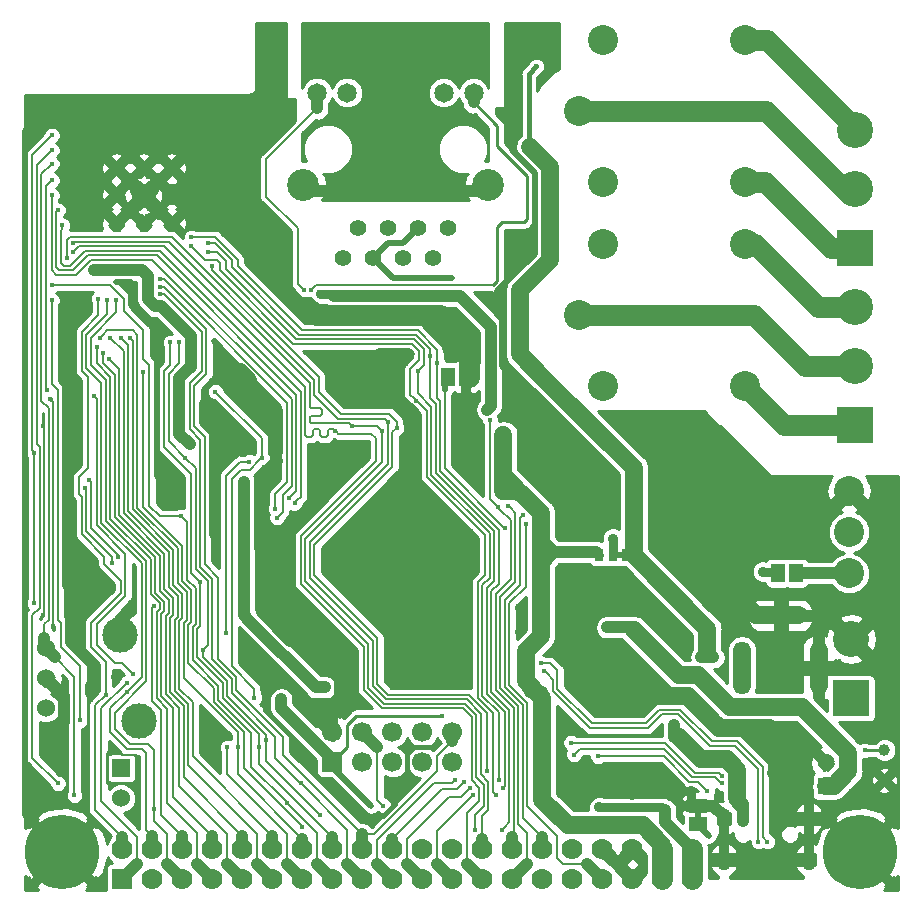
<source format=gbr>
G04 #@! TF.GenerationSoftware,KiCad,Pcbnew,6.0.0-rc1-unknown-0cca1c6~65~ubuntu16.04.1*
G04 #@! TF.CreationDate,2018-08-03T15:16:37+03:00*
G04 #@! TF.ProjectId,ESP32-EVB_Rev_F,45535033322D4556425F5265765F462E,F*
G04 #@! TF.SameCoordinates,Original*
G04 #@! TF.FileFunction,Copper,L2,Bot,Mixed*
G04 #@! TF.FilePolarity,Positive*
%FSLAX46Y46*%
G04 Gerber Fmt 4.6, Leading zero omitted, Abs format (unit mm)*
G04 Created by KiCad (PCBNEW 6.0.0-rc1-unknown-0cca1c6~65~ubuntu16.04.1) date Fri Aug  3 15:16:37 2018*
%MOMM*%
%LPD*%
G01*
G04 APERTURE LIST*
G04 #@! TA.AperFunction,EtchedComponent*
%ADD10C,0.508000*%
G04 #@! TD*
G04 #@! TA.AperFunction,ComponentPad*
%ADD11C,1.650000*%
G04 #@! TD*
G04 #@! TA.AperFunction,ComponentPad*
%ADD12C,2.700000*%
G04 #@! TD*
G04 #@! TA.AperFunction,ComponentPad*
%ADD13C,1.410000*%
G04 #@! TD*
G04 #@! TA.AperFunction,SMDPad,CuDef*
%ADD14R,1.600200X1.168400*%
G04 #@! TD*
G04 #@! TA.AperFunction,SMDPad,CuDef*
%ADD15R,1.168400X1.600200*%
G04 #@! TD*
G04 #@! TA.AperFunction,ComponentPad*
%ADD16C,1.778000*%
G04 #@! TD*
G04 #@! TA.AperFunction,ComponentPad*
%ADD17R,1.778000X1.778000*%
G04 #@! TD*
G04 #@! TA.AperFunction,ComponentPad*
%ADD18C,1.200000*%
G04 #@! TD*
G04 #@! TA.AperFunction,ComponentPad*
%ADD19C,6.300000*%
G04 #@! TD*
G04 #@! TA.AperFunction,BGAPad,CuDef*
%ADD20C,1.000000*%
G04 #@! TD*
G04 #@! TA.AperFunction,ComponentPad*
%ADD21R,3.048000X3.048000*%
G04 #@! TD*
G04 #@! TA.AperFunction,ComponentPad*
%ADD22C,3.048000*%
G04 #@! TD*
G04 #@! TA.AperFunction,ComponentPad*
%ADD23O,4.500000X1.500000*%
G04 #@! TD*
G04 #@! TA.AperFunction,ComponentPad*
%ADD24O,1.500000X4.500000*%
G04 #@! TD*
G04 #@! TA.AperFunction,ComponentPad*
%ADD25R,1.400000X1.400000*%
G04 #@! TD*
G04 #@! TA.AperFunction,ComponentPad*
%ADD26C,1.400000*%
G04 #@! TD*
G04 #@! TA.AperFunction,ComponentPad*
%ADD27C,2.540000*%
G04 #@! TD*
G04 #@! TA.AperFunction,ComponentPad*
%ADD28C,1.700000*%
G04 #@! TD*
G04 #@! TA.AperFunction,ComponentPad*
%ADD29R,1.700000X1.700000*%
G04 #@! TD*
G04 #@! TA.AperFunction,ComponentPad*
%ADD30R,0.400000X0.400000*%
G04 #@! TD*
G04 #@! TA.AperFunction,ComponentPad*
%ADD31R,1.422400X1.422400*%
G04 #@! TD*
G04 #@! TA.AperFunction,ComponentPad*
%ADD32R,1.524000X1.524000*%
G04 #@! TD*
G04 #@! TA.AperFunction,ComponentPad*
%ADD33C,1.524000*%
G04 #@! TD*
G04 #@! TA.AperFunction,ComponentPad*
%ADD34C,3.000000*%
G04 #@! TD*
G04 #@! TA.AperFunction,ComponentPad*
%ADD35O,1.200000X1.800000*%
G04 #@! TD*
G04 #@! TA.AperFunction,ComponentPad*
%ADD36C,1.300000*%
G04 #@! TD*
G04 #@! TA.AperFunction,ComponentPad*
%ADD37C,2.000000*%
G04 #@! TD*
G04 #@! TA.AperFunction,SMDPad,CuDef*
%ADD38R,0.762000X1.016000*%
G04 #@! TD*
G04 #@! TA.AperFunction,ViaPad*
%ADD39C,0.900000*%
G04 #@! TD*
G04 #@! TA.AperFunction,ViaPad*
%ADD40C,0.450000*%
G04 #@! TD*
G04 #@! TA.AperFunction,ViaPad*
%ADD41C,0.750000*%
G04 #@! TD*
G04 #@! TA.AperFunction,Conductor*
%ADD42C,0.762000*%
G04 #@! TD*
G04 #@! TA.AperFunction,Conductor*
%ADD43C,1.778000*%
G04 #@! TD*
G04 #@! TA.AperFunction,Conductor*
%ADD44C,1.016000*%
G04 #@! TD*
G04 #@! TA.AperFunction,Conductor*
%ADD45C,1.524000*%
G04 #@! TD*
G04 #@! TA.AperFunction,Conductor*
%ADD46C,0.406400*%
G04 #@! TD*
G04 #@! TA.AperFunction,Conductor*
%ADD47C,0.508000*%
G04 #@! TD*
G04 #@! TA.AperFunction,Conductor*
%ADD48C,0.254000*%
G04 #@! TD*
G04 #@! TA.AperFunction,Conductor*
%ADD49C,0.203200*%
G04 #@! TD*
G04 APERTURE END LIST*
D10*
G04 #@! TO.C,400MA_E1*
X127254000Y-133985000D02*
X127254000Y-135509000D01*
G04 #@! TO.C,5.0V/3.3V1*
X121158000Y-112776000D02*
X120015000Y-112776000D01*
G04 #@! TD*
D11*
G04 #@! TO.P,LAN1,KY1*
G04 #@! TO.N,Net-(LAN1-PadKY1)*
X105670000Y-73610500D03*
G04 #@! TO.P,LAN1,KG1*
G04 #@! TO.N,Net-(LAN1-PadKG1)*
X94990000Y-73610500D03*
D12*
G04 #@! TO.P,LAN1,GND2*
G04 #@! TO.N,Net-(C19-Pad1)*
X93800000Y-81409000D03*
G04 #@! TO.P,LAN1,GND1*
X109400000Y-81409000D03*
D11*
G04 #@! TO.P,LAN1,AY1*
G04 #@! TO.N,Net-(LAN1-PadAY1)*
X108210000Y-73610500D03*
G04 #@! TO.P,LAN1,AG1*
G04 #@! TO.N,Net-(LAN1-PadAG1)*
X97530000Y-73610500D03*
D13*
G04 #@! TO.P,LAN1,8*
G04 #@! TO.N,Net-(LAN1-Pad8)*
X97165000Y-87599000D03*
G04 #@! TO.P,LAN1,7*
G04 #@! TO.N,Net-(LAN1-Pad7)*
X98435000Y-85059000D03*
G04 #@! TO.P,LAN1,6*
G04 #@! TO.N,Net-(C11-Pad1)*
X99705000Y-87599000D03*
G04 #@! TO.P,LAN1,5*
G04 #@! TO.N,N/C*
X100975000Y-85059000D03*
G04 #@! TO.P,LAN1,4*
X102245000Y-87599000D03*
G04 #@! TO.P,LAN1,3*
G04 #@! TO.N,Net-(C11-Pad1)*
X103515000Y-85059000D03*
G04 #@! TO.P,LAN1,2*
G04 #@! TO.N,Net-(LAN1-Pad2)*
X104785000Y-87599000D03*
G04 #@! TO.P,LAN1,1*
G04 #@! TO.N,Net-(LAN1-Pad1)*
X106055000Y-85059000D03*
G04 #@! TD*
D14*
G04 #@! TO.P,400MA_E1,1*
G04 #@! TO.N,Net-(400MA_E1-Pad1)*
X127254000Y-135509000D03*
X127254000Y-135509000D03*
G04 #@! TO.P,400MA_E1,2*
G04 #@! TO.N,GND*
X127254000Y-133985000D03*
G04 #@! TD*
D15*
G04 #@! TO.P,CAN_T1,2*
G04 #@! TO.N,/CANH*
X135509000Y-114300000D03*
G04 #@! TO.P,CAN_T1,1*
G04 #@! TO.N,Net-(CAN_T1-Pad1)*
X133985000Y-114300000D03*
X133985000Y-114300000D03*
G04 #@! TD*
D16*
G04 #@! TO.P,EXT1,20*
G04 #@! TO.N,/GPIO19/EMAC_TXD0(RMII)*
X101346000Y-137668000D03*
G04 #@! TO.P,EXT1,19*
G04 #@! TO.N,/GPIO18/MDIO(RMII)*
X101346000Y-140208000D03*
G04 #@! TO.P,EXT1,18*
G04 #@! TO.N,/GPIO17/SPI_CS*
X98806000Y-137668000D03*
G04 #@! TO.P,EXT1,17*
G04 #@! TO.N,/GPIO16/I2C-SCL*
X98806000Y-140208000D03*
G04 #@! TO.P,EXT1,16*
G04 #@! TO.N,/GPIO15/HS2_CMD*
X96266000Y-137668000D03*
G04 #@! TO.P,EXT1,15*
G04 #@! TO.N,/GPIO14/HS2_CLK*
X96266000Y-140208000D03*
G04 #@! TO.P,EXT1,14*
G04 #@! TO.N,/GPIO13/I2C-SDA*
X93726000Y-137668000D03*
G04 #@! TO.P,EXT1,13*
G04 #@! TO.N,/GPIO12/IR_Transmit*
X93726000Y-140208000D03*
G04 #@! TO.P,EXT1,12*
G04 #@! TO.N,/GPIO11/SD_CMD*
X91186000Y-137668000D03*
G04 #@! TO.P,EXT1,11*
G04 #@! TO.N,/GPIO10/SD_DATA3*
X91186000Y-140208000D03*
G04 #@! TO.P,EXT1,4*
G04 #@! TO.N,/GPIO3/U0RXD*
X81026000Y-137668000D03*
G04 #@! TO.P,EXT1,3*
G04 #@! TO.N,/GPIO2/HS2_DATA0*
X81026000Y-140208000D03*
G04 #@! TO.P,EXT1,2*
G04 #@! TO.N,/GPIO1/U0TXD*
X78486000Y-137668000D03*
D17*
G04 #@! TO.P,EXT1,1*
G04 #@! TO.N,/GPIO0/XTAL1/CLKIN*
X78486000Y-140208000D03*
D16*
G04 #@! TO.P,EXT1,5*
G04 #@! TO.N,/GPIO4/U1TXD*
X83566000Y-140208000D03*
G04 #@! TO.P,EXT1,6*
G04 #@! TO.N,/GPIO5/CAN-TX*
X83566000Y-137668000D03*
G04 #@! TO.P,EXT1,8*
G04 #@! TO.N,/GPIO7/SD_DATA0*
X86106000Y-137668000D03*
G04 #@! TO.P,EXT1,7*
G04 #@! TO.N,/GPIO6/SD_CLK*
X86106000Y-140208000D03*
G04 #@! TO.P,EXT1,9*
G04 #@! TO.N,/GPIO8/SD_DATA1*
X88646000Y-140208000D03*
G04 #@! TO.P,EXT1,10*
G04 #@! TO.N,/GPIO9/SD_DATA2*
X88646000Y-137668000D03*
G04 #@! TO.P,EXT1,30*
G04 #@! TO.N,/GPI35/CAN-RX*
X114046000Y-137668000D03*
G04 #@! TO.P,EXT1,29*
G04 #@! TO.N,/GPI34/BUT1*
X114046000Y-140208000D03*
G04 #@! TO.P,EXT1,27*
G04 #@! TO.N,/GPIO32/REL1*
X111506000Y-140208000D03*
G04 #@! TO.P,EXT1,28*
G04 #@! TO.N,/GPIO33/REL2*
X111506000Y-137668000D03*
G04 #@! TO.P,EXT1,26*
G04 #@! TO.N,/GPIO27/EMAC_RX_CRS_DV*
X108966000Y-137668000D03*
G04 #@! TO.P,EXT1,25*
G04 #@! TO.N,/GPIO26/EMAC_RXD1(RMII)*
X108966000Y-140208000D03*
G04 #@! TO.P,EXT1,21*
G04 #@! TO.N,/GPIO21/EMAC_TX_EN(RMII)*
X103886000Y-140208000D03*
G04 #@! TO.P,EXT1,22*
G04 #@! TO.N,/GPIO22/EMAC_TXD1(RMII)*
X103886000Y-137668000D03*
G04 #@! TO.P,EXT1,23*
G04 #@! TO.N,/GPIO23/MDC(RMII)*
X106426000Y-140208000D03*
G04 #@! TO.P,EXT1,24*
G04 #@! TO.N,/GPIO25/EMAC_RXD0(RMII)*
X106426000Y-137668000D03*
G04 #@! TO.P,EXT1,31*
G04 #@! TO.N,/GPI36/U1RXD*
X116586000Y-140208000D03*
G04 #@! TO.P,EXT1,32*
G04 #@! TO.N,/GPI39/IR_RECEIVE*
X116586000Y-137668000D03*
G04 #@! TO.P,EXT1,33*
G04 #@! TO.N,/ESP_EN*
X119126000Y-140208000D03*
G04 #@! TO.P,EXT1,34*
G04 #@! TO.N,GND*
X119126000Y-137668000D03*
G04 #@! TO.P,EXT1,35*
X121666000Y-140208000D03*
G04 #@! TO.P,EXT1,36*
X121666000Y-137668000D03*
G04 #@! TO.P,EXT1,37*
G04 #@! TO.N,+3V3*
X124206000Y-140208000D03*
G04 #@! TO.P,EXT1,38*
X124206000Y-137668000D03*
G04 #@! TO.P,EXT1,39*
G04 #@! TO.N,+5V*
X126746000Y-140208000D03*
G04 #@! TO.P,EXT1,40*
X126746000Y-137668000D03*
G04 #@! TD*
D18*
G04 #@! TO.P,MH3,GND1*
G04 #@! TO.N,GND*
X70993000Y-137922000D03*
X75819000Y-137922000D03*
X75057000Y-139573000D03*
X71755000Y-139700000D03*
X75057000Y-136271000D03*
X71755000Y-136271000D03*
X73406000Y-140335000D03*
X73406000Y-135509000D03*
D19*
X73406000Y-137922000D03*
G04 #@! TD*
D18*
G04 #@! TO.P,MH2,GND1*
G04 #@! TO.N,GND*
X138557000Y-137922000D03*
X143383000Y-137922000D03*
X142621000Y-139573000D03*
X139319000Y-139700000D03*
X142621000Y-136271000D03*
X139319000Y-136271000D03*
X140970000Y-140335000D03*
X140970000Y-135509000D03*
D19*
X140970000Y-137922000D03*
G04 #@! TD*
D20*
G04 #@! TO.P,THERM1,1*
G04 #@! TO.N,Net-(R12-Pad2)*
X143002000Y-129286000D03*
G04 #@! TD*
D21*
G04 #@! TO.P,PWR2,1*
G04 #@! TO.N,/+5V_EXT*
X140208000Y-124895000D03*
D22*
G04 #@! TO.P,PWR2,2*
G04 #@! TO.N,GND*
X140208000Y-119895000D03*
G04 #@! TD*
D23*
G04 #@! TO.P,PWR1,-*
G04 #@! TO.N,GND*
X134237000Y-117869000D03*
D24*
X137437000Y-122319000D03*
G04 #@! TO.P,PWR1,+*
G04 #@! TO.N,/+5V_EXT*
X130937000Y-122319000D03*
G04 #@! TD*
D20*
G04 #@! TO.P,GND1,1*
G04 #@! TO.N,GND*
X143002000Y-131826000D03*
G04 #@! TD*
D22*
G04 #@! TO.P,CON2,3*
G04 #@! TO.N,Net-(CON2-Pad3)*
X140500000Y-76774000D03*
D21*
G04 #@! TO.P,CON2,1*
G04 #@! TO.N,Net-(CON2-Pad1)*
X140500000Y-86774000D03*
D22*
G04 #@! TO.P,CON2,2*
G04 #@! TO.N,Net-(CON2-Pad2)*
X140500000Y-81774000D03*
G04 #@! TD*
G04 #@! TO.P,CON1,3*
G04 #@! TO.N,Net-(CON1-Pad3)*
X140500000Y-91774000D03*
D21*
G04 #@! TO.P,CON1,1*
G04 #@! TO.N,Net-(CON1-Pad1)*
X140500000Y-101774000D03*
D22*
G04 #@! TO.P,CON1,2*
G04 #@! TO.N,Net-(CON1-Pad2)*
X140500000Y-96774000D03*
G04 #@! TD*
D25*
G04 #@! TO.P,BAT1,1*
G04 #@! TO.N,Net-(BAT1-Pad1)*
X138046460Y-132326380D03*
D26*
G04 #@! TO.P,BAT1,2*
G04 #@! TO.N,GND*
X138043920Y-130314700D03*
G04 #@! TD*
D15*
G04 #@! TO.P,PHY_RST1,2*
G04 #@! TO.N,Net-(C18-Pad2)*
X106045000Y-97663000D03*
G04 #@! TO.P,PHY_RST1,1*
G04 #@! TO.N,GND*
X107569000Y-97663000D03*
X107569000Y-97663000D03*
G04 #@! TD*
D27*
G04 #@! TO.P,REL1,COM0*
G04 #@! TO.N,Net-(CON1-Pad2)*
X117176000Y-92456000D03*
G04 #@! TO.P,REL1,NO0*
G04 #@! TO.N,Net-(CON1-Pad1)*
X131176000Y-98456000D03*
G04 #@! TO.P,REL1,NC0*
G04 #@! TO.N,Net-(CON1-Pad3)*
X131176000Y-86456000D03*
G04 #@! TO.P,REL1,2*
G04 #@! TO.N,Net-(D1-Pad2)*
X119176000Y-86456000D03*
G04 #@! TO.P,REL1,1*
G04 #@! TO.N,+5V*
X119176000Y-98456000D03*
G04 #@! TD*
G04 #@! TO.P,REL2,COM0*
G04 #@! TO.N,Net-(CON2-Pad2)*
X117176000Y-75184000D03*
G04 #@! TO.P,REL2,NO0*
G04 #@! TO.N,Net-(CON2-Pad1)*
X131176000Y-81184000D03*
G04 #@! TO.P,REL2,NC0*
G04 #@! TO.N,Net-(CON2-Pad3)*
X131176000Y-69184000D03*
G04 #@! TO.P,REL2,2*
G04 #@! TO.N,Net-(D3-Pad2)*
X119176000Y-69184000D03*
G04 #@! TO.P,REL2,1*
G04 #@! TO.N,+5V*
X119176000Y-81184000D03*
G04 #@! TD*
D28*
G04 #@! TO.P,UEXT1,10*
G04 #@! TO.N,/GPIO17/SPI_CS*
X106426000Y-127762000D03*
G04 #@! TO.P,UEXT1,9*
G04 #@! TO.N,/GPIO14/HS2_CLK*
X106426000Y-130302000D03*
G04 #@! TO.P,UEXT1,8*
G04 #@! TO.N,/GPIO2/HS2_DATA0*
X103886000Y-127762000D03*
G04 #@! TO.P,UEXT1,7*
G04 #@! TO.N,/GPIO15/HS2_CMD*
X103886000Y-130302000D03*
G04 #@! TO.P,UEXT1,6*
G04 #@! TO.N,/GPIO13/I2C-SDA*
X101346000Y-127762000D03*
G04 #@! TO.P,UEXT1,5*
G04 #@! TO.N,/GPIO16/I2C-SCL*
X101346000Y-130302000D03*
G04 #@! TO.P,UEXT1,4*
G04 #@! TO.N,Net-(D5-Pad1)*
X98806000Y-127762000D03*
G04 #@! TO.P,UEXT1,3*
G04 #@! TO.N,/GPIO4/U1TXD*
X98806000Y-130302000D03*
G04 #@! TO.P,UEXT1,2*
G04 #@! TO.N,GND*
X96266000Y-127762000D03*
D29*
G04 #@! TO.P,UEXT1,1*
G04 #@! TO.N,Net-(C5-Pad2)*
X96266000Y-130302000D03*
G04 #@! TD*
D27*
G04 #@! TO.P,CAN1,3*
G04 #@! TO.N,/CANH*
X140000000Y-114315000D03*
G04 #@! TO.P,CAN1,1*
G04 #@! TO.N,GND*
X140000000Y-107315000D03*
G04 #@! TO.P,CAN1,2*
G04 #@! TO.N,/CANL*
X140000000Y-110815000D03*
G04 #@! TD*
D30*
G04 #@! TO.P,U4,33*
G04 #@! TO.N,GND*
X101249000Y-97544000D03*
X101249000Y-98544000D03*
X100449000Y-99344000D03*
X99449000Y-99344000D03*
X98649000Y-98544000D03*
X98649000Y-97544000D03*
X99449000Y-96744000D03*
X100449000Y-96744000D03*
D31*
X99949000Y-98044000D03*
G04 #@! TD*
D32*
G04 #@! TO.P,LED3,2*
G04 #@! TO.N,Net-(LED3-Pad2)*
X78359000Y-130810000D03*
D33*
G04 #@! TO.P,LED3,1*
G04 #@! TO.N,Net-(LED3-Pad1)*
X78359000Y-133350000D03*
G04 #@! TD*
D34*
G04 #@! TO.P,U7,0*
G04 #@! TO.N,GND*
X79909000Y-126840000D03*
X78309000Y-119540000D03*
D33*
G04 #@! TO.P,U7,3*
G04 #@! TO.N,+3V3*
X72009000Y-125730000D03*
G04 #@! TO.P,U7,2*
G04 #@! TO.N,GND*
X72009000Y-123190000D03*
G04 #@! TO.P,U7,1*
G04 #@! TO.N,/GPI39/IR_RECEIVE*
X72009000Y-120650000D03*
G04 #@! TD*
D35*
G04 #@! TO.P,USB-UART1,0*
G04 #@! TO.N,GND*
X129400000Y-138553000D03*
X129400000Y-135083000D03*
X136600000Y-135083000D03*
X136600000Y-138553000D03*
G04 #@! TD*
D36*
G04 #@! TO.P,U3,39*
G04 #@! TO.N,GND*
X77969600Y-84682800D03*
D37*
X80281000Y-82346000D03*
D36*
X82643200Y-84682800D03*
X77969600Y-79983800D03*
X82643200Y-79983800D03*
X80281000Y-79983800D03*
X80281000Y-84682800D03*
X77969600Y-82219000D03*
X82643200Y-82219000D03*
G04 #@! TD*
D38*
G04 #@! TO.P,5.0V/3.3V1,3*
G04 #@! TO.N,+3V3*
X118872000Y-112776000D03*
G04 #@! TO.P,5.0V/3.3V1,2*
G04 #@! TO.N,Net-(5.0V/3.3V1-Pad2)*
X120015000Y-112776000D03*
G04 #@! TO.P,5.0V/3.3V1,1*
G04 #@! TO.N,+5V*
X121158000Y-112776000D03*
G04 #@! TD*
D39*
G04 #@! TO.N,+5V*
X118872000Y-134112000D03*
X124460000Y-134366000D03*
X124460000Y-135382000D03*
X128524000Y-121412000D03*
X127508000Y-121412000D03*
D40*
X113538000Y-71374000D03*
D39*
X112141000Y-95758000D03*
X113030000Y-78232000D03*
D40*
G04 #@! TO.N,Net-(400MA_E1-Pad1)*
X128143000Y-136525000D03*
D39*
G04 #@! TO.N,GND*
X107823000Y-110871000D03*
X105537000Y-110871000D03*
X103632000Y-110871000D03*
D40*
X79756000Y-132080000D03*
X72644000Y-118745000D03*
X72390000Y-99568000D03*
X71755000Y-101854000D03*
X71755000Y-117856000D03*
D39*
X135001000Y-133985000D03*
X125476000Y-132715000D03*
X73914000Y-94361000D03*
X73914000Y-95631000D03*
X75819000Y-124460000D03*
X127508000Y-109728000D03*
D40*
X104902000Y-129032000D03*
D39*
X128524000Y-103251000D03*
X131572000Y-107061000D03*
X135382000Y-107061000D03*
X133985000Y-108458000D03*
X124333000Y-106680000D03*
X124333000Y-103251000D03*
X126111000Y-101346000D03*
X91059000Y-69469000D03*
X91059000Y-68199000D03*
X85979000Y-76073000D03*
X83185000Y-76073000D03*
X80391000Y-76073000D03*
X77089000Y-76073000D03*
X75819000Y-83693000D03*
X75565000Y-81280000D03*
X75565000Y-78105000D03*
X75565000Y-74295000D03*
X78740000Y-74295000D03*
X78740000Y-78105000D03*
X81915000Y-78105000D03*
X81915000Y-74295000D03*
X84455000Y-74295000D03*
X84455000Y-78105000D03*
X90551000Y-124079000D03*
X103632000Y-121158000D03*
X101092000Y-121158000D03*
X102362000Y-119761000D03*
X101092000Y-118491000D03*
X101092000Y-116967000D03*
X99949000Y-114173000D03*
X97536000Y-114173000D03*
X106172000Y-114173000D03*
X107950000Y-114173000D03*
X102743000Y-112649000D03*
X97917000Y-110871000D03*
X100457000Y-110871000D03*
X101219000Y-115443000D03*
X121666000Y-130937000D03*
X121666000Y-131953000D03*
X121666000Y-132969000D03*
X104902000Y-115443000D03*
X73914000Y-108204000D03*
D40*
X86868000Y-96774000D03*
D39*
X85471000Y-99949000D03*
X74168000Y-115570000D03*
X73914000Y-102108000D03*
X77978000Y-123063000D03*
X76200000Y-123444000D03*
X86360000Y-108458000D03*
X92583000Y-110998000D03*
X92583000Y-112014000D03*
X92583000Y-113030000D03*
X90170000Y-109982000D03*
X90170000Y-111125000D03*
X74168000Y-120142000D03*
X74168000Y-119126000D03*
X75184000Y-115570000D03*
X82804000Y-107442000D03*
X82804000Y-108458000D03*
X73914000Y-104394000D03*
X75184000Y-90805000D03*
X74168000Y-90805000D03*
X103124000Y-101981000D03*
X120396000Y-126111000D03*
X133477000Y-131191000D03*
X133477000Y-130175000D03*
X130175000Y-127381000D03*
X118237000Y-114427000D03*
X117094000Y-114427000D03*
X115951000Y-114427000D03*
X126111000Y-105029000D03*
X117475000Y-109601000D03*
X106426000Y-95123000D03*
X111506000Y-85852000D03*
D40*
X111379000Y-88138000D03*
D39*
X91567000Y-104775000D03*
X91694000Y-74676000D03*
X92710000Y-74676000D03*
X92456000Y-88138000D03*
X94234000Y-91821000D03*
X110236000Y-91186000D03*
X106426000Y-94107000D03*
D40*
X102362000Y-95504000D03*
X102997000Y-95758000D03*
D39*
X98806000Y-104648000D03*
X102362000Y-122428000D03*
X117856000Y-117475000D03*
X116840000Y-117602000D03*
X118364000Y-125095000D03*
X119380000Y-125095000D03*
X120396000Y-125095000D03*
X112141000Y-119253000D03*
X112141000Y-117221000D03*
X103632000Y-118491000D03*
X97409000Y-123444000D03*
X76200000Y-115570000D03*
X93980000Y-120015000D03*
X74168000Y-118110000D03*
X90170000Y-112141000D03*
D40*
X86233000Y-94615000D03*
D39*
X123825000Y-109728000D03*
X73914000Y-109474000D03*
X86995000Y-74549000D03*
X72517000Y-74549000D03*
X73533000Y-126873000D03*
X85788500Y-129476500D03*
D40*
X79248000Y-89662000D03*
X77978000Y-89662000D03*
X78613000Y-89662000D03*
D39*
X126619000Y-132715000D03*
X102806500Y-100774490D03*
D40*
X89662000Y-97853500D03*
X89662000Y-98488500D03*
D39*
X91313000Y-88138000D03*
X73914000Y-100838000D03*
G04 #@! TO.N,Net-(BAT1-Pad1)*
X121539000Y-118872000D03*
X119507000Y-118872000D03*
X120523000Y-118872000D03*
D40*
G04 #@! TO.N,/GPI34/BUT1*
X93726000Y-135763000D03*
X72517000Y-81026000D03*
X72136000Y-98806000D03*
X80264000Y-97282000D03*
G04 #@! TO.N,Net-(C5-Pad2)*
X105537000Y-126365000D03*
D39*
X91948000Y-124968000D03*
D40*
X99568000Y-133985000D03*
D39*
G04 #@! TO.N,+3V3*
X88773016Y-117856000D03*
X84201000Y-103378000D03*
X95631000Y-123952000D03*
X88773000Y-106553000D03*
X88773000Y-107569000D03*
X114046000Y-124333000D03*
X113030000Y-124333000D03*
X88773000Y-113538000D03*
D40*
X84074000Y-97028000D03*
D39*
X117602000Y-112522000D03*
X110744000Y-102616000D03*
X112014000Y-107315000D03*
X110743994Y-107315000D03*
X76073000Y-88646000D03*
D40*
G04 #@! TO.N,Net-(C11-Pad1)*
X106426000Y-89281000D03*
G04 #@! TO.N,Net-(C18-Pad2)*
X105791000Y-98806000D03*
X110871000Y-110482834D03*
G04 #@! TO.N,/GPIO3/U0RXD*
X78867000Y-124333000D03*
X77216000Y-91186000D03*
G04 #@! TO.N,Net-(D5-Pad1)*
X100584000Y-133985000D03*
G04 #@! TO.N,/ESP_EN*
X70993000Y-104140000D03*
X70993000Y-116840000D03*
X72517000Y-77216000D03*
X112649000Y-110109000D03*
G04 #@! TO.N,/GPIO25/EMAC_RXD0(RMII)*
X108331000Y-136017000D03*
X97917000Y-101854000D03*
X100457000Y-102235000D03*
X74295000Y-86360000D03*
G04 #@! TO.N,/GPIO19/EMAC_TXD0(RMII)*
X85725000Y-87122000D03*
X110363000Y-131826000D03*
X107442000Y-131953000D03*
X103505000Y-97155000D03*
G04 #@! TO.N,/GPIO26/EMAC_RXD1(RMII)*
X74295000Y-87122000D03*
X96520000Y-102235000D03*
G04 #@! TO.N,/GPIO33/REL2*
X73406000Y-84836000D03*
X109601004Y-101346000D03*
X93066545Y-108355456D03*
X110257913Y-108690079D03*
G04 #@! TO.N,/GPIO32/REL1*
X73025000Y-83566000D03*
X92583000Y-107950000D03*
X111124960Y-108585000D03*
G04 #@! TO.N,/GPIO9/SD_DATA2*
X77470000Y-94361000D03*
G04 #@! TO.N,/GPIO8/SD_DATA1*
X77343000Y-96139000D03*
G04 #@! TO.N,/GPIO6/SD_CLK*
X76327000Y-95123000D03*
G04 #@! TO.N,/GPIO7/SD_DATA0*
X76835000Y-95631000D03*
G04 #@! TO.N,/GPIO1/U0TXD*
X76454000Y-91059000D03*
X77089000Y-124587000D03*
G04 #@! TO.N,/GPIO10/SD_DATA3*
X78359000Y-94361000D03*
G04 #@! TO.N,/GPIO11/SD_CMD*
X79121000Y-94361000D03*
G04 #@! TO.N,/STAT2*
X116713000Y-129667000D03*
X129286000Y-132080000D03*
G04 #@! TO.N,/STAT1*
X129286000Y-131445000D03*
X116459000Y-128651000D03*
G04 #@! TO.N,Net-(R12-Pad2)*
X141351000Y-129286000D03*
G04 #@! TO.N,/#PG(#TE)*
X118745000Y-129794000D03*
X128016000Y-132715000D03*
D41*
G04 #@! TO.N,/VDD1A-2A*
X95250000Y-90678000D03*
D39*
X103505000Y-90805000D03*
D40*
X99314000Y-90805000D03*
D39*
X109347000Y-100456994D03*
D40*
G04 #@! TO.N,/GPIO22/EMAC_TXD1(RMII)*
X110617000Y-136017000D03*
X105156000Y-96520000D03*
X84328000Y-85852000D03*
G04 #@! TO.N,/GPIO21/EMAC_TX_EN(RMII)*
X110744000Y-132461000D03*
X107950000Y-132461000D03*
X104521000Y-95885000D03*
X85725000Y-86360000D03*
G04 #@! TO.N,Net-(LAN1-PadAY1)*
X94488000Y-90297000D03*
G04 #@! TO.N,Net-(LAN1-PadKG1)*
X93853000Y-90297000D03*
D39*
G04 #@! TO.N,Net-(C19-Pad1)*
X103505000Y-68580000D03*
X106680000Y-68580000D03*
X99695000Y-68580000D03*
X96520000Y-68580000D03*
X97790000Y-70485000D03*
X95250000Y-70485000D03*
X105410000Y-70485000D03*
X107950000Y-70485000D03*
X103505000Y-72390000D03*
X99695000Y-72390000D03*
X97155000Y-75565000D03*
X99695000Y-76200000D03*
X103505000Y-76200000D03*
X106045000Y-75565000D03*
X101600000Y-78105000D03*
X101600000Y-74295000D03*
X101600000Y-70485000D03*
X99695000Y-80010000D03*
X103505000Y-80010000D03*
X105410000Y-81915000D03*
X97790000Y-81915000D03*
X101600000Y-81915000D03*
G04 #@! TO.N,Net-(CAN_T1-Pad1)*
X132715000Y-114173000D03*
D40*
G04 #@! TO.N,/GPI36/U1RXD*
X73025000Y-132080000D03*
X72517000Y-78486000D03*
G04 #@! TO.N,/GPI39/IR_RECEIVE*
X74422000Y-133096000D03*
X72517000Y-79629000D03*
G04 #@! TO.N,/GPIO23/MDC(RMII)*
X84328000Y-86614000D03*
X110109000Y-133096000D03*
X108204000Y-133096000D03*
X103378000Y-99695000D03*
G04 #@! TO.N,/GPIO27/EMAC_RX_CRS_DV*
X100965000Y-101473000D03*
X73787000Y-87630000D03*
G04 #@! TO.N,/GPI35/CAN-RX*
X72517000Y-82296000D03*
X112395000Y-109401457D03*
X91567000Y-109601000D03*
G04 #@! TO.N,/GPIO5/CAN-TX*
X81153000Y-117094000D03*
X81661000Y-89408000D03*
X91440000Y-108839000D03*
G04 #@! TO.N,/GPIO4/U1TXD*
X81153000Y-134239000D03*
X77978000Y-91186000D03*
G04 #@! TO.N,/GPIO0/XTAL1/CLKIN*
X78867000Y-123571000D03*
X86360000Y-98933000D03*
X89662000Y-124841000D03*
X90297000Y-104521000D03*
G04 #@! TO.N,/GPIO2/HS2_DATA0*
X95250000Y-134747000D03*
X90678000Y-128397000D03*
X85344000Y-120777000D03*
X83820000Y-104521000D03*
X83312000Y-94742000D03*
G04 #@! TO.N,/GPIO12/IR_Transmit*
X74930000Y-126746000D03*
X72517000Y-91186000D03*
X87376000Y-129032000D03*
G04 #@! TO.N,/GPIO13/I2C-SDA*
X88265000Y-129032000D03*
X76581000Y-94361000D03*
G04 #@! TO.N,/GPIO14/HS2_CLK*
X92456000Y-133731000D03*
X72517000Y-89916000D03*
X83439000Y-109474000D03*
G04 #@! TO.N,/GPIO15/HS2_CMD*
X90043000Y-129032000D03*
X82550000Y-94742000D03*
X85090000Y-115062000D03*
G04 #@! TO.N,/GPIO16/I2C-SCL*
X93599000Y-132080000D03*
X81661000Y-90678000D03*
G04 #@! TO.N,/GPIO17/SPI_CS*
X81661000Y-90043000D03*
G04 #@! TO.N,/GPIO18/MDIO(RMII)*
X106680000Y-131826000D03*
X109347000Y-131064000D03*
X101727000Y-101981000D03*
X86106000Y-88265000D03*
D39*
G04 #@! TO.N,/+5V_USB*
X125222000Y-128143000D03*
X125222000Y-127127000D03*
X131064000Y-134239000D03*
X131064000Y-135255000D03*
D40*
G04 #@! TO.N,Net-(MICRO_SD1-Pad1)*
X75311000Y-107061000D03*
X77597000Y-113411000D03*
G04 #@! TO.N,Net-(MICRO_SD1-Pad2)*
X75692000Y-106426000D03*
X78105000Y-112903000D03*
G04 #@! TO.N,Net-(U5-Pad6)*
X113919000Y-121920000D03*
X133096000Y-137033000D03*
G04 #@! TO.N,Net-(U5-Pad7)*
X132334000Y-137033000D03*
X114173000Y-122555000D03*
G04 #@! TO.N,/OSC_DIS*
X87249004Y-119376258D03*
X89241828Y-104862828D03*
D39*
G04 #@! TO.N,Net-(5.0V/3.3V1-Pad2)*
X120015000Y-111379000D03*
D40*
G04 #@! TO.N,/D_Com*
X79375000Y-122809000D03*
X76073000Y-99314000D03*
G04 #@! TD*
D42*
G04 #@! TO.N,+5V*
X118872000Y-134112000D02*
X124206000Y-134112000D01*
X124206000Y-134112000D02*
X124460000Y-134366000D01*
D43*
X126746000Y-137668000D02*
X126746000Y-140208000D01*
D44*
X126746000Y-137668000D02*
X124460000Y-135382000D01*
X124460000Y-135382000D02*
X124460000Y-134366000D01*
X128016000Y-121412000D02*
X128016000Y-120904000D01*
X127508000Y-121412000D02*
X128016000Y-121412000D01*
X128016000Y-121412000D02*
X128524000Y-121412000D01*
D42*
X121158000Y-112776000D02*
X121793000Y-112776000D01*
D45*
X112141000Y-95758000D02*
X112141000Y-90297000D01*
X112141000Y-90297000D02*
X114681000Y-87757000D01*
D46*
X113538000Y-71374000D02*
X112903000Y-72009000D01*
X112903000Y-72009000D02*
X112903000Y-78105000D01*
X112903000Y-78105000D02*
X113030000Y-78232000D01*
D45*
X114681000Y-87757000D02*
X114681000Y-79883000D01*
X113030000Y-78232000D02*
X114681000Y-79883000D01*
X114300000Y-97917000D02*
X112141000Y-95758000D01*
X121793000Y-105410000D02*
X114300000Y-97917000D01*
X121793000Y-112776000D02*
X121793000Y-105410000D01*
X128016000Y-118999000D02*
X128016000Y-120904000D01*
X121793000Y-112776000D02*
X128016000Y-118999000D01*
D47*
G04 #@! TO.N,Net-(400MA_E1-Pad1)*
X127254000Y-135509000D02*
X127254000Y-135636000D01*
X127254000Y-135636000D02*
X128143000Y-136525000D01*
G04 #@! TO.N,GND*
X102743000Y-95504000D02*
X102362000Y-95504000D01*
X102997000Y-95758000D02*
X102743000Y-95504000D01*
X102362000Y-95504000D02*
X100181000Y-95504000D01*
X100181000Y-95504000D02*
X99949000Y-95736000D01*
X99949000Y-95736000D02*
X99949000Y-98044000D01*
D45*
X103124000Y-101981000D02*
X103124000Y-110363000D01*
X103124000Y-110363000D02*
X103632000Y-110871000D01*
D44*
X103182001Y-110421001D02*
X103632000Y-110871000D01*
X103124000Y-109728000D02*
X103124000Y-110363000D01*
X103632000Y-112649000D02*
X103632000Y-110871000D01*
X103124000Y-110363000D02*
X103182001Y-110421001D01*
X97917000Y-110871000D02*
X100457000Y-110871000D01*
D48*
X71755000Y-101854000D02*
X71755000Y-100711000D01*
D49*
X78486000Y-129667000D02*
X78232000Y-129413000D01*
X79756000Y-132080000D02*
X79756000Y-129667000D01*
X79756000Y-129667000D02*
X78486000Y-129667000D01*
D48*
X77216000Y-129540000D02*
X77470000Y-129286000D01*
X77216000Y-132080000D02*
X77216000Y-129540000D01*
X75819000Y-124460000D02*
X75565000Y-124714000D01*
X75565000Y-124714000D02*
X75565000Y-127762000D01*
X75565000Y-127762000D02*
X75438000Y-127889000D01*
X79756000Y-132080000D02*
X77216000Y-132080000D01*
D49*
X72390000Y-99568000D02*
X72644000Y-99822000D01*
X72644000Y-99822000D02*
X72644000Y-118745000D01*
X71755000Y-101854000D02*
X71882000Y-101981000D01*
X71882000Y-101981000D02*
X71882000Y-117729000D01*
X71755000Y-117856000D02*
X71882000Y-117729000D01*
D44*
X135636000Y-133350000D02*
X135001000Y-133985000D01*
X121666000Y-132715000D02*
X125476000Y-132715000D01*
X129400000Y-135083000D02*
X129400000Y-134861000D01*
X129400000Y-134861000D02*
X128524000Y-133985000D01*
X73914000Y-109474000D02*
X73914000Y-115316000D01*
X73914000Y-115316000D02*
X74168000Y-115570000D01*
X73533000Y-124714000D02*
X73533000Y-126873000D01*
X75819000Y-124460000D02*
X75819000Y-123825000D01*
X75819000Y-123825000D02*
X76200000Y-123444000D01*
D47*
X107569000Y-97663000D02*
X107823000Y-97663000D01*
X107823000Y-97663000D02*
X108204000Y-97536000D01*
X108204000Y-97536000D02*
X107823000Y-97663000D01*
D46*
X102616000Y-129413000D02*
X102997000Y-129032000D01*
X102997000Y-129032000D02*
X104902000Y-129032000D01*
X93218000Y-129667000D02*
X98425000Y-134874000D01*
X98425000Y-134874000D02*
X100584000Y-134874000D01*
X100584000Y-134874000D02*
X101600000Y-133858000D01*
X101600000Y-133858000D02*
X101600000Y-132461000D01*
X101600000Y-132461000D02*
X102616000Y-131445000D01*
X102616000Y-131445000D02*
X102616000Y-129413000D01*
X93218000Y-128524000D02*
X93218000Y-129667000D01*
X90551000Y-124079000D02*
X90551000Y-125857000D01*
X90551000Y-125857000D02*
X93218000Y-128524000D01*
D44*
X128524000Y-103251000D02*
X128524000Y-104013000D01*
X128524000Y-104013000D02*
X131572000Y-107061000D01*
X135382000Y-107061000D02*
X133985000Y-108458000D01*
X124333000Y-105029000D02*
X124333000Y-106680000D01*
X126111000Y-105029000D02*
X124333000Y-105029000D01*
X126111000Y-101346000D02*
X126111000Y-105029000D01*
X91059000Y-69469000D02*
X91059000Y-68199000D01*
X85979000Y-76073000D02*
X83185000Y-76073000D01*
X80391000Y-76073000D02*
X77089000Y-76073000D01*
X75565000Y-81280000D02*
X75565000Y-78105000D01*
X75565000Y-74295000D02*
X78740000Y-74295000D01*
X78740000Y-78105000D02*
X81915000Y-78105000D01*
X81915000Y-74295000D02*
X84455000Y-74295000D01*
X84455000Y-78105000D02*
X84455000Y-78172000D01*
X84455000Y-78172000D02*
X82643200Y-79983800D01*
X102362000Y-121158000D02*
X103632000Y-121158000D01*
X101092000Y-118491000D02*
X101092000Y-116967000D01*
X101219000Y-115443000D02*
X99949000Y-114173000D01*
X104902000Y-115443000D02*
X106172000Y-114173000D01*
X103632000Y-112649000D02*
X102743000Y-112649000D01*
X103505000Y-115443000D02*
X101219000Y-115443000D01*
X121666000Y-131953000D02*
X121666000Y-130937000D01*
X121666000Y-131953000D02*
X121666000Y-132715000D01*
X121666000Y-132715000D02*
X121666000Y-132969000D01*
X103632000Y-115443000D02*
X103505000Y-115443000D01*
X103505000Y-115443000D02*
X104902000Y-115443000D01*
X96266000Y-127762000D02*
X96266000Y-126238000D01*
X96266000Y-126238000D02*
X96901000Y-125603000D01*
X74168000Y-118110000D02*
X74168000Y-115570000D01*
X93980000Y-120015000D02*
X92710000Y-120015000D01*
X92710000Y-120015000D02*
X90297000Y-117602000D01*
X86360000Y-108458000D02*
X86360000Y-102362000D01*
X86360000Y-102362000D02*
X85471000Y-101473000D01*
X85471000Y-101473000D02*
X85471000Y-99949000D01*
D47*
X86233000Y-94615000D02*
X86868000Y-95250000D01*
X86868000Y-95250000D02*
X86868000Y-96774000D01*
D44*
X74168000Y-120142000D02*
X76200000Y-122174000D01*
X76200000Y-122174000D02*
X76200000Y-123444000D01*
X86360000Y-108458000D02*
X86360000Y-110998000D01*
X98806000Y-104648000D02*
X92583000Y-110871000D01*
X92583000Y-110871000D02*
X92583000Y-110998000D01*
X92583000Y-110998000D02*
X92583000Y-112014000D01*
X92583000Y-113030000D02*
X92583000Y-112014000D01*
X90170000Y-109982000D02*
X90170000Y-106172000D01*
X90170000Y-106172000D02*
X91567000Y-104775000D01*
X90170000Y-109982000D02*
X90170000Y-111125000D01*
X90170000Y-111125000D02*
X90170000Y-112141000D01*
X74168000Y-119126000D02*
X74168000Y-120142000D01*
X74168000Y-118110000D02*
X74168000Y-119126000D01*
X75184000Y-115570000D02*
X74168000Y-115570000D01*
X76200000Y-115570000D02*
X75184000Y-115570000D01*
D42*
X82804000Y-107442000D02*
X82804000Y-108458000D01*
D44*
X73914000Y-104394000D02*
X73914000Y-108204000D01*
X73914000Y-108204000D02*
X73914000Y-109474000D01*
X73914000Y-102108000D02*
X73914000Y-104394000D01*
D47*
X70231000Y-76835000D02*
X70231000Y-134747000D01*
X70231000Y-134747000D02*
X73406000Y-137922000D01*
D42*
X133477000Y-131191000D02*
X133477000Y-130175000D01*
D45*
X129032000Y-127381000D02*
X126365000Y-124714000D01*
X126365000Y-124714000D02*
X122428000Y-124714000D01*
X135636000Y-129794000D02*
X133223000Y-127381000D01*
X133223000Y-127381000D02*
X130175000Y-127381000D01*
X130175000Y-127381000D02*
X129032000Y-127381000D01*
X135636000Y-133357000D02*
X135636000Y-133350000D01*
X135636000Y-133350000D02*
X135636000Y-129794000D01*
D44*
X116840000Y-117475000D02*
X115951000Y-116586000D01*
X115951000Y-116586000D02*
X115951000Y-114427000D01*
X118237000Y-114427000D02*
X117094000Y-114427000D01*
X115951000Y-114427000D02*
X117094000Y-114427000D01*
D43*
X105410000Y-92456000D02*
X106426000Y-93472000D01*
X106426000Y-93472000D02*
X106426000Y-94107000D01*
X107823000Y-95123000D02*
X106426000Y-95123000D01*
X106426000Y-95123000D02*
X106426000Y-94107000D01*
D47*
X110617000Y-92329000D02*
X110236000Y-91948000D01*
X110236000Y-91948000D02*
X110236000Y-91186000D01*
X110236000Y-90424000D02*
X110236000Y-91186000D01*
X113411000Y-85852000D02*
X111506000Y-85852000D01*
D42*
X91694000Y-104013000D02*
X91694000Y-100457000D01*
X91567000Y-104775000D02*
X91567000Y-104140000D01*
X91567000Y-104140000D02*
X91694000Y-104013000D01*
D47*
X113411000Y-80391000D02*
X111506000Y-78486000D01*
X111506000Y-78486000D02*
X111506000Y-71628000D01*
X110236000Y-90424000D02*
X113411000Y-87249000D01*
X113411000Y-87249000D02*
X113411000Y-85852000D01*
X113411000Y-85852000D02*
X113411000Y-85725000D01*
X113411000Y-85725000D02*
X113411000Y-80391000D01*
D44*
X92710000Y-74676000D02*
X91694000Y-74676000D01*
D47*
X110998000Y-99568000D02*
X110998000Y-97155000D01*
X110998000Y-97155000D02*
X110617000Y-96774000D01*
X110617000Y-92329000D02*
X110617000Y-96774000D01*
D43*
X107823000Y-97663000D02*
X107823000Y-95123000D01*
D44*
X102362000Y-122428000D02*
X102362000Y-121158000D01*
X102362000Y-121158000D02*
X102362000Y-119761000D01*
X102362000Y-119761000D02*
X103632000Y-118491000D01*
D45*
X118364000Y-125095000D02*
X116840000Y-123571000D01*
X116840000Y-123571000D02*
X116840000Y-117475000D01*
X116840000Y-117475000D02*
X116840000Y-117602000D01*
D42*
X112141000Y-119253000D02*
X112141000Y-117221000D01*
D44*
X103632000Y-118491000D02*
X103632000Y-115443000D01*
X103632000Y-115443000D02*
X103632000Y-112649000D01*
X97409000Y-123444000D02*
X96901000Y-123444000D01*
X96901000Y-123444000D02*
X97028000Y-123444000D01*
X97028000Y-123444000D02*
X96901000Y-123444000D01*
X73533000Y-124714000D02*
X72009000Y-123190000D01*
X90297000Y-112268000D02*
X90297000Y-117602000D01*
X93980000Y-120015000D02*
X94615000Y-120015000D01*
X94615000Y-120015000D02*
X96901000Y-122301000D01*
X96901000Y-122301000D02*
X96901000Y-123444000D01*
X96901000Y-123444000D02*
X96901000Y-125603000D01*
X90170000Y-112141000D02*
X90297000Y-112268000D01*
D43*
X94869000Y-92456000D02*
X105410000Y-92456000D01*
X94234000Y-91821000D02*
X94869000Y-92456000D01*
D45*
X134237000Y-117869000D02*
X132093000Y-117869000D01*
X132093000Y-117869000D02*
X123825000Y-109728000D01*
D47*
X72517000Y-74549000D02*
X70231000Y-76835000D01*
D44*
X128524000Y-133985000D02*
X127254000Y-133985000D01*
X127254000Y-133985000D02*
X126365000Y-133985000D01*
X78309000Y-119540000D02*
X78309000Y-118287000D01*
X78309000Y-118287000D02*
X79121000Y-117475000D01*
D47*
X81407000Y-106045000D02*
X81407000Y-93726000D01*
X81407000Y-93726000D02*
X79248000Y-91567000D01*
X82804000Y-107442000D02*
X81407000Y-106045000D01*
X79248000Y-89980198D02*
X79248000Y-89662000D01*
X79248000Y-91567000D02*
X79248000Y-89980198D01*
X77978000Y-89662000D02*
X78613000Y-89662000D01*
X79248000Y-89662000D02*
X78613000Y-89662000D01*
D42*
X126619000Y-133351396D02*
X126619000Y-132715000D01*
X126619000Y-133731000D02*
X126619000Y-133351396D01*
X125476000Y-132715000D02*
X126619000Y-132715000D01*
X126365000Y-133985000D02*
X126619000Y-133731000D01*
D45*
X103124000Y-101981000D02*
X103124000Y-101092000D01*
X102806500Y-100774500D02*
X102806500Y-100774490D01*
X99949000Y-98044000D02*
X100076010Y-98044000D01*
X103124000Y-101092000D02*
X102806500Y-100774500D01*
X102356501Y-100324491D02*
X102806500Y-100774490D01*
X100076010Y-98044000D02*
X102356501Y-100324491D01*
D47*
X86868000Y-96774000D02*
X88582500Y-96774000D01*
X88582500Y-96774000D02*
X89437001Y-97628501D01*
X89437001Y-97628501D02*
X89662000Y-97853500D01*
X91630500Y-100457000D02*
X89886999Y-98713499D01*
X89662000Y-97853500D02*
X89662000Y-98488500D01*
X89886999Y-98713499D02*
X89662000Y-98488500D01*
X91694000Y-100457000D02*
X91630500Y-100457000D01*
D45*
X91313000Y-88774396D02*
X91313000Y-88138000D01*
X91313000Y-89536396D02*
X91313000Y-88774396D01*
D43*
X90863001Y-87688001D02*
X91313000Y-88138000D01*
X82643200Y-82219000D02*
X85394000Y-82219000D01*
X85394000Y-82219000D02*
X90863001Y-87688001D01*
D45*
X93597604Y-91821000D02*
X91313000Y-89536396D01*
X94234000Y-91821000D02*
X93597604Y-91821000D01*
D44*
X73914000Y-95631000D02*
X73914000Y-100838000D01*
X73914000Y-102108000D02*
X73914000Y-100838000D01*
D45*
G04 #@! TO.N,Net-(BAT1-Pad1)*
X139946380Y-129532380D02*
X136017000Y-125603000D01*
X136017000Y-125603000D02*
X129921000Y-125603000D01*
X125603000Y-122936000D02*
X121793000Y-119126000D01*
D44*
X121793000Y-119126000D02*
X121539000Y-118872000D01*
D45*
X127254000Y-122936000D02*
X125603000Y-122936000D01*
X138046460Y-132326380D02*
X138691620Y-132326380D01*
X138691620Y-132326380D02*
X139946380Y-131071620D01*
X139946380Y-131071620D02*
X139946380Y-129532380D01*
D44*
X121539000Y-118872000D02*
X120523000Y-118872000D01*
D45*
X129921000Y-125603000D02*
X127254000Y-122936000D01*
D44*
X120523000Y-118872000D02*
X119507000Y-118872000D01*
D49*
G04 #@! TO.N,/GPI34/BUT1*
X72009000Y-98552000D02*
X72136000Y-98679000D01*
X72009000Y-81534000D02*
X72009000Y-98552000D01*
X72517000Y-81026000D02*
X72009000Y-81534000D01*
X72136000Y-98679000D02*
X72136000Y-98806000D01*
X88773000Y-127731170D02*
X88773000Y-130810000D01*
X86233000Y-125191170D02*
X88773000Y-127731170D01*
X86233000Y-124048170D02*
X86233000Y-125191170D01*
X84074110Y-118691214D02*
X84074110Y-121889280D01*
X84324478Y-118440846D02*
X84074110Y-118691214D01*
X84324478Y-115747154D02*
X84324478Y-118440846D01*
X80264000Y-108712000D02*
X83566000Y-112014000D01*
X80264000Y-97282000D02*
X80264000Y-108712000D01*
X83566000Y-114988676D02*
X84324478Y-115747154D01*
X88773000Y-130810000D02*
X93501001Y-135538001D01*
X83566000Y-112014000D02*
X83566000Y-114988676D01*
X84074110Y-121889280D02*
X86233000Y-124048170D01*
X93501001Y-135538001D02*
X93726000Y-135763000D01*
D44*
G04 #@! TO.N,Net-(C5-Pad2)*
X96266000Y-130302000D02*
X96266000Y-130048000D01*
X96266000Y-130048000D02*
X91948000Y-125730000D01*
X91948000Y-125730000D02*
X91948000Y-124968000D01*
D48*
X105537000Y-126365000D02*
X104648000Y-126365000D01*
X96266000Y-130302000D02*
X97536000Y-129032000D01*
X97536000Y-129032000D02*
X97536000Y-127127000D01*
X97536000Y-127127000D02*
X98298000Y-126365000D01*
X98298000Y-126365000D02*
X104648000Y-126365000D01*
D47*
X99568000Y-133985000D02*
X96266000Y-130683000D01*
X96266000Y-130683000D02*
X96266000Y-130302000D01*
D44*
G04 #@! TO.N,+3V3*
X95631000Y-123952000D02*
X94869016Y-123952000D01*
X88773000Y-117855984D02*
X88773016Y-117856000D01*
X88773000Y-113538000D02*
X88773000Y-117855984D01*
X94869016Y-123952000D02*
X89223015Y-118305999D01*
X89223015Y-118305999D02*
X88773016Y-117856000D01*
X83312000Y-102489000D02*
X84201000Y-103378000D01*
X88773000Y-107569000D02*
X88773000Y-113538000D01*
X88773000Y-106553000D02*
X88773000Y-107569000D01*
X84074000Y-97028000D02*
X83312000Y-97790000D01*
X83312000Y-97790000D02*
X83312000Y-102489000D01*
X113030000Y-124333000D02*
X113538000Y-124333000D01*
X113538000Y-124333000D02*
X114046000Y-124333000D01*
D43*
X124206000Y-137668000D02*
X124206000Y-140208000D01*
D42*
X118618000Y-112522000D02*
X118872000Y-112776000D01*
D44*
X117602000Y-112522000D02*
X118618000Y-112522000D01*
D45*
X110744000Y-102616000D02*
X110744000Y-104775000D01*
X113919000Y-109220000D02*
X112463999Y-107764999D01*
X110744000Y-106045000D02*
X111564001Y-106865001D01*
X111564001Y-106865001D02*
X112014000Y-107315000D01*
X112463999Y-107764999D02*
X112014000Y-107315000D01*
X110744000Y-104775000D02*
X110744000Y-106045000D01*
X112014000Y-107315000D02*
X110743994Y-107315000D01*
X110744000Y-107314994D02*
X110743994Y-107315000D01*
X110744000Y-105791000D02*
X110744000Y-107314994D01*
D44*
X115062000Y-112522000D02*
X113919000Y-111379000D01*
D45*
X113919000Y-112522000D02*
X113919000Y-111379000D01*
D44*
X113919000Y-112522000D02*
X115697000Y-112522000D01*
X115697000Y-112522000D02*
X117602000Y-112522000D01*
D45*
X113919000Y-111379000D02*
X113919000Y-109220000D01*
D44*
X115062000Y-112522000D02*
X113919000Y-113665000D01*
X115697000Y-112522000D02*
X115062000Y-112522000D01*
D45*
X113919000Y-113665000D02*
X113919000Y-112522000D01*
X116205000Y-135636000D02*
X114046000Y-133477000D01*
X124206000Y-137287000D02*
X122555000Y-135636000D01*
X124206000Y-137668000D02*
X124206000Y-137287000D01*
X122555000Y-135636000D02*
X116205000Y-135636000D01*
X114046000Y-124841000D02*
X113538000Y-124333000D01*
X114046000Y-133477000D02*
X114046000Y-124841000D01*
X113919000Y-119634000D02*
X113919000Y-113665000D01*
X112649000Y-120904000D02*
X113919000Y-119634000D01*
X112649000Y-123444000D02*
X112649000Y-120904000D01*
X113538000Y-124333000D02*
X112649000Y-123444000D01*
D44*
X84298999Y-94204999D02*
X81788000Y-91694000D01*
X84074000Y-97028000D02*
X84298999Y-96803001D01*
X80645000Y-91059000D02*
X80645000Y-89154000D01*
X84298999Y-96803001D02*
X84298999Y-94204999D01*
X80137000Y-88646000D02*
X76709396Y-88646000D01*
X81280000Y-91694000D02*
X80645000Y-91059000D01*
X81788000Y-91694000D02*
X81280000Y-91694000D01*
X76709396Y-88646000D02*
X76073000Y-88646000D01*
X80645000Y-89154000D02*
X80137000Y-88646000D01*
D47*
G04 #@! TO.N,Net-(C11-Pad1)*
X99705000Y-87599000D02*
X101387000Y-89281000D01*
X101387000Y-89281000D02*
X106426000Y-89281000D01*
X103515000Y-85059000D02*
X102214000Y-86360000D01*
X102214000Y-86360000D02*
X100944000Y-86360000D01*
X100944000Y-86360000D02*
X99705000Y-87599000D01*
G04 #@! TO.N,Net-(C18-Pad2)*
X105791000Y-98806000D02*
X105791000Y-97917000D01*
X105791000Y-97917000D02*
X106045000Y-97663000D01*
D49*
X110646001Y-110257835D02*
X110871000Y-110482834D01*
X105791000Y-105402834D02*
X110646001Y-110257835D01*
X105791000Y-98806000D02*
X105791000Y-105402834D01*
D43*
G04 #@! TO.N,Net-(CON1-Pad3)*
X140500000Y-91774000D02*
X137367000Y-91774000D01*
X137367000Y-91774000D02*
X132049000Y-86456000D01*
X132049000Y-86456000D02*
X131176000Y-86456000D01*
G04 #@! TO.N,Net-(CON1-Pad1)*
X140500000Y-101774000D02*
X134494000Y-101774000D01*
X134494000Y-101774000D02*
X131176000Y-98456000D01*
G04 #@! TO.N,Net-(CON1-Pad2)*
X140500000Y-96774000D02*
X136271000Y-96774000D01*
X136271000Y-96774000D02*
X131953000Y-92456000D01*
X131953000Y-92456000D02*
X117176000Y-92456000D01*
G04 #@! TO.N,Net-(CON2-Pad2)*
X140500000Y-81774000D02*
X139559000Y-81774000D01*
X139559000Y-81774000D02*
X132969000Y-75184000D01*
X132969000Y-75184000D02*
X117176000Y-75184000D01*
G04 #@! TO.N,Net-(CON2-Pad1)*
X140500000Y-86774000D02*
X138463000Y-86774000D01*
X138463000Y-86774000D02*
X132873000Y-81184000D01*
X132873000Y-81184000D02*
X131176000Y-81184000D01*
G04 #@! TO.N,Net-(CON2-Pad3)*
X140500000Y-76774000D02*
X140500000Y-76619000D01*
X140500000Y-76619000D02*
X133065000Y-69184000D01*
X133065000Y-69184000D02*
X131176000Y-69184000D01*
D49*
G04 #@! TO.N,/GPIO3/U0RXD*
X80518000Y-136017000D02*
X80518000Y-129540000D01*
X80518000Y-129540000D02*
X80137000Y-129159000D01*
X80137000Y-129159000D02*
X78867000Y-129159000D01*
X78867000Y-129159000D02*
X77470000Y-127762000D01*
X81026000Y-136525000D02*
X80518000Y-136017000D01*
D44*
X81026000Y-137668000D02*
X81026000Y-136525000D01*
D49*
X78867000Y-124333000D02*
X77470000Y-125730000D01*
X77470000Y-125730000D02*
X77470000Y-127762000D01*
X75438000Y-96901000D02*
X76707989Y-98170989D01*
X80136901Y-113434371D02*
X80136901Y-123063099D01*
X75438000Y-94107000D02*
X75438000Y-96901000D01*
X77216000Y-91186000D02*
X77216000Y-92329000D01*
X77216000Y-92329000D02*
X75438000Y-94107000D01*
X80136901Y-123063099D02*
X79091999Y-124108001D01*
X79091999Y-124108001D02*
X78867000Y-124333000D01*
X76707989Y-98170989D02*
X76707989Y-110005459D01*
X76707989Y-110005459D02*
X80136901Y-113434371D01*
G04 #@! TO.N,Net-(D5-Pad1)*
X100584000Y-133985000D02*
X100076000Y-133477000D01*
X100076000Y-133477000D02*
X100076000Y-129032000D01*
D44*
X100076000Y-129032000D02*
X98806000Y-127762000D01*
D49*
G04 #@! TO.N,/ESP_EN*
X70866000Y-103886000D02*
X70993000Y-104013000D01*
X70993000Y-104013000D02*
X70993000Y-104140000D01*
X70866000Y-103886000D02*
X70866000Y-78867000D01*
D44*
X117856000Y-138938000D02*
X119126000Y-140208000D01*
D49*
X70993000Y-104140000D02*
X70993000Y-116840000D01*
X72517000Y-77216000D02*
X70866000Y-78867000D01*
X115316000Y-138430000D02*
X115316000Y-136525000D01*
X111252055Y-123736245D02*
X111252055Y-116839945D01*
X115824000Y-138938000D02*
X115316000Y-138430000D01*
X112649000Y-115443000D02*
X112649000Y-110427198D01*
X112776044Y-133985044D02*
X112776044Y-125260234D01*
X111252055Y-116839945D02*
X112649000Y-115443000D01*
X117856000Y-138938000D02*
X115824000Y-138938000D01*
X112776044Y-125260234D02*
X111252055Y-123736245D01*
X112649000Y-110427198D02*
X112649000Y-110109000D01*
X115316000Y-136525000D02*
X112776044Y-133985044D01*
G04 #@! TO.N,/GPIO25/EMAC_RXD0(RMII)*
X94361000Y-98171000D02*
X94361000Y-100203000D01*
X95250000Y-100330000D02*
X94488000Y-100330000D01*
X94488000Y-100330000D02*
X94361000Y-100203000D01*
X95377000Y-100457000D02*
X95250000Y-100330000D01*
X95377000Y-100838000D02*
X95377000Y-100457000D01*
X95250000Y-100965000D02*
X95377000Y-100838000D01*
X94488000Y-100965000D02*
X95250000Y-100965000D01*
X94361000Y-101092000D02*
X94361000Y-101473000D01*
X94361000Y-101092000D02*
X94488000Y-100965000D01*
X74295000Y-86360000D02*
X74422000Y-86233000D01*
X74422000Y-86233000D02*
X82423000Y-86233000D01*
X82423000Y-86233000D02*
X94361000Y-98171000D01*
X94361000Y-101473000D02*
X94488000Y-101600000D01*
X94488000Y-101600000D02*
X97663000Y-101600000D01*
X97663000Y-101600000D02*
X97917000Y-101854000D01*
X97917000Y-101854000D02*
X100076000Y-101854000D01*
X100076000Y-101854000D02*
X100457000Y-102235000D01*
X99313978Y-120268978D02*
X93979989Y-114934989D01*
X100457000Y-104902000D02*
X100457000Y-102553198D01*
X109092989Y-132206989D02*
X108458011Y-131572011D01*
X107472852Y-125349022D02*
X100649362Y-125349022D01*
X100457000Y-102553198D02*
X100457000Y-102235000D01*
X108458011Y-126334181D02*
X107472852Y-125349022D01*
X93979989Y-114934989D02*
X93979989Y-111379011D01*
X108458011Y-131572011D02*
X108458011Y-126334181D01*
X108331000Y-134747000D02*
X109092989Y-133985011D01*
X93979989Y-111379011D02*
X100457000Y-104902000D01*
X100649362Y-125349022D02*
X99313978Y-124013638D01*
X99313978Y-124013638D02*
X99313978Y-120268978D01*
X108331000Y-136017000D02*
X108331000Y-134747000D01*
X109092989Y-133985011D02*
X109092989Y-132206989D01*
G04 #@! TO.N,/GPIO19/EMAC_TXD0(RMII)*
X87249000Y-88519000D02*
X93217989Y-94487989D01*
X103154819Y-94487989D02*
X104013011Y-95346181D01*
X104013011Y-96646989D02*
X103729999Y-96930001D01*
X103729999Y-96930001D02*
X103505000Y-97155000D01*
X104013011Y-95346181D02*
X104013011Y-96646989D01*
X93217989Y-94487989D02*
X103154819Y-94487989D01*
X87249000Y-87884000D02*
X87249000Y-88519000D01*
X85725000Y-87122000D02*
X86487000Y-87122000D01*
X86487000Y-87122000D02*
X87249000Y-87884000D01*
X106807000Y-132588000D02*
X107442000Y-131953000D01*
X105537000Y-132588000D02*
X106807000Y-132588000D01*
X101346000Y-136779000D02*
X105537000Y-132588000D01*
D44*
X101346000Y-137668000D02*
X101346000Y-136779000D01*
D49*
X104647967Y-105964143D02*
X104647967Y-100202967D01*
X104647967Y-100202967D02*
X103505000Y-99060000D01*
X108965989Y-115316011D02*
X109604576Y-114677424D01*
X103505000Y-99060000D02*
X103505000Y-97473198D01*
X110363000Y-131826000D02*
X110363000Y-126080170D01*
X103505000Y-97473198D02*
X103505000Y-97155000D01*
X109604576Y-110920752D02*
X104647967Y-105964143D01*
X109604576Y-114677424D02*
X109604576Y-110920752D01*
X108965989Y-124683159D02*
X108965989Y-115316011D01*
X110363000Y-126080170D02*
X108965989Y-124683159D01*
G04 #@! TO.N,/GPIO26/EMAC_RXD1(RMII)*
X96012000Y-102108000D02*
X96393000Y-102108000D01*
X95885000Y-102616000D02*
X95885000Y-102235000D01*
X95885000Y-102235000D02*
X96012000Y-102108000D01*
X95758000Y-102743000D02*
X95885000Y-102616000D01*
X95377000Y-102743000D02*
X95758000Y-102743000D01*
X95250000Y-102616000D02*
X95377000Y-102743000D01*
X95250000Y-102235000D02*
X95250000Y-102616000D01*
X94742000Y-102108000D02*
X95123000Y-102108000D01*
X95123000Y-102108000D02*
X95250000Y-102235000D01*
X74295000Y-87122000D02*
X74803000Y-86614000D01*
X74803000Y-86614000D02*
X82042000Y-86614000D01*
X93980000Y-102616000D02*
X94107000Y-102743000D01*
X82042000Y-86614000D02*
X93980000Y-98552000D01*
X93980000Y-98552000D02*
X93980000Y-102616000D01*
X94615000Y-102616000D02*
X94615000Y-102235000D01*
X94107000Y-102743000D02*
X94488000Y-102743000D01*
X94488000Y-102743000D02*
X94615000Y-102616000D01*
X94615000Y-102235000D02*
X94742000Y-102108000D01*
X96393000Y-102108000D02*
X96520000Y-102235000D01*
D44*
X108966000Y-140208000D02*
X107696000Y-138938000D01*
D49*
X96774000Y-102489000D02*
X96744999Y-102459999D01*
X99568000Y-102489000D02*
X96774000Y-102489000D01*
X99949000Y-102870000D02*
X99568000Y-102489000D01*
X93598978Y-111125022D02*
X99949000Y-104775000D01*
X108077000Y-126492000D02*
X107315033Y-125730033D01*
X108711978Y-133604022D02*
X108711978Y-132460978D01*
X99949000Y-104775000D02*
X99949000Y-102870000D01*
X98932967Y-120522967D02*
X93598978Y-115188978D01*
X108711978Y-132460978D02*
X108077000Y-131826000D01*
X107696000Y-138938000D02*
X107696000Y-134620000D01*
X93598978Y-115188978D02*
X93598978Y-111125022D01*
X107696000Y-134620000D02*
X108711978Y-133604022D01*
X96744999Y-102459999D02*
X96520000Y-102235000D01*
X108077000Y-131826000D02*
X108077000Y-126492000D01*
X107315033Y-125730033D02*
X100491543Y-125730033D01*
X100491543Y-125730033D02*
X98932967Y-124171457D01*
X98932967Y-124171457D02*
X98932967Y-120522967D01*
D44*
G04 #@! TO.N,/GPIO33/REL2*
X111506000Y-137668000D02*
X111506000Y-136652000D01*
D49*
X73406000Y-85154198D02*
X73279000Y-85281198D01*
X74041000Y-88265000D02*
X75311000Y-86995000D01*
X75311000Y-86995000D02*
X81661000Y-86995000D01*
X73279000Y-85281198D02*
X73279000Y-88011000D01*
X93291544Y-108130457D02*
X93066545Y-108355456D01*
X73279000Y-88011000D02*
X73533000Y-88265000D01*
X93599000Y-107823001D02*
X93291544Y-108130457D01*
X93599000Y-98933000D02*
X93599000Y-107823001D01*
X81661000Y-86995000D02*
X93599000Y-98933000D01*
X73406000Y-84836000D02*
X73406000Y-85154198D01*
X73533000Y-88265000D02*
X74041000Y-88265000D01*
X109601004Y-101346000D02*
X109601004Y-108033170D01*
X109601004Y-108033170D02*
X110032914Y-108465080D01*
X110032914Y-108465080D02*
X110257913Y-108690079D01*
X111633011Y-136524989D02*
X111633011Y-125733691D01*
X110109022Y-124209702D02*
X110109022Y-116077978D01*
X111506000Y-136652000D02*
X111633011Y-136524989D01*
X110109022Y-116077978D02*
X111375402Y-114811598D01*
X110482912Y-108915078D02*
X110257913Y-108690079D01*
X111375402Y-114811598D02*
X111375402Y-109807568D01*
X111375402Y-109807568D02*
X110482912Y-108915078D01*
X111633011Y-125733691D02*
X110109022Y-124209702D01*
G04 #@! TO.N,/GPIO32/REL1*
X93218000Y-99187000D02*
X93218000Y-107315000D01*
X93218000Y-107315000D02*
X93218000Y-107314989D01*
D44*
X111506000Y-140208000D02*
X112776000Y-138938000D01*
D49*
X73025000Y-83566000D02*
X72898000Y-83693000D01*
X72898000Y-83693000D02*
X72898000Y-88392000D01*
X74295000Y-88646000D02*
X75565000Y-87376000D01*
X72898000Y-88392000D02*
X73152000Y-88646000D01*
X73152000Y-88646000D02*
X74295000Y-88646000D01*
X75565000Y-87376000D02*
X81407000Y-87376000D01*
X81407000Y-87376000D02*
X93218000Y-99187000D01*
X93218000Y-107315000D02*
X93218000Y-107315011D01*
X93218000Y-107315011D02*
X92583000Y-107950000D01*
X111349959Y-108809999D02*
X111124960Y-108585000D01*
X110490033Y-116331967D02*
X111760000Y-115062000D01*
X112014022Y-125575872D02*
X110490033Y-124051883D01*
X112014022Y-135509022D02*
X112014022Y-125575872D01*
X111760000Y-109220040D02*
X111349959Y-108809999D01*
X110490033Y-124051883D02*
X110490033Y-116331967D01*
X112776000Y-138938000D02*
X112776000Y-136271000D01*
X112776000Y-136271000D02*
X112014022Y-135509022D01*
X111760000Y-115062000D02*
X111760000Y-109220040D01*
D44*
G04 #@! TO.N,/GPIO9/SD_DATA2*
X88646000Y-136525000D02*
X88646000Y-137668000D01*
D49*
X82800434Y-117809570D02*
X82550066Y-118059938D01*
X82041956Y-115619952D02*
X82800434Y-116378430D01*
X77470000Y-94361000D02*
X78613055Y-95504055D01*
X82041956Y-112645276D02*
X82041956Y-115619952D01*
X83692978Y-131571978D02*
X88646000Y-136525000D01*
X83692978Y-125537638D02*
X83692978Y-131571978D01*
X82550066Y-118059938D02*
X82550066Y-124394726D01*
X78613055Y-95504055D02*
X78613055Y-109216375D01*
X78613055Y-109216375D02*
X82041956Y-112645276D01*
X82550066Y-124394726D02*
X83692978Y-125537638D01*
X82800434Y-116378430D02*
X82800434Y-117809570D01*
D44*
G04 #@! TO.N,/GPIO8/SD_DATA1*
X87376000Y-138938000D02*
X88646000Y-140208000D01*
D49*
X81660945Y-115777771D02*
X82419423Y-116536249D01*
X82419423Y-117651751D02*
X82169055Y-117902119D01*
X83311967Y-132333967D02*
X87376000Y-136398000D01*
X82419423Y-116536249D02*
X82419423Y-117651751D01*
X87376000Y-136398000D02*
X87376000Y-138938000D01*
X82169055Y-117902119D02*
X82169055Y-124552545D01*
X78232044Y-97028044D02*
X78232044Y-109374194D01*
X77343000Y-96139000D02*
X78232044Y-97028044D01*
X82169055Y-124552545D02*
X83311967Y-125695457D01*
X81660945Y-112803095D02*
X81660945Y-115777771D01*
X83311967Y-125695457D02*
X83311967Y-132333967D01*
X78232044Y-109374194D02*
X81660945Y-112803095D01*
D44*
G04 #@! TO.N,/GPIO6/SD_CLK*
X84836000Y-138938000D02*
X86106000Y-140208000D01*
D49*
X77470022Y-97663022D02*
X77470022Y-109689832D01*
X80898923Y-116093409D02*
X81657401Y-116851887D01*
X80898923Y-113118733D02*
X80898923Y-116093409D01*
X76327000Y-96520000D02*
X77470022Y-97663022D01*
X81657401Y-117336113D02*
X81407033Y-117586481D01*
X76327000Y-95123000D02*
X76327000Y-96520000D01*
X82296000Y-133731000D02*
X84836000Y-136271000D01*
X77470022Y-109689832D02*
X80898923Y-113118733D01*
X84836000Y-136271000D02*
X84836000Y-138938000D01*
X81407033Y-124868183D02*
X82296000Y-125757150D01*
X81407033Y-117586481D02*
X81407033Y-124868183D01*
X82296000Y-125757150D02*
X82296000Y-133731000D01*
X81657401Y-116851887D02*
X81657401Y-117336113D01*
D44*
G04 #@! TO.N,/GPIO7/SD_DATA0*
X86106000Y-136525000D02*
X86106000Y-137668000D01*
D49*
X77851033Y-97505203D02*
X76835000Y-96489170D01*
X76835000Y-96489170D02*
X76835000Y-95949198D01*
X82804000Y-125726320D02*
X81788044Y-124710364D01*
X81788044Y-124710364D02*
X81788044Y-117744300D01*
X81788044Y-117744300D02*
X82038412Y-117493932D01*
X81279934Y-115935590D02*
X81279934Y-112960914D01*
X82038412Y-117493932D02*
X82038412Y-116694068D01*
X76835000Y-95949198D02*
X76835000Y-95631000D01*
X82038412Y-116694068D02*
X81279934Y-115935590D01*
X77851033Y-109532013D02*
X77851033Y-97505203D01*
X81279934Y-112960914D02*
X77851033Y-109532013D01*
X86106000Y-136525000D02*
X82804000Y-133223000D01*
X82804000Y-133223000D02*
X82804000Y-125726320D01*
G04 #@! TO.N,/GPIO1/U0TXD*
X75565000Y-97663000D02*
X75057000Y-97155000D01*
X76454000Y-92456000D02*
X75057000Y-93853000D01*
X76454000Y-91059000D02*
X76454000Y-92456000D01*
X75057000Y-93853000D02*
X75057000Y-97155000D01*
X77089000Y-121793000D02*
X75819000Y-120523000D01*
X75819000Y-120523000D02*
X75819000Y-118491000D01*
X75819000Y-118491000D02*
X78359000Y-115951000D01*
X78359000Y-115951000D02*
X78359000Y-114935000D01*
X78359000Y-114935000D02*
X76962000Y-113538000D01*
X76962000Y-113538000D02*
X76962000Y-112903000D01*
X76962000Y-112903000D02*
X75057000Y-110998000D01*
X75057000Y-110998000D02*
X75057000Y-107823000D01*
X75057000Y-107823000D02*
X74803000Y-107569000D01*
X74803000Y-107569000D02*
X74803000Y-106172000D01*
X74803000Y-106172000D02*
X75565000Y-105410000D01*
X75565000Y-105410000D02*
X75565000Y-97663000D01*
X77089000Y-121793000D02*
X77089000Y-124587000D01*
X75057000Y-97155000D02*
X75057000Y-97155000D01*
X78486000Y-136652000D02*
X76200000Y-134366000D01*
X76200000Y-134366000D02*
X76200000Y-125476000D01*
X76200000Y-125476000D02*
X77089000Y-124587000D01*
D44*
X78486000Y-137668000D02*
X78486000Y-136652000D01*
G04 #@! TO.N,/GPIO10/SD_DATA3*
X89916000Y-138938000D02*
X91186000Y-140208000D01*
D49*
X78359000Y-94361000D02*
X78994066Y-94996066D01*
X89916000Y-136398000D02*
X89916000Y-138938000D01*
X84073989Y-130555989D02*
X89916000Y-136398000D01*
X82931077Y-124236907D02*
X84073989Y-125379819D01*
X83181445Y-116220611D02*
X83181445Y-117967389D01*
X82422967Y-115462133D02*
X83181445Y-116220611D01*
X82422967Y-112487457D02*
X82422967Y-115462133D01*
X78994066Y-109058556D02*
X82422967Y-112487457D01*
X78994066Y-94996066D02*
X78994066Y-109058556D01*
X83181445Y-117967389D02*
X82931077Y-118217757D01*
X84073989Y-125379819D02*
X84073989Y-130555989D01*
X82931077Y-118217757D02*
X82931077Y-124236907D01*
D44*
G04 #@! TO.N,/GPIO11/SD_CMD*
X91186000Y-136525000D02*
X91186000Y-137668000D01*
D49*
X83312088Y-118375576D02*
X83312088Y-124079088D01*
X82803978Y-112329638D02*
X82803978Y-115304314D01*
X79121000Y-94361000D02*
X79375077Y-94615077D01*
X79375077Y-94615077D02*
X79375077Y-108900737D01*
X84455000Y-129794000D02*
X91186000Y-136525000D01*
X84455000Y-125222000D02*
X84455000Y-129794000D01*
X83312088Y-124079088D02*
X84455000Y-125222000D01*
X82803978Y-115304314D02*
X83562456Y-116062792D01*
X83562456Y-118125208D02*
X83312088Y-118375576D01*
X79375077Y-108900737D02*
X82803978Y-112329638D01*
X83562456Y-116062792D02*
X83562456Y-118125208D01*
G04 #@! TO.N,/STAT2*
X129159000Y-132080000D02*
X128651000Y-131572000D01*
X129286000Y-132080000D02*
X129159000Y-132080000D01*
X124333000Y-129159000D02*
X117221000Y-129159000D01*
X117221000Y-129159000D02*
X116713000Y-129667000D01*
X126746000Y-131572000D02*
X124333000Y-129159000D01*
X128651000Y-131572000D02*
X126746000Y-131572000D01*
G04 #@! TO.N,/STAT1*
X129286000Y-131445000D02*
X129032000Y-131191000D01*
X129032000Y-131191000D02*
X127000000Y-131191000D01*
X124460000Y-128651000D02*
X116459000Y-128651000D01*
X127000000Y-131191000D02*
X124460000Y-128651000D01*
D48*
G04 #@! TO.N,Net-(R12-Pad2)*
X141351000Y-129286000D02*
X143002000Y-129286000D01*
D49*
G04 #@! TO.N,/#PG(#TE)*
X127254000Y-131953000D02*
X126492000Y-131953000D01*
X126492000Y-131953000D02*
X124333000Y-129794000D01*
X124333000Y-129794000D02*
X118745000Y-129794000D01*
X128016000Y-132715000D02*
X127254000Y-131953000D01*
D42*
G04 #@! TO.N,/VDD1A-2A*
X96393000Y-90805000D02*
X96266000Y-90678000D01*
X96266000Y-90678000D02*
X95250000Y-90678000D01*
D44*
X103505000Y-90805000D02*
X99314000Y-90805000D01*
X99314000Y-90805000D02*
X96393000Y-90805000D01*
X96393000Y-90805000D02*
X96520000Y-90805000D01*
X103505000Y-90805000D02*
X107061000Y-90805000D01*
X107061000Y-90805000D02*
X109669999Y-93413999D01*
X109669999Y-93413999D02*
X109669999Y-100134001D01*
X109347006Y-100456994D02*
X109347000Y-100456994D01*
X109669999Y-100134001D02*
X109347006Y-100456994D01*
D49*
G04 #@! TO.N,/GPIO22/EMAC_TXD1(RMII)*
X88265000Y-87757000D02*
X88265000Y-88265000D01*
X105156000Y-96201802D02*
X105156000Y-96520000D01*
X93725967Y-93725967D02*
X103470457Y-93725967D01*
X84328000Y-85852000D02*
X86360000Y-85852000D01*
X103470457Y-93725967D02*
X105156000Y-95411510D01*
X88265000Y-88265000D02*
X93725967Y-93725967D01*
X105156000Y-95411510D02*
X105156000Y-96201802D01*
X86360000Y-85852000D02*
X88265000Y-87757000D01*
X110366598Y-115185402D02*
X109728011Y-115823989D01*
X110841999Y-135792001D02*
X110617000Y-136017000D01*
X105409989Y-99694989D02*
X105409989Y-105648505D01*
X105409989Y-105648505D02*
X110366598Y-110605114D01*
X111252000Y-125891510D02*
X111252000Y-135382000D01*
X110366598Y-110605114D02*
X110366598Y-115185402D01*
X109728011Y-124367521D02*
X111252000Y-125891510D01*
X111252000Y-135382000D02*
X110841999Y-135792001D01*
X109728011Y-115823989D02*
X109728011Y-124367521D01*
X105156000Y-99441000D02*
X105409989Y-99694989D01*
X105156000Y-96520000D02*
X105156000Y-99441000D01*
G04 #@! TO.N,/GPIO21/EMAC_TX_EN(RMII)*
X104521000Y-95566802D02*
X104521000Y-95885000D01*
X93471978Y-94106978D02*
X103312638Y-94106978D01*
X87757000Y-87819802D02*
X87757000Y-88392000D01*
X86297198Y-86360000D02*
X87757000Y-87819802D01*
X87757000Y-88392000D02*
X93471978Y-94106978D01*
X104521000Y-95315340D02*
X104521000Y-95566802D01*
X103312638Y-94106978D02*
X104521000Y-95315340D01*
X85725000Y-86360000D02*
X86297198Y-86360000D01*
X102616000Y-138938000D02*
X102616000Y-136779000D01*
D44*
X103886000Y-140208000D02*
X102616000Y-138938000D01*
D49*
X107188000Y-133223000D02*
X107950000Y-132461000D01*
X106172000Y-133223000D02*
X107188000Y-133223000D01*
X102616000Y-136779000D02*
X106172000Y-133223000D01*
X109985587Y-114931413D02*
X109985587Y-110762933D01*
X104521000Y-96203198D02*
X104521000Y-95885000D01*
X110870989Y-126049329D02*
X109347000Y-124525340D01*
X109985587Y-110762933D02*
X105028978Y-105806324D01*
X105028978Y-105806324D02*
X105028978Y-99948978D01*
X109347000Y-115570000D02*
X109985587Y-114931413D01*
X110744000Y-132461000D02*
X110870989Y-132334011D01*
X105028978Y-99948978D02*
X104521000Y-99441000D01*
X109347000Y-124525340D02*
X109347000Y-115570000D01*
X110870989Y-132334011D02*
X110870989Y-126049329D01*
X104521000Y-99441000D02*
X104521000Y-96203198D01*
D48*
G04 #@! TO.N,Net-(LAN1-PadAY1)*
X112776000Y-84328000D02*
X112522000Y-84582000D01*
X112776000Y-80645000D02*
X112776000Y-84328000D01*
X110236000Y-78105000D02*
X112776000Y-80645000D01*
X110236000Y-76454000D02*
X110236000Y-78105000D01*
X108210000Y-74428000D02*
X110236000Y-76454000D01*
D49*
X109855000Y-89916000D02*
X94869000Y-89916000D01*
X94869000Y-89916000D02*
X94488000Y-90297000D01*
D48*
X110236000Y-89535000D02*
X110236000Y-84963000D01*
X109855000Y-89916000D02*
X110236000Y-89535000D01*
X110617000Y-84582000D02*
X110236000Y-84963000D01*
X112522000Y-84582000D02*
X110617000Y-84582000D01*
D44*
X108210000Y-73610500D02*
X108210000Y-74428000D01*
D49*
G04 #@! TO.N,Net-(LAN1-PadKG1)*
X93345000Y-85090000D02*
X90678000Y-82423000D01*
X90678000Y-82423000D02*
X90678000Y-79248000D01*
X90678000Y-79248000D02*
X94990000Y-74936000D01*
D44*
X94990000Y-74936000D02*
X94990000Y-73610500D01*
D49*
X93853000Y-90297000D02*
X93853000Y-90297000D01*
X93853000Y-90297000D02*
X93345000Y-89789000D01*
X93345000Y-89789000D02*
X93345000Y-85090000D01*
D44*
G04 #@! TO.N,Net-(C19-Pad1)*
X93800000Y-81409000D02*
X94306000Y-81915000D01*
X94306000Y-81915000D02*
X97790000Y-81915000D01*
X101600000Y-70485000D02*
X103505000Y-68580000D01*
X103505000Y-68580000D02*
X106680000Y-68580000D01*
X99695000Y-68580000D02*
X96520000Y-68580000D01*
X97790000Y-70485000D02*
X95250000Y-70485000D01*
X105410000Y-70485000D02*
X107950000Y-70485000D01*
X103505000Y-72390000D02*
X103505000Y-76200000D01*
X99695000Y-72390000D02*
X99695000Y-76200000D01*
X99695000Y-76200000D02*
X103505000Y-76200000D01*
X101600000Y-78105000D02*
X101600000Y-74295000D01*
X99695000Y-80010000D02*
X103505000Y-80010000D01*
X105410000Y-81915000D02*
X108894000Y-81915000D01*
X108894000Y-81915000D02*
X109400000Y-81409000D01*
X97790000Y-81915000D02*
X101600000Y-81915000D01*
G04 #@! TO.N,/CANH*
X140000000Y-114315000D02*
X139985000Y-114300000D01*
X139985000Y-114300000D02*
X135509000Y-114300000D01*
D42*
G04 #@! TO.N,Net-(CAN_T1-Pad1)*
X132715000Y-114173000D02*
X133858000Y-114173000D01*
X133858000Y-114173000D02*
X133985000Y-114300000D01*
D49*
G04 #@! TO.N,/GPI36/U1RXD*
X70866000Y-129921000D02*
X73025000Y-132080000D01*
X71247000Y-103378000D02*
X71501000Y-103632000D01*
X71247000Y-79756000D02*
X71247000Y-103378000D01*
X72517000Y-78486000D02*
X71247000Y-79756000D01*
X71501000Y-103632000D02*
X71501000Y-117221000D01*
X71501000Y-117221000D02*
X70866000Y-117856000D01*
X70866000Y-117856000D02*
X70866000Y-129921000D01*
G04 #@! TO.N,/GPI39/IR_RECEIVE*
X71882000Y-119761000D02*
X71882000Y-118618000D01*
X71882000Y-118618000D02*
X72263000Y-118237000D01*
D44*
X72009000Y-120650000D02*
X71882000Y-120523000D01*
X71882000Y-120523000D02*
X71882000Y-119761000D01*
D49*
X72263000Y-100330000D02*
X72263000Y-118237000D01*
D44*
X72009000Y-120650000D02*
X72771000Y-121412000D01*
D49*
X72771000Y-121412000D02*
X74422000Y-123063000D01*
X74422000Y-123063000D02*
X74422000Y-133096000D01*
X72517000Y-79629000D02*
X71628000Y-80518000D01*
X71628000Y-80518000D02*
X71628000Y-99695000D01*
X71628000Y-99695000D02*
X72263000Y-100330000D01*
G04 #@! TO.N,/GPIO23/MDC(RMII)*
X92964000Y-94869000D02*
X102997000Y-94869000D01*
X84328000Y-86614000D02*
X85471000Y-87757000D01*
X103632000Y-96266000D02*
X102870000Y-97028000D01*
X86741000Y-88011000D02*
X86741000Y-88646000D01*
X85471000Y-87757000D02*
X86487000Y-87757000D01*
X103632000Y-95504000D02*
X103632000Y-96266000D01*
X86741000Y-88646000D02*
X92964000Y-94869000D01*
X102870000Y-97028000D02*
X102870000Y-99187000D01*
X86487000Y-87757000D02*
X86741000Y-88011000D01*
X102997000Y-94869000D02*
X103632000Y-95504000D01*
X102870000Y-99187000D02*
X103153001Y-99470001D01*
X103153001Y-99470001D02*
X103378000Y-99695000D01*
X105156000Y-138938000D02*
X105156000Y-136144000D01*
X105156000Y-136144000D02*
X108204000Y-133096000D01*
D44*
X106426000Y-140208000D02*
X105156000Y-138938000D01*
D49*
X103602999Y-99919999D02*
X103378000Y-99695000D01*
X109223565Y-111078571D02*
X104266956Y-106121962D01*
X109223565Y-114423435D02*
X109223565Y-111078571D01*
X108584978Y-115062022D02*
X109223565Y-114423435D01*
X109855000Y-126111000D02*
X108584978Y-124840978D01*
X109855000Y-132842000D02*
X109855000Y-126111000D01*
X104266956Y-100583956D02*
X103602999Y-99919999D01*
X108584978Y-124840978D02*
X108584978Y-115062022D01*
X104266956Y-106121962D02*
X104266956Y-100583956D01*
X110109000Y-133096000D02*
X109855000Y-132842000D01*
G04 #@! TO.N,/GPIO27/EMAC_RX_CRS_DV*
X73787000Y-87630000D02*
X73787000Y-86106000D01*
X73787000Y-86106000D02*
X74041000Y-85852000D01*
X74041000Y-85852000D02*
X82677000Y-85852000D01*
X82677000Y-85852000D02*
X94742000Y-97917000D01*
X96774000Y-101219000D02*
X100711000Y-101219000D01*
X94742000Y-97917000D02*
X94742000Y-99187000D01*
X94742000Y-99187000D02*
X96774000Y-101219000D01*
X100711000Y-101219000D02*
X100965000Y-101473000D01*
D44*
X108966000Y-137668000D02*
X108966000Y-136779000D01*
D49*
X109474000Y-134366000D02*
X109474000Y-131953000D01*
X108839022Y-131318022D02*
X108839022Y-126176362D01*
X108839022Y-126176362D02*
X107630671Y-124968011D01*
X94361000Y-111633000D02*
X100965000Y-105029000D01*
X99694989Y-120014989D02*
X94361000Y-114681000D01*
X107630671Y-124968011D02*
X100807181Y-124968011D01*
X100807181Y-124968011D02*
X99694989Y-123855819D01*
X109474000Y-131953000D02*
X108839022Y-131318022D01*
X100965000Y-105029000D02*
X100965000Y-101791198D01*
X99694989Y-123855819D02*
X99694989Y-120014989D01*
X94361000Y-114681000D02*
X94361000Y-111633000D01*
X100965000Y-101791198D02*
X100965000Y-101473000D01*
X108966000Y-136779000D02*
X108966000Y-134874000D01*
X108966000Y-134874000D02*
X109474000Y-134366000D01*
G04 #@! TO.N,/GPI35/CAN-RX*
X75818968Y-87757032D02*
X75819000Y-87757000D01*
X75819000Y-87757000D02*
X74549000Y-89027000D01*
X74549000Y-89027000D02*
X72898000Y-89027000D01*
X72898000Y-89027000D02*
X72517000Y-88646000D01*
X72517000Y-88646000D02*
X72517000Y-82296000D01*
D44*
X114046000Y-137668000D02*
X114046000Y-136652000D01*
D49*
X75819000Y-87757000D02*
X81026000Y-87757000D01*
X92837000Y-106934000D02*
X92075000Y-107696000D01*
X81026000Y-87757000D02*
X92837000Y-99568000D01*
X92837000Y-99568000D02*
X92837000Y-106934000D01*
X92075000Y-107696000D02*
X92075000Y-109093000D01*
X92075000Y-109093000D02*
X91791999Y-109376001D01*
X91791999Y-109376001D02*
X91567000Y-109601000D01*
X110871044Y-116585956D02*
X112141000Y-115316000D01*
X114046000Y-136652000D02*
X112395033Y-135001033D01*
X112395033Y-135001033D02*
X112395033Y-125418053D01*
X112141000Y-115316000D02*
X112141000Y-109655457D01*
X112141000Y-109655457D02*
X112170001Y-109626456D01*
X110871044Y-123894064D02*
X110871044Y-116585956D01*
X112170001Y-109626456D02*
X112395000Y-109401457D01*
X112395033Y-125418053D02*
X110871044Y-123894064D01*
G04 #@! TO.N,/GPIO5/CAN-TX*
X83566000Y-136525000D02*
X81788000Y-134747000D01*
X81026022Y-125095022D02*
X81026022Y-117220978D01*
X81788000Y-134747000D02*
X81788000Y-125857000D01*
X81026022Y-117220978D02*
X81153000Y-117094000D01*
X81788000Y-125857000D02*
X81026022Y-125095022D01*
D44*
X83566000Y-137668000D02*
X83566000Y-136525000D01*
D49*
X91440000Y-108520802D02*
X91440000Y-108839000D01*
X81661000Y-89408000D02*
X81979198Y-89408000D01*
X81979198Y-89408000D02*
X92456000Y-99884802D01*
X92456000Y-106553000D02*
X91440000Y-107569000D01*
X92456000Y-99884802D02*
X92456000Y-106553000D01*
X91440000Y-107569000D02*
X91440000Y-108520802D01*
D44*
G04 #@! TO.N,/GPIO4/U1TXD*
X82296000Y-138938000D02*
X83566000Y-140208000D01*
D49*
X82296000Y-136398000D02*
X82296000Y-138938000D01*
X81153000Y-134239000D02*
X81153000Y-135255000D01*
X81153000Y-135255000D02*
X82296000Y-136398000D01*
X77978000Y-92202000D02*
X77978000Y-91504198D01*
X77851000Y-127508000D02*
X77851000Y-126112900D01*
X77089000Y-109847640D02*
X77089000Y-97917000D01*
X77089000Y-97917000D02*
X75819011Y-96647011D01*
X80645000Y-128778000D02*
X79121000Y-128778000D01*
X75819011Y-94360989D02*
X77978000Y-92202000D01*
X80517912Y-113276552D02*
X77089000Y-109847640D01*
X77851000Y-126112900D02*
X80517912Y-123445988D01*
X81153000Y-134239000D02*
X81153000Y-129286000D01*
X75819011Y-96647011D02*
X75819011Y-94360989D01*
X81153000Y-129286000D02*
X80645000Y-128778000D01*
X79121000Y-128778000D02*
X77851000Y-127508000D01*
X77978000Y-91504198D02*
X77978000Y-91186000D01*
X80517912Y-123445988D02*
X80517912Y-113276552D01*
G04 #@! TO.N,/GPIO0/XTAL1/CLKIN*
X76708000Y-125730000D02*
X76708000Y-133604000D01*
D44*
X79756000Y-138938000D02*
X78486000Y-140208000D01*
D49*
X79756000Y-138938000D02*
X79756000Y-136652000D01*
X76708000Y-125730000D02*
X78867000Y-123571000D01*
X76708000Y-133604000D02*
X79756000Y-136652000D01*
X90297000Y-102870000D02*
X90297000Y-104521000D01*
X86360000Y-98933000D02*
X90297000Y-102870000D01*
X87757000Y-122174000D02*
X87757000Y-106299000D01*
X87757000Y-106299000D02*
X88519000Y-105537000D01*
X89281000Y-105537000D02*
X90072001Y-104745999D01*
X89662000Y-124079000D02*
X87757000Y-122174000D01*
X90072001Y-104745999D02*
X90297000Y-104521000D01*
X89662000Y-124841000D02*
X89662000Y-124079000D01*
X88519000Y-105537000D02*
X89281000Y-105537000D01*
G04 #@! TO.N,/GPIO2/HS2_DATA0*
X90678000Y-130175000D02*
X90678000Y-128397000D01*
X90678000Y-130175000D02*
X95250000Y-134747000D01*
X90678000Y-128078802D02*
X90678000Y-128397000D01*
X90678000Y-128019680D02*
X90678000Y-128078802D01*
X85344000Y-120777000D02*
X85344000Y-121377490D01*
X85344000Y-121377490D02*
X87376000Y-123409490D01*
X87376000Y-123409490D02*
X87376000Y-124717680D01*
X87376000Y-124717680D02*
X90678000Y-128019680D01*
X82423000Y-97409000D02*
X82423000Y-103124000D01*
X82423000Y-103124000D02*
X83820000Y-104521000D01*
X83312000Y-96520000D02*
X82423000Y-97409000D01*
X83312000Y-94742000D02*
X83312000Y-96520000D01*
X84709011Y-113949841D02*
X85724989Y-114965819D01*
X85724989Y-120396011D02*
X85568999Y-120552001D01*
X83820000Y-104521000D02*
X84709011Y-105410011D01*
X85568999Y-120552001D02*
X85344000Y-120777000D01*
X85724989Y-114965819D02*
X85724989Y-120396011D01*
X84709011Y-105410011D02*
X84709011Y-113949841D01*
G04 #@! TO.N,/GPIO12/IR_Transmit*
X74930000Y-122174000D02*
X74930000Y-126746000D01*
X73025000Y-98806000D02*
X73025000Y-118237000D01*
X73025000Y-118237000D02*
X73279000Y-118491000D01*
X73279000Y-118491000D02*
X73279000Y-120523000D01*
X72517000Y-91186000D02*
X72517000Y-98298000D01*
X72517000Y-98298000D02*
X73025000Y-98806000D01*
X73279000Y-120523000D02*
X74930000Y-122174000D01*
X87376000Y-129032000D02*
X87376000Y-131318000D01*
X87376000Y-131318000D02*
X92456000Y-136398000D01*
D44*
X92456000Y-138938000D02*
X93726000Y-140208000D01*
D49*
X92456000Y-136398000D02*
X92456000Y-138938000D01*
D44*
G04 #@! TO.N,/GPIO13/I2C-SDA*
X93726000Y-137668000D02*
X93726000Y-136779000D01*
D49*
X93726000Y-136779000D02*
X88265000Y-131318000D01*
X88265000Y-129032000D02*
X88265000Y-131318000D01*
X77216000Y-93726000D02*
X76805999Y-94136001D01*
X79756088Y-94107088D02*
X79375000Y-93726000D01*
X76805999Y-94136001D02*
X76581000Y-94361000D01*
X83184989Y-115146495D02*
X83184989Y-112171819D01*
X79756088Y-108742918D02*
X79756088Y-94107088D01*
X88265000Y-129032000D02*
X88265000Y-127762000D01*
X79375000Y-93726000D02*
X77216000Y-93726000D01*
X83184989Y-112171819D02*
X79756088Y-108742918D01*
X83943467Y-115904973D02*
X83184989Y-115146495D01*
X83693099Y-123190099D02*
X83693099Y-118533395D01*
X83693099Y-118533395D02*
X83943467Y-118283027D01*
X88265000Y-127762000D02*
X83693099Y-123190099D01*
X83943467Y-118283027D02*
X83943467Y-115904973D01*
D44*
G04 #@! TO.N,/GPIO14/HS2_CLK*
X94996000Y-138938000D02*
X96266000Y-140208000D01*
D49*
X94996000Y-136271000D02*
X94996000Y-138938000D01*
X92456000Y-133731000D02*
X94996000Y-136271000D01*
X89408000Y-130683000D02*
X92231001Y-133506001D01*
X83947000Y-114830846D02*
X84705489Y-115589335D01*
X83947000Y-109982000D02*
X83947000Y-114830846D01*
X84705489Y-115589335D02*
X84705489Y-118598665D01*
X92231001Y-133506001D02*
X92456000Y-133731000D01*
X83439000Y-109474000D02*
X83947000Y-109982000D01*
X84705489Y-118598665D02*
X84455121Y-118849033D01*
X86614000Y-123825000D02*
X86614000Y-125033340D01*
X84455121Y-118849033D02*
X84455121Y-121666121D01*
X84455121Y-121666121D02*
X86614000Y-123825000D01*
X89408000Y-127827340D02*
X89408000Y-130683000D01*
X86614000Y-125033340D02*
X89408000Y-127827340D01*
X81661000Y-109474000D02*
X83439000Y-109474000D01*
X80772000Y-108585000D02*
X81661000Y-109474000D01*
X80772000Y-96647000D02*
X80772000Y-108585000D01*
X80264000Y-96139000D02*
X80772000Y-96647000D01*
X80264000Y-93726000D02*
X80264000Y-96139000D01*
X77470000Y-89916000D02*
X78613000Y-91059000D01*
X78613000Y-91059000D02*
X78613000Y-92075000D01*
X72517000Y-89916000D02*
X77470000Y-89916000D01*
X78613000Y-92075000D02*
X80264000Y-93726000D01*
D44*
G04 #@! TO.N,/GPIO15/HS2_CMD*
X96266000Y-136652000D02*
X96266000Y-137668000D01*
D49*
X90043000Y-129032000D02*
X90043000Y-130429000D01*
X90043000Y-130429000D02*
X96266000Y-136652000D01*
X85090000Y-118752984D02*
X85090000Y-115380198D01*
X85090000Y-115380198D02*
X85090000Y-115062000D01*
X84836132Y-119006852D02*
X85090000Y-118752984D01*
X84836132Y-121408452D02*
X84836132Y-119006852D01*
X90043000Y-129032000D02*
X90043000Y-127923510D01*
X90043000Y-127923510D02*
X86995000Y-124875510D01*
X86995000Y-124875510D02*
X86995000Y-123567320D01*
X86995000Y-123567320D02*
X84836132Y-121408452D01*
X82550000Y-96647000D02*
X82550000Y-94742000D01*
X82042000Y-97155000D02*
X82550000Y-96647000D01*
X84328000Y-114300000D02*
X84328000Y-105918000D01*
X84328000Y-105918000D02*
X82042000Y-103632000D01*
X85090000Y-115062000D02*
X84328000Y-114300000D01*
X82042000Y-103632000D02*
X82042000Y-97155000D01*
G04 #@! TO.N,/GPIO16/I2C-SCL*
X97536000Y-136017000D02*
X97536000Y-138938000D01*
X93599000Y-132080000D02*
X97536000Y-136017000D01*
D44*
X97536000Y-138938000D02*
X98806000Y-140208000D01*
D49*
X85090022Y-102997022D02*
X85090022Y-113792022D01*
X86106000Y-114808000D02*
X86106000Y-121600660D01*
X87757000Y-123251660D02*
X87757000Y-124460000D01*
X81661000Y-90678000D02*
X81979198Y-90678000D01*
X84201000Y-98171000D02*
X84201000Y-102108000D01*
X93374001Y-131855001D02*
X93599000Y-132080000D01*
X84201000Y-102108000D02*
X85090022Y-102997022D01*
X85216989Y-93915791D02*
X85216989Y-97155011D01*
X91440000Y-129921000D02*
X93374001Y-131855001D01*
X85090022Y-113792022D02*
X86106000Y-114808000D01*
X81979198Y-90678000D02*
X85216989Y-93915791D01*
X91440000Y-128143000D02*
X91440000Y-129921000D01*
X87757000Y-124460000D02*
X91440000Y-128143000D01*
X86106000Y-121600660D02*
X87757000Y-123251660D01*
X85216989Y-97155011D02*
X84201000Y-98171000D01*
G04 #@! TO.N,/GPIO17/SPI_CS*
X106426000Y-128524000D02*
X105156000Y-129794000D01*
X105156000Y-129794000D02*
X105156000Y-131064000D01*
D44*
X106426000Y-127762000D02*
X106426000Y-128524000D01*
D49*
X98806000Y-136398000D02*
X99822000Y-136398000D01*
X99822000Y-136398000D02*
X105156000Y-131064000D01*
D44*
X98806000Y-136398000D02*
X98806000Y-137668000D01*
D49*
X81661000Y-90043000D02*
X81979198Y-90043000D01*
X85598000Y-97409000D02*
X84582011Y-98424989D01*
X84582011Y-98424989D02*
X84582011Y-101854011D01*
X85471033Y-102743033D02*
X85471033Y-113538033D01*
X85471033Y-113538033D02*
X86614000Y-114681000D01*
X86614000Y-114681000D02*
X86614000Y-121569830D01*
X88138011Y-123093841D02*
X88138011Y-124206011D01*
X84582011Y-101854011D02*
X85471033Y-102743033D01*
X81979198Y-90043000D02*
X85598000Y-93661802D01*
X92075000Y-128143000D02*
X92075000Y-129667000D01*
X88138011Y-124206011D02*
X92075000Y-128143000D01*
X85598000Y-93661802D02*
X85598000Y-97409000D01*
X86614000Y-121569830D02*
X88138011Y-123093841D01*
X92075000Y-129667000D02*
X98806000Y-136398000D01*
G04 #@! TO.N,/GPIO18/MDIO(RMII)*
X86106000Y-88265000D02*
X86106000Y-88646000D01*
X86106000Y-88646000D02*
X95123000Y-97663000D01*
X95123000Y-97663000D02*
X95123000Y-98933000D01*
X95123000Y-98933000D02*
X97028000Y-100838000D01*
X97028000Y-100838000D02*
X101092000Y-100838000D01*
X101092000Y-100838000D02*
X101727000Y-101473000D01*
X101727000Y-101473000D02*
X101727000Y-101981000D01*
X101346000Y-105283000D02*
X101346000Y-102362000D01*
X101346000Y-102362000D02*
X101727000Y-101981000D01*
X101340708Y-105288292D02*
X101346000Y-105283000D01*
D44*
X101346000Y-140208000D02*
X100076000Y-138938000D01*
D49*
X100076000Y-138938000D02*
X100076000Y-136906000D01*
X100076000Y-136906000D02*
X104902000Y-132080000D01*
X104902000Y-132080000D02*
X106426000Y-132080000D01*
X106426000Y-132080000D02*
X106680000Y-131826000D01*
X107788490Y-124587000D02*
X100965000Y-124587000D01*
X94742011Y-111886989D02*
X101346000Y-105283000D01*
X94742011Y-114427011D02*
X94742011Y-111886989D01*
X109347000Y-126145510D02*
X107788490Y-124587000D01*
X100965000Y-124587000D02*
X100076000Y-123698000D01*
X109347000Y-131064000D02*
X109347000Y-126145510D01*
X100076000Y-123698000D02*
X100076000Y-119761000D01*
X100076000Y-119761000D02*
X94742011Y-114427011D01*
D44*
G04 #@! TO.N,/+5V_USB*
X131064000Y-134239000D02*
X130556000Y-133731000D01*
X130556000Y-133731000D02*
X130556000Y-133350000D01*
X131064000Y-134239000D02*
X131064000Y-133858000D01*
X131064000Y-133858000D02*
X130556000Y-133350000D01*
D45*
X127508000Y-130048000D02*
X129667000Y-130048000D01*
X129667000Y-130048000D02*
X130556000Y-130937000D01*
X130556000Y-130937000D02*
X130556000Y-133350000D01*
D44*
X125603000Y-128143000D02*
X125222000Y-128143000D01*
D45*
X127508000Y-130048000D02*
X125603000Y-128143000D01*
D44*
X125222000Y-128143000D02*
X125222000Y-127127000D01*
X131064000Y-135128000D02*
X131064000Y-135255000D01*
X131064000Y-134239000D02*
X131064000Y-135128000D01*
D49*
G04 #@! TO.N,Net-(MICRO_SD1-Pad1)*
X75311000Y-107061000D02*
X75438000Y-107188000D01*
X75438000Y-107188000D02*
X75438000Y-110744000D01*
X75438000Y-110744000D02*
X77597000Y-112903000D01*
X77597000Y-112903000D02*
X77597000Y-113411000D01*
G04 #@! TO.N,Net-(MICRO_SD1-Pad2)*
X75819000Y-106553000D02*
X75692000Y-106426000D01*
X75819000Y-110490000D02*
X75819000Y-106553000D01*
X75819000Y-110490000D02*
X78105000Y-112776000D01*
X78105000Y-112776000D02*
X78105000Y-112903000D01*
G04 #@! TO.N,Net-(U5-Pad6)*
X133096000Y-137033000D02*
X132715011Y-136652011D01*
X132715011Y-136652011D02*
X132715011Y-130728381D01*
X128396989Y-128523989D02*
X125730000Y-125857000D01*
X114237198Y-121920000D02*
X113919000Y-121920000D01*
X132715011Y-130728381D02*
X130510619Y-128523989D01*
X125730000Y-125857000D02*
X123952000Y-125857000D01*
X115316011Y-122524181D02*
X114711830Y-121920000D01*
X115316011Y-124099404D02*
X115316011Y-122524181D01*
X122809011Y-126999989D02*
X118216596Y-126999989D01*
X118216596Y-126999989D02*
X115316011Y-124099404D01*
X130510619Y-128523989D02*
X128396989Y-128523989D01*
X114711830Y-121920000D02*
X114237198Y-121920000D01*
X123952000Y-125857000D02*
X122809011Y-126999989D01*
G04 #@! TO.N,Net-(U5-Pad7)*
X124129800Y-126238000D02*
X122986800Y-127381000D01*
X132334000Y-137033000D02*
X132334000Y-130886200D01*
X130352800Y-128905000D02*
X128219200Y-128905000D01*
X114397999Y-122779999D02*
X114173000Y-122555000D01*
X114935000Y-123317000D02*
X114397999Y-122779999D01*
X128219200Y-128905000D02*
X125552200Y-126238000D01*
X114935000Y-124257223D02*
X114935000Y-123317000D01*
X122986800Y-127381000D02*
X118058777Y-127381000D01*
X118058777Y-127381000D02*
X114935000Y-124257223D01*
X125552200Y-126238000D02*
X124129800Y-126238000D01*
X132334000Y-130886200D02*
X130352800Y-128905000D01*
G04 #@! TO.N,/OSC_DIS*
X87249004Y-106044996D02*
X88431172Y-104862828D01*
X88431172Y-104862828D02*
X88923630Y-104862828D01*
X88923630Y-104862828D02*
X89241828Y-104862828D01*
X87249004Y-119376258D02*
X87249004Y-106044996D01*
D42*
G04 #@! TO.N,Net-(5.0V/3.3V1-Pad2)*
X120015000Y-112776000D02*
X120015000Y-111379000D01*
D49*
G04 #@! TO.N,/D_Com*
X77851000Y-121920000D02*
X78486000Y-121920000D01*
X76327000Y-120396000D02*
X77851000Y-121920000D01*
X79150001Y-122584001D02*
X79375000Y-122809000D01*
X76327000Y-118618000D02*
X76327000Y-120396000D01*
X76073000Y-99314000D02*
X76297999Y-99538999D01*
X78740000Y-116205000D02*
X76327000Y-118618000D01*
X76297999Y-99538999D02*
X76297999Y-110206999D01*
X78740000Y-112649000D02*
X78740000Y-116205000D01*
X78486000Y-121920000D02*
X79150001Y-122584001D01*
X76297999Y-110206999D02*
X78740000Y-112649000D01*
G04 #@! TD*
D48*
G04 #@! TO.N,GND*
G36*
X92329000Y-74041000D02*
X92338667Y-74089601D01*
X92366197Y-74130803D01*
X92407399Y-74158333D01*
X92456000Y-74168000D01*
X93091000Y-74168000D01*
X93091000Y-75972896D01*
X90289404Y-78774493D01*
X90238504Y-78808503D01*
X90199418Y-78867000D01*
X90103770Y-79010147D01*
X90056458Y-79248000D01*
X90068401Y-79308041D01*
X90068400Y-82362963D01*
X90056458Y-82423000D01*
X90068400Y-82483036D01*
X90103770Y-82660853D01*
X90238503Y-82862497D01*
X90289406Y-82896509D01*
X92735401Y-85342506D01*
X92735400Y-89728964D01*
X92723458Y-89789000D01*
X92735400Y-89849036D01*
X92770770Y-90026853D01*
X92905503Y-90228497D01*
X92956406Y-90262509D01*
X93120000Y-90426104D01*
X93120000Y-90442803D01*
X93231593Y-90712211D01*
X93437789Y-90918407D01*
X93707197Y-91030000D01*
X93998803Y-91030000D01*
X94170500Y-90958880D01*
X94342197Y-91030000D01*
X94416009Y-91030000D01*
X94479264Y-91124669D01*
X94501429Y-91178179D01*
X94542383Y-91219133D01*
X94609067Y-91318933D01*
X94708867Y-91385617D01*
X94749821Y-91426571D01*
X94803331Y-91448736D01*
X94903130Y-91515419D01*
X95020849Y-91538835D01*
X95074360Y-91561000D01*
X95132280Y-91561000D01*
X95162444Y-91567000D01*
X95704662Y-91567000D01*
X95996577Y-91762051D01*
X96292935Y-91821000D01*
X106640160Y-91821000D01*
X108653999Y-93834840D01*
X108653999Y-96465674D01*
X108512898Y-96324573D01*
X108279509Y-96227900D01*
X108019850Y-96227900D01*
X107861100Y-96386650D01*
X107861100Y-97262950D01*
X108097000Y-97262950D01*
X108097000Y-98063050D01*
X107861100Y-98063050D01*
X107861100Y-98939350D01*
X108019850Y-99098100D01*
X108279509Y-99098100D01*
X108512898Y-99001427D01*
X108654000Y-98860326D01*
X108654000Y-99698109D01*
X108614505Y-99724499D01*
X108389949Y-100060571D01*
X108311096Y-100456994D01*
X108389949Y-100853417D01*
X108614505Y-101189489D01*
X108868004Y-101358872D01*
X108868004Y-101491803D01*
X108979597Y-101761211D01*
X108991404Y-101773018D01*
X108991405Y-107741135D01*
X106400600Y-105150331D01*
X106400600Y-99265232D01*
X106508788Y-99103317D01*
X106533108Y-98981052D01*
X106604727Y-98981052D01*
X106625102Y-99001427D01*
X106858491Y-99098100D01*
X107118150Y-99098100D01*
X107276900Y-98939350D01*
X107276900Y-98063050D01*
X107147152Y-98063050D01*
X107147152Y-97262950D01*
X107276900Y-97262950D01*
X107276900Y-96386650D01*
X107118150Y-96227900D01*
X106858491Y-96227900D01*
X106625102Y-96324573D01*
X106604727Y-96344948D01*
X105876885Y-96344948D01*
X105777407Y-96104789D01*
X105765600Y-96092982D01*
X105765600Y-95471546D01*
X105777542Y-95411510D01*
X105760863Y-95327656D01*
X105730230Y-95173656D01*
X105595497Y-94972013D01*
X105544600Y-94938005D01*
X103943966Y-93337373D01*
X103909954Y-93286470D01*
X103708311Y-93151737D01*
X103530494Y-93116367D01*
X103530493Y-93116367D01*
X103470457Y-93104425D01*
X103410421Y-93116367D01*
X93978472Y-93116367D01*
X88874600Y-88012497D01*
X88874600Y-87817036D01*
X88886542Y-87757000D01*
X88839230Y-87519146D01*
X88815878Y-87484197D01*
X88704497Y-87317503D01*
X88653597Y-87283493D01*
X86833509Y-85463406D01*
X86799497Y-85412503D01*
X86597854Y-85277770D01*
X86420037Y-85242400D01*
X86420036Y-85242400D01*
X86360000Y-85230458D01*
X86299964Y-85242400D01*
X84755018Y-85242400D01*
X84743211Y-85230593D01*
X84473803Y-85119000D01*
X84182197Y-85119000D01*
X83912789Y-85230593D01*
X83706593Y-85436789D01*
X83595000Y-85706197D01*
X83595000Y-85907897D01*
X83150509Y-85463406D01*
X83116497Y-85412503D01*
X82914854Y-85277770D01*
X82744707Y-85243926D01*
X82643200Y-85142419D01*
X82543219Y-85242400D01*
X82456095Y-85242400D01*
X82040038Y-84826343D01*
X82183581Y-84682800D01*
X83102819Y-84682800D01*
X83654084Y-85234065D01*
X83861056Y-85165902D01*
X83953228Y-84663075D01*
X83861056Y-84199698D01*
X83654084Y-84131535D01*
X83102819Y-84682800D01*
X82183581Y-84682800D01*
X81632316Y-84131535D01*
X81462100Y-84187593D01*
X81291884Y-84131535D01*
X80740619Y-84682800D01*
X80884162Y-84826343D01*
X80468105Y-85242400D01*
X80380981Y-85242400D01*
X80281000Y-85142419D01*
X80181019Y-85242400D01*
X80093895Y-85242400D01*
X79677838Y-84826343D01*
X79821381Y-84682800D01*
X79270116Y-84131535D01*
X79125300Y-84179228D01*
X78980484Y-84131535D01*
X78429219Y-84682800D01*
X78572762Y-84826343D01*
X78156705Y-85242400D01*
X78069581Y-85242400D01*
X77969600Y-85142419D01*
X77869619Y-85242400D01*
X77782495Y-85242400D01*
X77366438Y-84826343D01*
X77509981Y-84682800D01*
X76958716Y-84131535D01*
X76751744Y-84199698D01*
X76659572Y-84702525D01*
X76751744Y-85165902D01*
X76764029Y-85169948D01*
X76691577Y-85242400D01*
X74101034Y-85242400D01*
X74040999Y-85230458D01*
X74035555Y-85231541D01*
X74139000Y-84981803D01*
X74139000Y-84690197D01*
X74027407Y-84420789D01*
X73821211Y-84214593D01*
X73551803Y-84103000D01*
X73524618Y-84103000D01*
X73646407Y-83981211D01*
X73758000Y-83711803D01*
X73758000Y-83420197D01*
X73679170Y-83229884D01*
X77418335Y-83229884D01*
X77486498Y-83436856D01*
X77559984Y-83450327D01*
X77486498Y-83464944D01*
X77418335Y-83671916D01*
X77969600Y-84223181D01*
X78487018Y-83705763D01*
X79628344Y-83705763D01*
X79750764Y-83926458D01*
X80018566Y-83960747D01*
X80281000Y-84223181D01*
X80519741Y-83984440D01*
X80811236Y-83926458D01*
X80933656Y-83705763D01*
X80799097Y-83571204D01*
X80764102Y-83464944D01*
X80676841Y-83448948D01*
X80457777Y-83229884D01*
X82091935Y-83229884D01*
X82160098Y-83436856D01*
X82233584Y-83450327D01*
X82160098Y-83464944D01*
X82091935Y-83671916D01*
X82643200Y-84223181D01*
X83194465Y-83671916D01*
X83126302Y-83464944D01*
X83052816Y-83451473D01*
X83126302Y-83436856D01*
X83194465Y-83229884D01*
X82643200Y-82678619D01*
X82091935Y-83229884D01*
X80457777Y-83229884D01*
X80281000Y-83053107D01*
X79886858Y-83447249D01*
X79797898Y-83464944D01*
X79762903Y-83571204D01*
X79628344Y-83705763D01*
X78487018Y-83705763D01*
X78520865Y-83671916D01*
X78452702Y-83464944D01*
X78379216Y-83451473D01*
X78452702Y-83436856D01*
X78520865Y-83229884D01*
X77969600Y-82678619D01*
X77418335Y-83229884D01*
X73679170Y-83229884D01*
X73646407Y-83150789D01*
X73440211Y-82944593D01*
X73170803Y-82833000D01*
X73126600Y-82833000D01*
X73126600Y-82723018D01*
X73138407Y-82711211D01*
X73250000Y-82441803D01*
X73250000Y-82238725D01*
X76659572Y-82238725D01*
X76751744Y-82702102D01*
X76958716Y-82770265D01*
X77509981Y-82219000D01*
X78429219Y-82219000D01*
X78623976Y-82413757D01*
X78617935Y-82460941D01*
X78700542Y-82876236D01*
X78921237Y-82998656D01*
X79573893Y-82346000D01*
X80988107Y-82346000D01*
X81640763Y-82998656D01*
X81861458Y-82876236D01*
X81910666Y-82491915D01*
X82183581Y-82219000D01*
X83102819Y-82219000D01*
X83654084Y-82770265D01*
X83861056Y-82702102D01*
X83953228Y-82199275D01*
X83861056Y-81735898D01*
X83654084Y-81667735D01*
X83102819Y-82219000D01*
X82183581Y-82219000D01*
X81881598Y-81917017D01*
X81861458Y-81815764D01*
X81679303Y-81714722D01*
X81632316Y-81667735D01*
X81425344Y-81735898D01*
X81386544Y-81947563D01*
X80988107Y-82346000D01*
X79573893Y-82346000D01*
X79242993Y-82015100D01*
X79187456Y-81735898D01*
X78980484Y-81667735D01*
X78938056Y-81710163D01*
X78921237Y-81693344D01*
X78700542Y-81815764D01*
X78681172Y-81967047D01*
X78429219Y-82219000D01*
X77509981Y-82219000D01*
X76958716Y-81667735D01*
X76751744Y-81735898D01*
X76659572Y-82238725D01*
X73250000Y-82238725D01*
X73250000Y-82150197D01*
X73138407Y-81880789D01*
X72932211Y-81674593D01*
X72899395Y-81661000D01*
X72932211Y-81647407D01*
X73138407Y-81441211D01*
X73250000Y-81171803D01*
X73250000Y-80994684D01*
X77418335Y-80994684D01*
X77453480Y-81101400D01*
X77418335Y-81208116D01*
X77969600Y-81759381D01*
X78520865Y-81208116D01*
X78485720Y-81101400D01*
X78520865Y-80994684D01*
X78512418Y-80986237D01*
X79628344Y-80986237D01*
X79775376Y-81133269D01*
X79797898Y-81201656D01*
X79854057Y-81211950D01*
X80281000Y-81638893D01*
X80706848Y-81213045D01*
X80764102Y-81201656D01*
X80786624Y-81133269D01*
X80925209Y-80994684D01*
X82091935Y-80994684D01*
X82127080Y-81101400D01*
X82091935Y-81208116D01*
X82643200Y-81759381D01*
X83194465Y-81208116D01*
X83159320Y-81101400D01*
X83194465Y-80994684D01*
X82643200Y-80443419D01*
X82091935Y-80994684D01*
X80925209Y-80994684D01*
X80933656Y-80986237D01*
X80811236Y-80765542D01*
X80572564Y-80734983D01*
X80281000Y-80443419D01*
X80010552Y-80713867D01*
X79750764Y-80765542D01*
X79628344Y-80986237D01*
X78512418Y-80986237D01*
X77969600Y-80443419D01*
X77418335Y-80994684D01*
X73250000Y-80994684D01*
X73250000Y-80880197D01*
X73138407Y-80610789D01*
X72932211Y-80404593D01*
X72746093Y-80327500D01*
X72932211Y-80250407D01*
X73138407Y-80044211D01*
X73155259Y-80003525D01*
X76659572Y-80003525D01*
X76751744Y-80466902D01*
X76958716Y-80535065D01*
X77509981Y-79983800D01*
X78429219Y-79983800D01*
X78980484Y-80535065D01*
X79125300Y-80487372D01*
X79270116Y-80535065D01*
X79821381Y-79983800D01*
X80740619Y-79983800D01*
X81291884Y-80535065D01*
X81462100Y-80479007D01*
X81632316Y-80535065D01*
X82183581Y-79983800D01*
X83102819Y-79983800D01*
X83654084Y-80535065D01*
X83861056Y-80466902D01*
X83953228Y-79964075D01*
X83861056Y-79500698D01*
X83654084Y-79432535D01*
X83102819Y-79983800D01*
X82183581Y-79983800D01*
X81632316Y-79432535D01*
X81462100Y-79488593D01*
X81291884Y-79432535D01*
X80740619Y-79983800D01*
X79821381Y-79983800D01*
X79270116Y-79432535D01*
X79125300Y-79480228D01*
X78980484Y-79432535D01*
X78429219Y-79983800D01*
X77509981Y-79983800D01*
X76958716Y-79432535D01*
X76751744Y-79500698D01*
X76659572Y-80003525D01*
X73155259Y-80003525D01*
X73250000Y-79774803D01*
X73250000Y-79483197D01*
X73138407Y-79213789D01*
X72982118Y-79057500D01*
X73066702Y-78972916D01*
X77418335Y-78972916D01*
X77969600Y-79524181D01*
X78520865Y-78972916D01*
X79729735Y-78972916D01*
X80281000Y-79524181D01*
X80832265Y-78972916D01*
X82091935Y-78972916D01*
X82643200Y-79524181D01*
X83194465Y-78972916D01*
X83126302Y-78765944D01*
X82623475Y-78673772D01*
X82160098Y-78765944D01*
X82091935Y-78972916D01*
X80832265Y-78972916D01*
X80764102Y-78765944D01*
X80261275Y-78673772D01*
X79797898Y-78765944D01*
X79729735Y-78972916D01*
X78520865Y-78972916D01*
X78452702Y-78765944D01*
X77949875Y-78673772D01*
X77486498Y-78765944D01*
X77418335Y-78972916D01*
X73066702Y-78972916D01*
X73138407Y-78901211D01*
X73250000Y-78631803D01*
X73250000Y-78340197D01*
X73138407Y-78070789D01*
X72932211Y-77864593D01*
X72899395Y-77851000D01*
X72932211Y-77837407D01*
X73138407Y-77631211D01*
X73250000Y-77361803D01*
X73250000Y-77070197D01*
X73138407Y-76800789D01*
X72932211Y-76594593D01*
X72662803Y-76483000D01*
X72371197Y-76483000D01*
X72101789Y-76594593D01*
X71895593Y-76800789D01*
X71784000Y-77070197D01*
X71784000Y-77086895D01*
X70477404Y-78393493D01*
X70426504Y-78427503D01*
X70363613Y-78521627D01*
X70291770Y-78629147D01*
X70244458Y-78867000D01*
X70256401Y-78927041D01*
X70256400Y-103825964D01*
X70244458Y-103886000D01*
X70264040Y-103984444D01*
X70260000Y-103994197D01*
X70260000Y-104285803D01*
X70371593Y-104555211D01*
X70383400Y-104567018D01*
X70383401Y-116412981D01*
X70371593Y-116424789D01*
X70260000Y-116694197D01*
X70260000Y-116985803D01*
X70371593Y-117255211D01*
X70488139Y-117371757D01*
X70477406Y-117382491D01*
X70426503Y-117416503D01*
X70297481Y-117609600D01*
X70291770Y-117618147D01*
X70244458Y-117856000D01*
X70256400Y-117916036D01*
X70256401Y-129860959D01*
X70244458Y-129921000D01*
X70291770Y-130158853D01*
X70291771Y-130158854D01*
X70426504Y-130360497D01*
X70477404Y-130394507D01*
X72292000Y-132209104D01*
X72292000Y-132225803D01*
X72403593Y-132495211D01*
X72609789Y-132701407D01*
X72879197Y-132813000D01*
X73170803Y-132813000D01*
X73440211Y-132701407D01*
X73646407Y-132495211D01*
X73758000Y-132225803D01*
X73758000Y-131934197D01*
X73646407Y-131664789D01*
X73440211Y-131458593D01*
X73170803Y-131347000D01*
X73154104Y-131347000D01*
X71475600Y-129668497D01*
X71475600Y-126883697D01*
X71756381Y-127000000D01*
X72261619Y-127000000D01*
X72728397Y-126806654D01*
X73085654Y-126449397D01*
X73279000Y-125982619D01*
X73279000Y-125477381D01*
X73085654Y-125010603D01*
X72728397Y-124653346D01*
X72446247Y-124536475D01*
X72507481Y-124524295D01*
X72593006Y-124312821D01*
X72009000Y-123728815D01*
X71905055Y-123832760D01*
X71475600Y-123403305D01*
X71475600Y-122976695D01*
X71905055Y-122547240D01*
X72009000Y-122651185D01*
X72112945Y-122547240D01*
X72651760Y-123086055D01*
X72547815Y-123190000D01*
X73131821Y-123774006D01*
X73343295Y-123688481D01*
X73432489Y-123139923D01*
X73381753Y-122884857D01*
X73812400Y-123315505D01*
X73812401Y-132668981D01*
X73800593Y-132680789D01*
X73689000Y-132950197D01*
X73689000Y-133241803D01*
X73800593Y-133511211D01*
X74006789Y-133717407D01*
X74276197Y-133829000D01*
X74567803Y-133829000D01*
X74837211Y-133717407D01*
X75043407Y-133511211D01*
X75155000Y-133241803D01*
X75155000Y-132950197D01*
X75043407Y-132680789D01*
X75031600Y-132668982D01*
X75031600Y-127479000D01*
X75075803Y-127479000D01*
X75345211Y-127367407D01*
X75551407Y-127161211D01*
X75590401Y-127067072D01*
X75590400Y-134305964D01*
X75578458Y-134366000D01*
X75600508Y-134476853D01*
X75625770Y-134603853D01*
X75760503Y-134805497D01*
X75811406Y-134839509D01*
X77478932Y-136507036D01*
X77470001Y-136551935D01*
X77470001Y-136708342D01*
X77301680Y-136876663D01*
X77145237Y-137254350D01*
X77105004Y-136821803D01*
X76799548Y-136084366D01*
X76357016Y-135689404D01*
X76227494Y-135818926D01*
X76222711Y-135794882D01*
X76017791Y-135734474D01*
X75481264Y-136271000D01*
X75628342Y-136418078D01*
X75330922Y-136715498D01*
X75289586Y-136674162D01*
X75162742Y-136801006D01*
X75057000Y-136695264D01*
X74520474Y-137231791D01*
X74580882Y-137436711D01*
X74605030Y-137441390D01*
X74124420Y-137922000D01*
X74604926Y-138402506D01*
X74580882Y-138407289D01*
X74520474Y-138612209D01*
X75057000Y-139148736D01*
X75162742Y-139042994D01*
X75289586Y-139169838D01*
X75330922Y-139128502D01*
X75628342Y-139425922D01*
X75481264Y-139573000D01*
X76017791Y-140109526D01*
X76222711Y-140049118D01*
X76227390Y-140024970D01*
X76357016Y-140154596D01*
X76799548Y-139759634D01*
X77244443Y-138321155D01*
X77301680Y-138459337D01*
X77643391Y-138801048D01*
X77597000Y-138801048D01*
X77398788Y-138840475D01*
X77230753Y-138952753D01*
X77118475Y-139120788D01*
X77079048Y-139319000D01*
X77079048Y-141097000D01*
X75438689Y-141097000D01*
X75638596Y-140873016D01*
X75509074Y-140743494D01*
X75533118Y-140738711D01*
X75593526Y-140533791D01*
X75057000Y-139997264D01*
X74909922Y-140144342D01*
X74612502Y-139846922D01*
X74653838Y-139805586D01*
X74526994Y-139678742D01*
X74632736Y-139573000D01*
X74096209Y-139036474D01*
X73891289Y-139096882D01*
X73886610Y-139121030D01*
X73406000Y-138640420D01*
X72917922Y-139128498D01*
X72876586Y-139087162D01*
X72781039Y-139182709D01*
X72715791Y-139163474D01*
X72179264Y-139700000D01*
X72221506Y-139742242D01*
X72158162Y-139805586D01*
X72199498Y-139846922D01*
X71838578Y-140207842D01*
X71755000Y-140124264D01*
X71218474Y-140660791D01*
X71256531Y-140789889D01*
X71173404Y-140873016D01*
X71373311Y-141097000D01*
X70231000Y-141097000D01*
X70231000Y-139954689D01*
X70454984Y-140154596D01*
X70563436Y-140046144D01*
X70589289Y-140176118D01*
X70794209Y-140236526D01*
X71330736Y-139700000D01*
X71169516Y-139538780D01*
X71593780Y-139114516D01*
X71755000Y-139275736D01*
X72291526Y-138739209D01*
X72231118Y-138534289D01*
X72169838Y-138522414D01*
X72240838Y-138451414D01*
X72199502Y-138410078D01*
X72687580Y-137922000D01*
X72207074Y-137441494D01*
X72231118Y-137436711D01*
X72291526Y-137231791D01*
X71755000Y-136695264D01*
X71649258Y-136801006D01*
X71522414Y-136674162D01*
X71481078Y-136715498D01*
X71183658Y-136418078D01*
X71330736Y-136271000D01*
X70794209Y-135734474D01*
X70589289Y-135794882D01*
X70584610Y-135819030D01*
X70454984Y-135689404D01*
X70231000Y-135889311D01*
X70231000Y-134970984D01*
X71173404Y-134970984D01*
X71302926Y-135100506D01*
X71278882Y-135105289D01*
X71218474Y-135310209D01*
X71755000Y-135846736D01*
X71902078Y-135699658D01*
X72199498Y-135997078D01*
X72158162Y-136038414D01*
X72285006Y-136165258D01*
X72179264Y-136271000D01*
X72715791Y-136807526D01*
X72920711Y-136747118D01*
X72925390Y-136722970D01*
X73406000Y-137203580D01*
X73886506Y-136723074D01*
X73891289Y-136747118D01*
X74096209Y-136807526D01*
X74632736Y-136271000D01*
X74526994Y-136165258D01*
X74653838Y-136038414D01*
X74612502Y-135997078D01*
X74909922Y-135699658D01*
X75057000Y-135846736D01*
X75593526Y-135310209D01*
X75533118Y-135105289D01*
X75508970Y-135100610D01*
X75638596Y-134970984D01*
X75243634Y-134528452D01*
X73805098Y-134083539D01*
X72305803Y-134222996D01*
X71568366Y-134528452D01*
X71173404Y-134970984D01*
X70231000Y-134970984D01*
X70231000Y-73787000D01*
X89091459Y-73787000D01*
X89154000Y-73799440D01*
X89216541Y-73787000D01*
X89401765Y-73750157D01*
X89611809Y-73609809D01*
X89752157Y-73399765D01*
X89801440Y-73152000D01*
X89789000Y-73089459D01*
X89789000Y-67691000D01*
X92329000Y-67691000D01*
X92329000Y-74041000D01*
X92329000Y-74041000D01*
G37*
X92329000Y-74041000D02*
X92338667Y-74089601D01*
X92366197Y-74130803D01*
X92407399Y-74158333D01*
X92456000Y-74168000D01*
X93091000Y-74168000D01*
X93091000Y-75972896D01*
X90289404Y-78774493D01*
X90238504Y-78808503D01*
X90199418Y-78867000D01*
X90103770Y-79010147D01*
X90056458Y-79248000D01*
X90068401Y-79308041D01*
X90068400Y-82362963D01*
X90056458Y-82423000D01*
X90068400Y-82483036D01*
X90103770Y-82660853D01*
X90238503Y-82862497D01*
X90289406Y-82896509D01*
X92735401Y-85342506D01*
X92735400Y-89728964D01*
X92723458Y-89789000D01*
X92735400Y-89849036D01*
X92770770Y-90026853D01*
X92905503Y-90228497D01*
X92956406Y-90262509D01*
X93120000Y-90426104D01*
X93120000Y-90442803D01*
X93231593Y-90712211D01*
X93437789Y-90918407D01*
X93707197Y-91030000D01*
X93998803Y-91030000D01*
X94170500Y-90958880D01*
X94342197Y-91030000D01*
X94416009Y-91030000D01*
X94479264Y-91124669D01*
X94501429Y-91178179D01*
X94542383Y-91219133D01*
X94609067Y-91318933D01*
X94708867Y-91385617D01*
X94749821Y-91426571D01*
X94803331Y-91448736D01*
X94903130Y-91515419D01*
X95020849Y-91538835D01*
X95074360Y-91561000D01*
X95132280Y-91561000D01*
X95162444Y-91567000D01*
X95704662Y-91567000D01*
X95996577Y-91762051D01*
X96292935Y-91821000D01*
X106640160Y-91821000D01*
X108653999Y-93834840D01*
X108653999Y-96465674D01*
X108512898Y-96324573D01*
X108279509Y-96227900D01*
X108019850Y-96227900D01*
X107861100Y-96386650D01*
X107861100Y-97262950D01*
X108097000Y-97262950D01*
X108097000Y-98063050D01*
X107861100Y-98063050D01*
X107861100Y-98939350D01*
X108019850Y-99098100D01*
X108279509Y-99098100D01*
X108512898Y-99001427D01*
X108654000Y-98860326D01*
X108654000Y-99698109D01*
X108614505Y-99724499D01*
X108389949Y-100060571D01*
X108311096Y-100456994D01*
X108389949Y-100853417D01*
X108614505Y-101189489D01*
X108868004Y-101358872D01*
X108868004Y-101491803D01*
X108979597Y-101761211D01*
X108991404Y-101773018D01*
X108991405Y-107741135D01*
X106400600Y-105150331D01*
X106400600Y-99265232D01*
X106508788Y-99103317D01*
X106533108Y-98981052D01*
X106604727Y-98981052D01*
X106625102Y-99001427D01*
X106858491Y-99098100D01*
X107118150Y-99098100D01*
X107276900Y-98939350D01*
X107276900Y-98063050D01*
X107147152Y-98063050D01*
X107147152Y-97262950D01*
X107276900Y-97262950D01*
X107276900Y-96386650D01*
X107118150Y-96227900D01*
X106858491Y-96227900D01*
X106625102Y-96324573D01*
X106604727Y-96344948D01*
X105876885Y-96344948D01*
X105777407Y-96104789D01*
X105765600Y-96092982D01*
X105765600Y-95471546D01*
X105777542Y-95411510D01*
X105760863Y-95327656D01*
X105730230Y-95173656D01*
X105595497Y-94972013D01*
X105544600Y-94938005D01*
X103943966Y-93337373D01*
X103909954Y-93286470D01*
X103708311Y-93151737D01*
X103530494Y-93116367D01*
X103530493Y-93116367D01*
X103470457Y-93104425D01*
X103410421Y-93116367D01*
X93978472Y-93116367D01*
X88874600Y-88012497D01*
X88874600Y-87817036D01*
X88886542Y-87757000D01*
X88839230Y-87519146D01*
X88815878Y-87484197D01*
X88704497Y-87317503D01*
X88653597Y-87283493D01*
X86833509Y-85463406D01*
X86799497Y-85412503D01*
X86597854Y-85277770D01*
X86420037Y-85242400D01*
X86420036Y-85242400D01*
X86360000Y-85230458D01*
X86299964Y-85242400D01*
X84755018Y-85242400D01*
X84743211Y-85230593D01*
X84473803Y-85119000D01*
X84182197Y-85119000D01*
X83912789Y-85230593D01*
X83706593Y-85436789D01*
X83595000Y-85706197D01*
X83595000Y-85907897D01*
X83150509Y-85463406D01*
X83116497Y-85412503D01*
X82914854Y-85277770D01*
X82744707Y-85243926D01*
X82643200Y-85142419D01*
X82543219Y-85242400D01*
X82456095Y-85242400D01*
X82040038Y-84826343D01*
X82183581Y-84682800D01*
X83102819Y-84682800D01*
X83654084Y-85234065D01*
X83861056Y-85165902D01*
X83953228Y-84663075D01*
X83861056Y-84199698D01*
X83654084Y-84131535D01*
X83102819Y-84682800D01*
X82183581Y-84682800D01*
X81632316Y-84131535D01*
X81462100Y-84187593D01*
X81291884Y-84131535D01*
X80740619Y-84682800D01*
X80884162Y-84826343D01*
X80468105Y-85242400D01*
X80380981Y-85242400D01*
X80281000Y-85142419D01*
X80181019Y-85242400D01*
X80093895Y-85242400D01*
X79677838Y-84826343D01*
X79821381Y-84682800D01*
X79270116Y-84131535D01*
X79125300Y-84179228D01*
X78980484Y-84131535D01*
X78429219Y-84682800D01*
X78572762Y-84826343D01*
X78156705Y-85242400D01*
X78069581Y-85242400D01*
X77969600Y-85142419D01*
X77869619Y-85242400D01*
X77782495Y-85242400D01*
X77366438Y-84826343D01*
X77509981Y-84682800D01*
X76958716Y-84131535D01*
X76751744Y-84199698D01*
X76659572Y-84702525D01*
X76751744Y-85165902D01*
X76764029Y-85169948D01*
X76691577Y-85242400D01*
X74101034Y-85242400D01*
X74040999Y-85230458D01*
X74035555Y-85231541D01*
X74139000Y-84981803D01*
X74139000Y-84690197D01*
X74027407Y-84420789D01*
X73821211Y-84214593D01*
X73551803Y-84103000D01*
X73524618Y-84103000D01*
X73646407Y-83981211D01*
X73758000Y-83711803D01*
X73758000Y-83420197D01*
X73679170Y-83229884D01*
X77418335Y-83229884D01*
X77486498Y-83436856D01*
X77559984Y-83450327D01*
X77486498Y-83464944D01*
X77418335Y-83671916D01*
X77969600Y-84223181D01*
X78487018Y-83705763D01*
X79628344Y-83705763D01*
X79750764Y-83926458D01*
X80018566Y-83960747D01*
X80281000Y-84223181D01*
X80519741Y-83984440D01*
X80811236Y-83926458D01*
X80933656Y-83705763D01*
X80799097Y-83571204D01*
X80764102Y-83464944D01*
X80676841Y-83448948D01*
X80457777Y-83229884D01*
X82091935Y-83229884D01*
X82160098Y-83436856D01*
X82233584Y-83450327D01*
X82160098Y-83464944D01*
X82091935Y-83671916D01*
X82643200Y-84223181D01*
X83194465Y-83671916D01*
X83126302Y-83464944D01*
X83052816Y-83451473D01*
X83126302Y-83436856D01*
X83194465Y-83229884D01*
X82643200Y-82678619D01*
X82091935Y-83229884D01*
X80457777Y-83229884D01*
X80281000Y-83053107D01*
X79886858Y-83447249D01*
X79797898Y-83464944D01*
X79762903Y-83571204D01*
X79628344Y-83705763D01*
X78487018Y-83705763D01*
X78520865Y-83671916D01*
X78452702Y-83464944D01*
X78379216Y-83451473D01*
X78452702Y-83436856D01*
X78520865Y-83229884D01*
X77969600Y-82678619D01*
X77418335Y-83229884D01*
X73679170Y-83229884D01*
X73646407Y-83150789D01*
X73440211Y-82944593D01*
X73170803Y-82833000D01*
X73126600Y-82833000D01*
X73126600Y-82723018D01*
X73138407Y-82711211D01*
X73250000Y-82441803D01*
X73250000Y-82238725D01*
X76659572Y-82238725D01*
X76751744Y-82702102D01*
X76958716Y-82770265D01*
X77509981Y-82219000D01*
X78429219Y-82219000D01*
X78623976Y-82413757D01*
X78617935Y-82460941D01*
X78700542Y-82876236D01*
X78921237Y-82998656D01*
X79573893Y-82346000D01*
X80988107Y-82346000D01*
X81640763Y-82998656D01*
X81861458Y-82876236D01*
X81910666Y-82491915D01*
X82183581Y-82219000D01*
X83102819Y-82219000D01*
X83654084Y-82770265D01*
X83861056Y-82702102D01*
X83953228Y-82199275D01*
X83861056Y-81735898D01*
X83654084Y-81667735D01*
X83102819Y-82219000D01*
X82183581Y-82219000D01*
X81881598Y-81917017D01*
X81861458Y-81815764D01*
X81679303Y-81714722D01*
X81632316Y-81667735D01*
X81425344Y-81735898D01*
X81386544Y-81947563D01*
X80988107Y-82346000D01*
X79573893Y-82346000D01*
X79242993Y-82015100D01*
X79187456Y-81735898D01*
X78980484Y-81667735D01*
X78938056Y-81710163D01*
X78921237Y-81693344D01*
X78700542Y-81815764D01*
X78681172Y-81967047D01*
X78429219Y-82219000D01*
X77509981Y-82219000D01*
X76958716Y-81667735D01*
X76751744Y-81735898D01*
X76659572Y-82238725D01*
X73250000Y-82238725D01*
X73250000Y-82150197D01*
X73138407Y-81880789D01*
X72932211Y-81674593D01*
X72899395Y-81661000D01*
X72932211Y-81647407D01*
X73138407Y-81441211D01*
X73250000Y-81171803D01*
X73250000Y-80994684D01*
X77418335Y-80994684D01*
X77453480Y-81101400D01*
X77418335Y-81208116D01*
X77969600Y-81759381D01*
X78520865Y-81208116D01*
X78485720Y-81101400D01*
X78520865Y-80994684D01*
X78512418Y-80986237D01*
X79628344Y-80986237D01*
X79775376Y-81133269D01*
X79797898Y-81201656D01*
X79854057Y-81211950D01*
X80281000Y-81638893D01*
X80706848Y-81213045D01*
X80764102Y-81201656D01*
X80786624Y-81133269D01*
X80925209Y-80994684D01*
X82091935Y-80994684D01*
X82127080Y-81101400D01*
X82091935Y-81208116D01*
X82643200Y-81759381D01*
X83194465Y-81208116D01*
X83159320Y-81101400D01*
X83194465Y-80994684D01*
X82643200Y-80443419D01*
X82091935Y-80994684D01*
X80925209Y-80994684D01*
X80933656Y-80986237D01*
X80811236Y-80765542D01*
X80572564Y-80734983D01*
X80281000Y-80443419D01*
X80010552Y-80713867D01*
X79750764Y-80765542D01*
X79628344Y-80986237D01*
X78512418Y-80986237D01*
X77969600Y-80443419D01*
X77418335Y-80994684D01*
X73250000Y-80994684D01*
X73250000Y-80880197D01*
X73138407Y-80610789D01*
X72932211Y-80404593D01*
X72746093Y-80327500D01*
X72932211Y-80250407D01*
X73138407Y-80044211D01*
X73155259Y-80003525D01*
X76659572Y-80003525D01*
X76751744Y-80466902D01*
X76958716Y-80535065D01*
X77509981Y-79983800D01*
X78429219Y-79983800D01*
X78980484Y-80535065D01*
X79125300Y-80487372D01*
X79270116Y-80535065D01*
X79821381Y-79983800D01*
X80740619Y-79983800D01*
X81291884Y-80535065D01*
X81462100Y-80479007D01*
X81632316Y-80535065D01*
X82183581Y-79983800D01*
X83102819Y-79983800D01*
X83654084Y-80535065D01*
X83861056Y-80466902D01*
X83953228Y-79964075D01*
X83861056Y-79500698D01*
X83654084Y-79432535D01*
X83102819Y-79983800D01*
X82183581Y-79983800D01*
X81632316Y-79432535D01*
X81462100Y-79488593D01*
X81291884Y-79432535D01*
X80740619Y-79983800D01*
X79821381Y-79983800D01*
X79270116Y-79432535D01*
X79125300Y-79480228D01*
X78980484Y-79432535D01*
X78429219Y-79983800D01*
X77509981Y-79983800D01*
X76958716Y-79432535D01*
X76751744Y-79500698D01*
X76659572Y-80003525D01*
X73155259Y-80003525D01*
X73250000Y-79774803D01*
X73250000Y-79483197D01*
X73138407Y-79213789D01*
X72982118Y-79057500D01*
X73066702Y-78972916D01*
X77418335Y-78972916D01*
X77969600Y-79524181D01*
X78520865Y-78972916D01*
X79729735Y-78972916D01*
X80281000Y-79524181D01*
X80832265Y-78972916D01*
X82091935Y-78972916D01*
X82643200Y-79524181D01*
X83194465Y-78972916D01*
X83126302Y-78765944D01*
X82623475Y-78673772D01*
X82160098Y-78765944D01*
X82091935Y-78972916D01*
X80832265Y-78972916D01*
X80764102Y-78765944D01*
X80261275Y-78673772D01*
X79797898Y-78765944D01*
X79729735Y-78972916D01*
X78520865Y-78972916D01*
X78452702Y-78765944D01*
X77949875Y-78673772D01*
X77486498Y-78765944D01*
X77418335Y-78972916D01*
X73066702Y-78972916D01*
X73138407Y-78901211D01*
X73250000Y-78631803D01*
X73250000Y-78340197D01*
X73138407Y-78070789D01*
X72932211Y-77864593D01*
X72899395Y-77851000D01*
X72932211Y-77837407D01*
X73138407Y-77631211D01*
X73250000Y-77361803D01*
X73250000Y-77070197D01*
X73138407Y-76800789D01*
X72932211Y-76594593D01*
X72662803Y-76483000D01*
X72371197Y-76483000D01*
X72101789Y-76594593D01*
X71895593Y-76800789D01*
X71784000Y-77070197D01*
X71784000Y-77086895D01*
X70477404Y-78393493D01*
X70426504Y-78427503D01*
X70363613Y-78521627D01*
X70291770Y-78629147D01*
X70244458Y-78867000D01*
X70256401Y-78927041D01*
X70256400Y-103825964D01*
X70244458Y-103886000D01*
X70264040Y-103984444D01*
X70260000Y-103994197D01*
X70260000Y-104285803D01*
X70371593Y-104555211D01*
X70383400Y-104567018D01*
X70383401Y-116412981D01*
X70371593Y-116424789D01*
X70260000Y-116694197D01*
X70260000Y-116985803D01*
X70371593Y-117255211D01*
X70488139Y-117371757D01*
X70477406Y-117382491D01*
X70426503Y-117416503D01*
X70297481Y-117609600D01*
X70291770Y-117618147D01*
X70244458Y-117856000D01*
X70256400Y-117916036D01*
X70256401Y-129860959D01*
X70244458Y-129921000D01*
X70291770Y-130158853D01*
X70291771Y-130158854D01*
X70426504Y-130360497D01*
X70477404Y-130394507D01*
X72292000Y-132209104D01*
X72292000Y-132225803D01*
X72403593Y-132495211D01*
X72609789Y-132701407D01*
X72879197Y-132813000D01*
X73170803Y-132813000D01*
X73440211Y-132701407D01*
X73646407Y-132495211D01*
X73758000Y-132225803D01*
X73758000Y-131934197D01*
X73646407Y-131664789D01*
X73440211Y-131458593D01*
X73170803Y-131347000D01*
X73154104Y-131347000D01*
X71475600Y-129668497D01*
X71475600Y-126883697D01*
X71756381Y-127000000D01*
X72261619Y-127000000D01*
X72728397Y-126806654D01*
X73085654Y-126449397D01*
X73279000Y-125982619D01*
X73279000Y-125477381D01*
X73085654Y-125010603D01*
X72728397Y-124653346D01*
X72446247Y-124536475D01*
X72507481Y-124524295D01*
X72593006Y-124312821D01*
X72009000Y-123728815D01*
X71905055Y-123832760D01*
X71475600Y-123403305D01*
X71475600Y-122976695D01*
X71905055Y-122547240D01*
X72009000Y-122651185D01*
X72112945Y-122547240D01*
X72651760Y-123086055D01*
X72547815Y-123190000D01*
X73131821Y-123774006D01*
X73343295Y-123688481D01*
X73432489Y-123139923D01*
X73381753Y-122884857D01*
X73812400Y-123315505D01*
X73812401Y-132668981D01*
X73800593Y-132680789D01*
X73689000Y-132950197D01*
X73689000Y-133241803D01*
X73800593Y-133511211D01*
X74006789Y-133717407D01*
X74276197Y-133829000D01*
X74567803Y-133829000D01*
X74837211Y-133717407D01*
X75043407Y-133511211D01*
X75155000Y-133241803D01*
X75155000Y-132950197D01*
X75043407Y-132680789D01*
X75031600Y-132668982D01*
X75031600Y-127479000D01*
X75075803Y-127479000D01*
X75345211Y-127367407D01*
X75551407Y-127161211D01*
X75590401Y-127067072D01*
X75590400Y-134305964D01*
X75578458Y-134366000D01*
X75600508Y-134476853D01*
X75625770Y-134603853D01*
X75760503Y-134805497D01*
X75811406Y-134839509D01*
X77478932Y-136507036D01*
X77470001Y-136551935D01*
X77470001Y-136708342D01*
X77301680Y-136876663D01*
X77145237Y-137254350D01*
X77105004Y-136821803D01*
X76799548Y-136084366D01*
X76357016Y-135689404D01*
X76227494Y-135818926D01*
X76222711Y-135794882D01*
X76017791Y-135734474D01*
X75481264Y-136271000D01*
X75628342Y-136418078D01*
X75330922Y-136715498D01*
X75289586Y-136674162D01*
X75162742Y-136801006D01*
X75057000Y-136695264D01*
X74520474Y-137231791D01*
X74580882Y-137436711D01*
X74605030Y-137441390D01*
X74124420Y-137922000D01*
X74604926Y-138402506D01*
X74580882Y-138407289D01*
X74520474Y-138612209D01*
X75057000Y-139148736D01*
X75162742Y-139042994D01*
X75289586Y-139169838D01*
X75330922Y-139128502D01*
X75628342Y-139425922D01*
X75481264Y-139573000D01*
X76017791Y-140109526D01*
X76222711Y-140049118D01*
X76227390Y-140024970D01*
X76357016Y-140154596D01*
X76799548Y-139759634D01*
X77244443Y-138321155D01*
X77301680Y-138459337D01*
X77643391Y-138801048D01*
X77597000Y-138801048D01*
X77398788Y-138840475D01*
X77230753Y-138952753D01*
X77118475Y-139120788D01*
X77079048Y-139319000D01*
X77079048Y-141097000D01*
X75438689Y-141097000D01*
X75638596Y-140873016D01*
X75509074Y-140743494D01*
X75533118Y-140738711D01*
X75593526Y-140533791D01*
X75057000Y-139997264D01*
X74909922Y-140144342D01*
X74612502Y-139846922D01*
X74653838Y-139805586D01*
X74526994Y-139678742D01*
X74632736Y-139573000D01*
X74096209Y-139036474D01*
X73891289Y-139096882D01*
X73886610Y-139121030D01*
X73406000Y-138640420D01*
X72917922Y-139128498D01*
X72876586Y-139087162D01*
X72781039Y-139182709D01*
X72715791Y-139163474D01*
X72179264Y-139700000D01*
X72221506Y-139742242D01*
X72158162Y-139805586D01*
X72199498Y-139846922D01*
X71838578Y-140207842D01*
X71755000Y-140124264D01*
X71218474Y-140660791D01*
X71256531Y-140789889D01*
X71173404Y-140873016D01*
X71373311Y-141097000D01*
X70231000Y-141097000D01*
X70231000Y-139954689D01*
X70454984Y-140154596D01*
X70563436Y-140046144D01*
X70589289Y-140176118D01*
X70794209Y-140236526D01*
X71330736Y-139700000D01*
X71169516Y-139538780D01*
X71593780Y-139114516D01*
X71755000Y-139275736D01*
X72291526Y-138739209D01*
X72231118Y-138534289D01*
X72169838Y-138522414D01*
X72240838Y-138451414D01*
X72199502Y-138410078D01*
X72687580Y-137922000D01*
X72207074Y-137441494D01*
X72231118Y-137436711D01*
X72291526Y-137231791D01*
X71755000Y-136695264D01*
X71649258Y-136801006D01*
X71522414Y-136674162D01*
X71481078Y-136715498D01*
X71183658Y-136418078D01*
X71330736Y-136271000D01*
X70794209Y-135734474D01*
X70589289Y-135794882D01*
X70584610Y-135819030D01*
X70454984Y-135689404D01*
X70231000Y-135889311D01*
X70231000Y-134970984D01*
X71173404Y-134970984D01*
X71302926Y-135100506D01*
X71278882Y-135105289D01*
X71218474Y-135310209D01*
X71755000Y-135846736D01*
X71902078Y-135699658D01*
X72199498Y-135997078D01*
X72158162Y-136038414D01*
X72285006Y-136165258D01*
X72179264Y-136271000D01*
X72715791Y-136807526D01*
X72920711Y-136747118D01*
X72925390Y-136722970D01*
X73406000Y-137203580D01*
X73886506Y-136723074D01*
X73891289Y-136747118D01*
X74096209Y-136807526D01*
X74632736Y-136271000D01*
X74526994Y-136165258D01*
X74653838Y-136038414D01*
X74612502Y-135997078D01*
X74909922Y-135699658D01*
X75057000Y-135846736D01*
X75593526Y-135310209D01*
X75533118Y-135105289D01*
X75508970Y-135100610D01*
X75638596Y-134970984D01*
X75243634Y-134528452D01*
X73805098Y-134083539D01*
X72305803Y-134222996D01*
X71568366Y-134528452D01*
X71173404Y-134970984D01*
X70231000Y-134970984D01*
X70231000Y-73787000D01*
X89091459Y-73787000D01*
X89154000Y-73799440D01*
X89216541Y-73787000D01*
X89401765Y-73750157D01*
X89611809Y-73609809D01*
X89752157Y-73399765D01*
X89801440Y-73152000D01*
X89789000Y-73089459D01*
X89789000Y-67691000D01*
X92329000Y-67691000D01*
X92329000Y-74041000D01*
G36*
X127838373Y-100686131D02*
X128945869Y-101793627D01*
X129116839Y-101864445D01*
X133260197Y-106007803D01*
X133301399Y-106035333D01*
X133350000Y-106045000D01*
X138526662Y-106045000D01*
X138269119Y-106302543D01*
X138431850Y-106465274D01*
X138184732Y-106624053D01*
X138058497Y-107371321D01*
X138184732Y-108005947D01*
X138431852Y-108164727D01*
X139281580Y-107315000D01*
X139267437Y-107300858D01*
X139985858Y-106582437D01*
X140000000Y-106596580D01*
X140014142Y-106582437D01*
X140732563Y-107300858D01*
X140718420Y-107315000D01*
X141568148Y-108164727D01*
X141815268Y-108005947D01*
X141941503Y-107258679D01*
X141815268Y-106624053D01*
X141568150Y-106465274D01*
X141730881Y-106302543D01*
X141473338Y-106045000D01*
X144145000Y-106045000D01*
X144145000Y-131768792D01*
X144078889Y-131402321D01*
X144063062Y-131364111D01*
X143862324Y-131319229D01*
X143355553Y-131826000D01*
X143862324Y-132332771D01*
X144063062Y-132287889D01*
X144145000Y-131911263D01*
X144145000Y-135889311D01*
X143921016Y-135689404D01*
X143791494Y-135818926D01*
X143786711Y-135794882D01*
X143581791Y-135734474D01*
X143045264Y-136271000D01*
X143192342Y-136418078D01*
X142894922Y-136715498D01*
X142853586Y-136674162D01*
X142726742Y-136801006D01*
X142621000Y-136695264D01*
X142084474Y-137231791D01*
X142144882Y-137436711D01*
X142169030Y-137441390D01*
X141688420Y-137922000D01*
X142168926Y-138402506D01*
X142144882Y-138407289D01*
X142084474Y-138612209D01*
X142621000Y-139148736D01*
X142726742Y-139042994D01*
X142853586Y-139169838D01*
X142894922Y-139128502D01*
X143192342Y-139425922D01*
X143045264Y-139573000D01*
X143581791Y-140109526D01*
X143786711Y-140049118D01*
X143791390Y-140024970D01*
X143921016Y-140154596D01*
X144145000Y-139954689D01*
X144145000Y-141097000D01*
X143002689Y-141097000D01*
X143202596Y-140873016D01*
X143073074Y-140743494D01*
X143097118Y-140738711D01*
X143157526Y-140533791D01*
X142621000Y-139997264D01*
X142473922Y-140144342D01*
X142176502Y-139846922D01*
X142217838Y-139805586D01*
X142090994Y-139678742D01*
X142196736Y-139573000D01*
X141660209Y-139036474D01*
X141455289Y-139096882D01*
X141450610Y-139121030D01*
X140970000Y-138640420D01*
X140955858Y-138654563D01*
X140237438Y-137936143D01*
X140251580Y-137922000D01*
X139771074Y-137441494D01*
X139795118Y-137436711D01*
X139855526Y-137231791D01*
X139319000Y-136695264D01*
X139213258Y-136801006D01*
X139086414Y-136674162D01*
X139045078Y-136715498D01*
X138747658Y-136418078D01*
X138894736Y-136271000D01*
X138358209Y-135734474D01*
X138153289Y-135794882D01*
X138148610Y-135819030D01*
X138018984Y-135689404D01*
X137584414Y-136077260D01*
X137769047Y-135720029D01*
X137648627Y-135533000D01*
X136900000Y-135533000D01*
X136900000Y-136416593D01*
X137083716Y-136519329D01*
X137188325Y-136447956D01*
X137551083Y-136141749D01*
X137570061Y-136105030D01*
X137225420Y-137219356D01*
X137188325Y-137188044D01*
X137083716Y-137116671D01*
X136900000Y-137219407D01*
X136900000Y-138103000D01*
X137128000Y-138103000D01*
X137128000Y-139003000D01*
X136900000Y-139003000D01*
X136900000Y-139081000D01*
X136300000Y-139081000D01*
X136300000Y-139003000D01*
X135551373Y-139003000D01*
X135430953Y-139190029D01*
X135648917Y-139611749D01*
X136011675Y-139917956D01*
X136091998Y-139972759D01*
X136091998Y-140081000D01*
X129908002Y-140081000D01*
X129908002Y-139972759D01*
X129988325Y-139917956D01*
X130351083Y-139611749D01*
X130569047Y-139190029D01*
X130448627Y-139003000D01*
X129700000Y-139003000D01*
X129700000Y-139081000D01*
X129100000Y-139081000D01*
X129100000Y-139003000D01*
X128351373Y-139003000D01*
X128230953Y-139190029D01*
X128448917Y-139611749D01*
X128811675Y-139917956D01*
X128891998Y-139972759D01*
X128891998Y-140081000D01*
X128332541Y-140081000D01*
X128270000Y-140068560D01*
X128207459Y-140081000D01*
X128143000Y-140093822D01*
X128143000Y-137915971D01*
X128230953Y-137915971D01*
X128351373Y-138103000D01*
X129100000Y-138103000D01*
X129100000Y-137219407D01*
X129700000Y-137219407D01*
X129700000Y-138103000D01*
X130448627Y-138103000D01*
X130569047Y-137915971D01*
X135430953Y-137915971D01*
X135551373Y-138103000D01*
X136300000Y-138103000D01*
X136300000Y-137219407D01*
X136116284Y-137116671D01*
X136011675Y-137188044D01*
X135648917Y-137494251D01*
X135430953Y-137915971D01*
X130569047Y-137915971D01*
X130351083Y-137494251D01*
X129988325Y-137188044D01*
X129883716Y-137116671D01*
X129700000Y-137219407D01*
X129100000Y-137219407D01*
X128916284Y-137116671D01*
X128811675Y-137188044D01*
X128448917Y-137494251D01*
X128230953Y-137915971D01*
X128143000Y-137915971D01*
X128143000Y-137390119D01*
X128103190Y-137294009D01*
X128143000Y-137301928D01*
X128440317Y-137242787D01*
X128692371Y-137074371D01*
X128860787Y-136822317D01*
X128919928Y-136525000D01*
X128918548Y-136518063D01*
X129100000Y-136416593D01*
X129100000Y-135533000D01*
X128872000Y-135533000D01*
X128872000Y-134633000D01*
X129100000Y-134633000D01*
X129100000Y-134555000D01*
X129700000Y-134555000D01*
X129700000Y-134633000D01*
X129928000Y-134633000D01*
X129928000Y-135533000D01*
X129700000Y-135533000D01*
X129700000Y-136416593D01*
X129883716Y-136519329D01*
X129988325Y-136447956D01*
X130192000Y-136276032D01*
X130192000Y-136563721D01*
X130315010Y-136860695D01*
X130542305Y-137087990D01*
X130839279Y-137211000D01*
X131160721Y-137211000D01*
X131457695Y-137087990D01*
X131601000Y-136944685D01*
X131601000Y-137178803D01*
X131712593Y-137448211D01*
X131918789Y-137654407D01*
X132188197Y-137766000D01*
X132479803Y-137766000D01*
X132715000Y-137668578D01*
X132950197Y-137766000D01*
X133241803Y-137766000D01*
X133511211Y-137654407D01*
X133717407Y-137448211D01*
X133829000Y-137178803D01*
X133829000Y-136887197D01*
X133717407Y-136617789D01*
X133511211Y-136411593D01*
X133324611Y-136334300D01*
X133324611Y-136242279D01*
X134192000Y-136242279D01*
X134192000Y-136563721D01*
X134315010Y-136860695D01*
X134542305Y-137087990D01*
X134839279Y-137211000D01*
X135160721Y-137211000D01*
X135457695Y-137087990D01*
X135684990Y-136860695D01*
X135808000Y-136563721D01*
X135808000Y-136276032D01*
X136011675Y-136447956D01*
X136116284Y-136519329D01*
X136300000Y-136416593D01*
X136300000Y-135533000D01*
X135551373Y-135533000D01*
X135437610Y-135709690D01*
X135160721Y-135595000D01*
X134839279Y-135595000D01*
X134542305Y-135718010D01*
X134315010Y-135945305D01*
X134192000Y-136242279D01*
X133324611Y-136242279D01*
X133324611Y-134970984D01*
X138737404Y-134970984D01*
X138866926Y-135100506D01*
X138842882Y-135105289D01*
X138782474Y-135310209D01*
X139319000Y-135846736D01*
X139466078Y-135699658D01*
X139763498Y-135997078D01*
X139722162Y-136038414D01*
X139849006Y-136165258D01*
X139743264Y-136271000D01*
X140279791Y-136807526D01*
X140484711Y-136747118D01*
X140489390Y-136722970D01*
X140970000Y-137203580D01*
X141450506Y-136723074D01*
X141455289Y-136747118D01*
X141660209Y-136807526D01*
X142196736Y-136271000D01*
X142090994Y-136165258D01*
X142217838Y-136038414D01*
X142176502Y-135997078D01*
X142473922Y-135699658D01*
X142621000Y-135846736D01*
X143157526Y-135310209D01*
X143097118Y-135105289D01*
X143072970Y-135100610D01*
X143202596Y-134970984D01*
X142807634Y-134528452D01*
X141369098Y-134083539D01*
X139869803Y-134222996D01*
X139132366Y-134528452D01*
X138737404Y-134970984D01*
X133324611Y-134970984D01*
X133324611Y-134445971D01*
X135430953Y-134445971D01*
X135551373Y-134633000D01*
X136300000Y-134633000D01*
X136300000Y-133749407D01*
X136900000Y-133749407D01*
X136900000Y-134633000D01*
X137648627Y-134633000D01*
X137769047Y-134445971D01*
X137551083Y-134024251D01*
X137188325Y-133718044D01*
X137083716Y-133646671D01*
X136900000Y-133749407D01*
X136300000Y-133749407D01*
X136116284Y-133646671D01*
X136011675Y-133718044D01*
X135648917Y-134024251D01*
X135430953Y-134445971D01*
X133324611Y-134445971D01*
X133324611Y-130788417D01*
X133336553Y-130728380D01*
X133289241Y-130490527D01*
X133258435Y-130444423D01*
X133154508Y-130288884D01*
X133103607Y-130254873D01*
X130984128Y-128135395D01*
X130950116Y-128084492D01*
X130748473Y-127949759D01*
X130570656Y-127914389D01*
X130570655Y-127914389D01*
X130510619Y-127902447D01*
X130450583Y-127914389D01*
X128649493Y-127914389D01*
X126203509Y-125468406D01*
X126169497Y-125417503D01*
X125967854Y-125282770D01*
X125790037Y-125247400D01*
X125790036Y-125247400D01*
X125730000Y-125235458D01*
X125669964Y-125247400D01*
X124012037Y-125247400D01*
X123952000Y-125235458D01*
X123891963Y-125247400D01*
X123714146Y-125282770D01*
X123512503Y-125417503D01*
X123478495Y-125468400D01*
X122556508Y-126390389D01*
X118469101Y-126390389D01*
X115925611Y-123846901D01*
X115925611Y-122584217D01*
X115937553Y-122524181D01*
X115918422Y-122428000D01*
X115890241Y-122286327D01*
X115755508Y-122084684D01*
X115704607Y-122050673D01*
X115185339Y-121531406D01*
X115151327Y-121480503D01*
X114949684Y-121345770D01*
X114771867Y-121310400D01*
X114771866Y-121310400D01*
X114711830Y-121298458D01*
X114651794Y-121310400D01*
X114346018Y-121310400D01*
X114334211Y-121298593D01*
X114133567Y-121215483D01*
X114728582Y-120620469D01*
X114834618Y-120549618D01*
X114937255Y-120396012D01*
X115045170Y-120234505D01*
X115115313Y-120129529D01*
X115189000Y-119759080D01*
X115189000Y-119759076D01*
X115213879Y-119634001D01*
X115189000Y-119508926D01*
X115189000Y-113831840D01*
X115482841Y-113538000D01*
X118049752Y-113538000D01*
X118124753Y-113650247D01*
X118292788Y-113762525D01*
X118491000Y-113801952D01*
X119253000Y-113801952D01*
X119443500Y-113764059D01*
X119634000Y-113801952D01*
X120396000Y-113801952D01*
X120586500Y-113764059D01*
X120777000Y-113801952D01*
X121022902Y-113801952D01*
X126746000Y-119525051D01*
X126746001Y-120723661D01*
X126550949Y-121015577D01*
X126472096Y-121412000D01*
X126522619Y-121666000D01*
X126129051Y-121666000D01*
X122602580Y-118139530D01*
X122288529Y-117929688D01*
X121793000Y-117831121D01*
X121653495Y-117858870D01*
X121639065Y-117856000D01*
X121639063Y-117856000D01*
X121539000Y-117836096D01*
X121438937Y-117856000D01*
X119406935Y-117856000D01*
X119110577Y-117914949D01*
X118774505Y-118139505D01*
X118549949Y-118475577D01*
X118471096Y-118872000D01*
X118549949Y-119268423D01*
X118774505Y-119604495D01*
X119110577Y-119829051D01*
X119406935Y-119888000D01*
X120774738Y-119888000D01*
X120806530Y-119935580D01*
X124616531Y-123745582D01*
X124687382Y-123851618D01*
X124793418Y-123922469D01*
X124793419Y-123922470D01*
X125019712Y-124073674D01*
X125107471Y-124132313D01*
X125477920Y-124206000D01*
X125477924Y-124206000D01*
X125603000Y-124230879D01*
X125728076Y-124206000D01*
X126727950Y-124206000D01*
X128934531Y-126412581D01*
X129005382Y-126518618D01*
X129111418Y-126589469D01*
X129111419Y-126589470D01*
X129369830Y-126762135D01*
X129425471Y-126799313D01*
X129795920Y-126873000D01*
X129795924Y-126873000D01*
X129921000Y-126897879D01*
X130046076Y-126873000D01*
X135490950Y-126873000D01*
X137644696Y-129026748D01*
X137553912Y-129044806D01*
X137477996Y-129253802D01*
X138043920Y-129819725D01*
X138169785Y-129693860D01*
X138664760Y-130188835D01*
X138538895Y-130314700D01*
X138664760Y-130440565D01*
X138169785Y-130935540D01*
X138043920Y-130809675D01*
X137918055Y-130935540D01*
X137423080Y-130440565D01*
X137548945Y-130314700D01*
X136983022Y-129748776D01*
X136774026Y-129824692D01*
X136683172Y-130347959D01*
X136774026Y-130804708D01*
X136819111Y-130821085D01*
X136723986Y-130916210D01*
X137032783Y-131225007D01*
X136980213Y-131260133D01*
X136867935Y-131428168D01*
X136828508Y-131626380D01*
X136828508Y-131939637D01*
X136751580Y-132326380D01*
X136828508Y-132713123D01*
X136828508Y-133026380D01*
X136867935Y-133224592D01*
X136980213Y-133392627D01*
X137148248Y-133504905D01*
X137346460Y-133544332D01*
X137659717Y-133544332D01*
X137921380Y-133596380D01*
X138566545Y-133596380D01*
X138691620Y-133621259D01*
X138816695Y-133596380D01*
X138816700Y-133596380D01*
X139187149Y-133522693D01*
X139607238Y-133241998D01*
X139678091Y-133135959D01*
X140127726Y-132686324D01*
X142495229Y-132686324D01*
X142540111Y-132887062D01*
X142981321Y-132983051D01*
X143425679Y-132902889D01*
X143463889Y-132887062D01*
X143508771Y-132686324D01*
X143002000Y-132179553D01*
X142495229Y-132686324D01*
X140127726Y-132686324D01*
X140755962Y-132058089D01*
X140861998Y-131987238D01*
X140946707Y-131860463D01*
X140983551Y-131805321D01*
X141844949Y-131805321D01*
X141925111Y-132249679D01*
X141940938Y-132287889D01*
X142141676Y-132332771D01*
X142648447Y-131826000D01*
X142141676Y-131319229D01*
X141940938Y-131364111D01*
X141844949Y-131805321D01*
X140983551Y-131805321D01*
X141142693Y-131567149D01*
X141161530Y-131472447D01*
X141216380Y-131196700D01*
X141216380Y-131196696D01*
X141241259Y-131071620D01*
X141220186Y-130965676D01*
X142495229Y-130965676D01*
X143002000Y-131472447D01*
X143508771Y-130965676D01*
X143463889Y-130764938D01*
X143022679Y-130668949D01*
X142578321Y-130749111D01*
X142540111Y-130764938D01*
X142495229Y-130965676D01*
X141220186Y-130965676D01*
X141216380Y-130946544D01*
X141216380Y-130019000D01*
X141496803Y-130019000D01*
X141733395Y-129921000D01*
X142211473Y-129921000D01*
X142431014Y-130140541D01*
X142801496Y-130294000D01*
X143202504Y-130294000D01*
X143572986Y-130140541D01*
X143856541Y-129856986D01*
X144010000Y-129486504D01*
X144010000Y-129085496D01*
X143856541Y-128715014D01*
X143572986Y-128431459D01*
X143202504Y-128278000D01*
X142801496Y-128278000D01*
X142431014Y-128431459D01*
X142211473Y-128651000D01*
X141733395Y-128651000D01*
X141496803Y-128553000D01*
X141205197Y-128553000D01*
X140935789Y-128664593D01*
X140910713Y-128689669D01*
X140861998Y-128616762D01*
X140755964Y-128545912D01*
X139147003Y-126936952D01*
X141732000Y-126936952D01*
X141930212Y-126897525D01*
X142098247Y-126785247D01*
X142210525Y-126617212D01*
X142249952Y-126419000D01*
X142249952Y-123371000D01*
X142210525Y-123172788D01*
X142098247Y-123004753D01*
X141930212Y-122892475D01*
X141732000Y-122853048D01*
X138822000Y-122853048D01*
X138822000Y-122827000D01*
X137812000Y-122827000D01*
X137812000Y-124986503D01*
X138015952Y-125077189D01*
X138166048Y-125000441D01*
X138166048Y-125955997D01*
X137062000Y-124851950D01*
X137062000Y-122827000D01*
X136052000Y-122827000D01*
X136052000Y-124315083D01*
X136017000Y-124308121D01*
X135891925Y-124333000D01*
X132106539Y-124333000D01*
X132122009Y-124309847D01*
X132195000Y-123942898D01*
X132195000Y-120695102D01*
X132122009Y-120328153D01*
X132110548Y-120311000D01*
X136052000Y-120311000D01*
X136052000Y-121811000D01*
X137062000Y-121811000D01*
X137062000Y-119651497D01*
X137812000Y-119651497D01*
X137812000Y-121811000D01*
X138822000Y-121811000D01*
X138822000Y-121618585D01*
X139012419Y-121809004D01*
X139168295Y-121653128D01*
X139360016Y-121926411D01*
X140201951Y-122096288D01*
X141044809Y-121931040D01*
X141055984Y-121926411D01*
X141247706Y-121653127D01*
X140208000Y-120613420D01*
X140193858Y-120627563D01*
X139475437Y-119909142D01*
X139489580Y-119895000D01*
X140926420Y-119895000D01*
X141966127Y-120934706D01*
X142239411Y-120742984D01*
X142409288Y-119901049D01*
X142244040Y-119058191D01*
X142239411Y-119047016D01*
X141966127Y-118855294D01*
X140926420Y-119895000D01*
X139489580Y-119895000D01*
X138449873Y-118855294D01*
X138176589Y-119047016D01*
X138067593Y-119587216D01*
X138015952Y-119560811D01*
X137812000Y-119651497D01*
X137062000Y-119651497D01*
X136858048Y-119560811D01*
X136351830Y-119819653D01*
X136052000Y-120311000D01*
X132110548Y-120311000D01*
X131843967Y-119912033D01*
X131427847Y-119633991D01*
X130937000Y-119536355D01*
X130446154Y-119633991D01*
X130030034Y-119912033D01*
X129751992Y-120328153D01*
X129679001Y-120695102D01*
X129679000Y-123564950D01*
X128542050Y-122428000D01*
X128624065Y-122428000D01*
X128920423Y-122369051D01*
X129256495Y-122144495D01*
X129481051Y-121808423D01*
X129559904Y-121412000D01*
X129481051Y-121015577D01*
X129286000Y-120723662D01*
X129286000Y-119124075D01*
X129310879Y-118999000D01*
X129286000Y-118873925D01*
X129286000Y-118873920D01*
X129212313Y-118503471D01*
X129175217Y-118447952D01*
X131478811Y-118447952D01*
X131737653Y-118954170D01*
X132229000Y-119254000D01*
X133729000Y-119254000D01*
X133729000Y-118244000D01*
X134745000Y-118244000D01*
X134745000Y-119254000D01*
X136245000Y-119254000D01*
X136736347Y-118954170D01*
X136995189Y-118447952D01*
X136904503Y-118244000D01*
X134745000Y-118244000D01*
X133729000Y-118244000D01*
X131569497Y-118244000D01*
X131478811Y-118447952D01*
X129175217Y-118447952D01*
X129045051Y-118253146D01*
X129002470Y-118189419D01*
X129002469Y-118189418D01*
X128967360Y-118136873D01*
X139168294Y-118136873D01*
X140208000Y-119176580D01*
X141247706Y-118136873D01*
X141055984Y-117863589D01*
X140214049Y-117693712D01*
X139371191Y-117858960D01*
X139360016Y-117863589D01*
X139168294Y-118136873D01*
X128967360Y-118136873D01*
X128931618Y-118083382D01*
X128825582Y-118012531D01*
X128103099Y-117290048D01*
X131478811Y-117290048D01*
X131569497Y-117494000D01*
X133729000Y-117494000D01*
X133729000Y-116484000D01*
X134745000Y-116484000D01*
X134745000Y-117494000D01*
X136904503Y-117494000D01*
X136995189Y-117290048D01*
X136736347Y-116783830D01*
X136245000Y-116484000D01*
X134745000Y-116484000D01*
X133729000Y-116484000D01*
X132229000Y-116484000D01*
X131737653Y-116783830D01*
X131478811Y-117290048D01*
X128103099Y-117290048D01*
X124795493Y-113982442D01*
X131757000Y-113982442D01*
X131757000Y-114363558D01*
X131902847Y-114715663D01*
X132172337Y-114985153D01*
X132524442Y-115131000D01*
X132888994Y-115131000D01*
X132922275Y-115298312D01*
X133034553Y-115466347D01*
X133202588Y-115578625D01*
X133400800Y-115618052D01*
X134569200Y-115618052D01*
X134747000Y-115582685D01*
X134924800Y-115618052D01*
X136093200Y-115618052D01*
X136291412Y-115578625D01*
X136459447Y-115466347D01*
X136559906Y-115316000D01*
X138490134Y-115316000D01*
X138492684Y-115322156D01*
X138992844Y-115822316D01*
X139646334Y-116093000D01*
X140353666Y-116093000D01*
X141007156Y-115822316D01*
X141507316Y-115322156D01*
X141778000Y-114668666D01*
X141778000Y-113961334D01*
X141507316Y-113307844D01*
X141007156Y-112807684D01*
X140421264Y-112565000D01*
X141007156Y-112322316D01*
X141507316Y-111822156D01*
X141778000Y-111168666D01*
X141778000Y-110461334D01*
X141507316Y-109807844D01*
X141007156Y-109307684D01*
X140615207Y-109145334D01*
X140690947Y-109130268D01*
X140849727Y-108883148D01*
X140000000Y-108033420D01*
X139150273Y-108883148D01*
X139309053Y-109130268D01*
X139388687Y-109143721D01*
X138992844Y-109307684D01*
X138492684Y-109807844D01*
X138222000Y-110461334D01*
X138222000Y-111168666D01*
X138492684Y-111822156D01*
X138992844Y-112322316D01*
X139578736Y-112565000D01*
X138992844Y-112807684D01*
X138516528Y-113284000D01*
X136559906Y-113284000D01*
X136459447Y-113133653D01*
X136291412Y-113021375D01*
X136093200Y-112981948D01*
X134924800Y-112981948D01*
X134747000Y-113017315D01*
X134569200Y-112981948D01*
X133400800Y-112981948D01*
X133202588Y-113021375D01*
X133034553Y-113133653D01*
X132964018Y-113239215D01*
X132905558Y-113215000D01*
X132524442Y-113215000D01*
X132172337Y-113360847D01*
X131902847Y-113630337D01*
X131757000Y-113982442D01*
X124795493Y-113982442D01*
X123063000Y-112249950D01*
X123063000Y-105535074D01*
X123087879Y-105409999D01*
X123063000Y-105284924D01*
X123063000Y-105284920D01*
X122989313Y-104914471D01*
X122708618Y-104494382D01*
X122602582Y-104423531D01*
X118763050Y-100584000D01*
X127796069Y-100584000D01*
X127838373Y-100686131D01*
X127838373Y-100686131D01*
G37*
X127838373Y-100686131D02*
X128945869Y-101793627D01*
X129116839Y-101864445D01*
X133260197Y-106007803D01*
X133301399Y-106035333D01*
X133350000Y-106045000D01*
X138526662Y-106045000D01*
X138269119Y-106302543D01*
X138431850Y-106465274D01*
X138184732Y-106624053D01*
X138058497Y-107371321D01*
X138184732Y-108005947D01*
X138431852Y-108164727D01*
X139281580Y-107315000D01*
X139267437Y-107300858D01*
X139985858Y-106582437D01*
X140000000Y-106596580D01*
X140014142Y-106582437D01*
X140732563Y-107300858D01*
X140718420Y-107315000D01*
X141568148Y-108164727D01*
X141815268Y-108005947D01*
X141941503Y-107258679D01*
X141815268Y-106624053D01*
X141568150Y-106465274D01*
X141730881Y-106302543D01*
X141473338Y-106045000D01*
X144145000Y-106045000D01*
X144145000Y-131768792D01*
X144078889Y-131402321D01*
X144063062Y-131364111D01*
X143862324Y-131319229D01*
X143355553Y-131826000D01*
X143862324Y-132332771D01*
X144063062Y-132287889D01*
X144145000Y-131911263D01*
X144145000Y-135889311D01*
X143921016Y-135689404D01*
X143791494Y-135818926D01*
X143786711Y-135794882D01*
X143581791Y-135734474D01*
X143045264Y-136271000D01*
X143192342Y-136418078D01*
X142894922Y-136715498D01*
X142853586Y-136674162D01*
X142726742Y-136801006D01*
X142621000Y-136695264D01*
X142084474Y-137231791D01*
X142144882Y-137436711D01*
X142169030Y-137441390D01*
X141688420Y-137922000D01*
X142168926Y-138402506D01*
X142144882Y-138407289D01*
X142084474Y-138612209D01*
X142621000Y-139148736D01*
X142726742Y-139042994D01*
X142853586Y-139169838D01*
X142894922Y-139128502D01*
X143192342Y-139425922D01*
X143045264Y-139573000D01*
X143581791Y-140109526D01*
X143786711Y-140049118D01*
X143791390Y-140024970D01*
X143921016Y-140154596D01*
X144145000Y-139954689D01*
X144145000Y-141097000D01*
X143002689Y-141097000D01*
X143202596Y-140873016D01*
X143073074Y-140743494D01*
X143097118Y-140738711D01*
X143157526Y-140533791D01*
X142621000Y-139997264D01*
X142473922Y-140144342D01*
X142176502Y-139846922D01*
X142217838Y-139805586D01*
X142090994Y-139678742D01*
X142196736Y-139573000D01*
X141660209Y-139036474D01*
X141455289Y-139096882D01*
X141450610Y-139121030D01*
X140970000Y-138640420D01*
X140955858Y-138654563D01*
X140237438Y-137936143D01*
X140251580Y-137922000D01*
X139771074Y-137441494D01*
X139795118Y-137436711D01*
X139855526Y-137231791D01*
X139319000Y-136695264D01*
X139213258Y-136801006D01*
X139086414Y-136674162D01*
X139045078Y-136715498D01*
X138747658Y-136418078D01*
X138894736Y-136271000D01*
X138358209Y-135734474D01*
X138153289Y-135794882D01*
X138148610Y-135819030D01*
X138018984Y-135689404D01*
X137584414Y-136077260D01*
X137769047Y-135720029D01*
X137648627Y-135533000D01*
X136900000Y-135533000D01*
X136900000Y-136416593D01*
X137083716Y-136519329D01*
X137188325Y-136447956D01*
X137551083Y-136141749D01*
X137570061Y-136105030D01*
X137225420Y-137219356D01*
X137188325Y-137188044D01*
X137083716Y-137116671D01*
X136900000Y-137219407D01*
X136900000Y-138103000D01*
X137128000Y-138103000D01*
X137128000Y-139003000D01*
X136900000Y-139003000D01*
X136900000Y-139081000D01*
X136300000Y-139081000D01*
X136300000Y-139003000D01*
X135551373Y-139003000D01*
X135430953Y-139190029D01*
X135648917Y-139611749D01*
X136011675Y-139917956D01*
X136091998Y-139972759D01*
X136091998Y-140081000D01*
X129908002Y-140081000D01*
X129908002Y-139972759D01*
X129988325Y-139917956D01*
X130351083Y-139611749D01*
X130569047Y-139190029D01*
X130448627Y-139003000D01*
X129700000Y-139003000D01*
X129700000Y-139081000D01*
X129100000Y-139081000D01*
X129100000Y-139003000D01*
X128351373Y-139003000D01*
X128230953Y-139190029D01*
X128448917Y-139611749D01*
X128811675Y-139917956D01*
X128891998Y-139972759D01*
X128891998Y-140081000D01*
X128332541Y-140081000D01*
X128270000Y-140068560D01*
X128207459Y-140081000D01*
X128143000Y-140093822D01*
X128143000Y-137915971D01*
X128230953Y-137915971D01*
X128351373Y-138103000D01*
X129100000Y-138103000D01*
X129100000Y-137219407D01*
X129700000Y-137219407D01*
X129700000Y-138103000D01*
X130448627Y-138103000D01*
X130569047Y-137915971D01*
X135430953Y-137915971D01*
X135551373Y-138103000D01*
X136300000Y-138103000D01*
X136300000Y-137219407D01*
X136116284Y-137116671D01*
X136011675Y-137188044D01*
X135648917Y-137494251D01*
X135430953Y-137915971D01*
X130569047Y-137915971D01*
X130351083Y-137494251D01*
X129988325Y-137188044D01*
X129883716Y-137116671D01*
X129700000Y-137219407D01*
X129100000Y-137219407D01*
X128916284Y-137116671D01*
X128811675Y-137188044D01*
X128448917Y-137494251D01*
X128230953Y-137915971D01*
X128143000Y-137915971D01*
X128143000Y-137390119D01*
X128103190Y-137294009D01*
X128143000Y-137301928D01*
X128440317Y-137242787D01*
X128692371Y-137074371D01*
X128860787Y-136822317D01*
X128919928Y-136525000D01*
X128918548Y-136518063D01*
X129100000Y-136416593D01*
X129100000Y-135533000D01*
X128872000Y-135533000D01*
X128872000Y-134633000D01*
X129100000Y-134633000D01*
X129100000Y-134555000D01*
X129700000Y-134555000D01*
X129700000Y-134633000D01*
X129928000Y-134633000D01*
X129928000Y-135533000D01*
X129700000Y-135533000D01*
X129700000Y-136416593D01*
X129883716Y-136519329D01*
X129988325Y-136447956D01*
X130192000Y-136276032D01*
X130192000Y-136563721D01*
X130315010Y-136860695D01*
X130542305Y-137087990D01*
X130839279Y-137211000D01*
X131160721Y-137211000D01*
X131457695Y-137087990D01*
X131601000Y-136944685D01*
X131601000Y-137178803D01*
X131712593Y-137448211D01*
X131918789Y-137654407D01*
X132188197Y-137766000D01*
X132479803Y-137766000D01*
X132715000Y-137668578D01*
X132950197Y-137766000D01*
X133241803Y-137766000D01*
X133511211Y-137654407D01*
X133717407Y-137448211D01*
X133829000Y-137178803D01*
X133829000Y-136887197D01*
X133717407Y-136617789D01*
X133511211Y-136411593D01*
X133324611Y-136334300D01*
X133324611Y-136242279D01*
X134192000Y-136242279D01*
X134192000Y-136563721D01*
X134315010Y-136860695D01*
X134542305Y-137087990D01*
X134839279Y-137211000D01*
X135160721Y-137211000D01*
X135457695Y-137087990D01*
X135684990Y-136860695D01*
X135808000Y-136563721D01*
X135808000Y-136276032D01*
X136011675Y-136447956D01*
X136116284Y-136519329D01*
X136300000Y-136416593D01*
X136300000Y-135533000D01*
X135551373Y-135533000D01*
X135437610Y-135709690D01*
X135160721Y-135595000D01*
X134839279Y-135595000D01*
X134542305Y-135718010D01*
X134315010Y-135945305D01*
X134192000Y-136242279D01*
X133324611Y-136242279D01*
X133324611Y-134970984D01*
X138737404Y-134970984D01*
X138866926Y-135100506D01*
X138842882Y-135105289D01*
X138782474Y-135310209D01*
X139319000Y-135846736D01*
X139466078Y-135699658D01*
X139763498Y-135997078D01*
X139722162Y-136038414D01*
X139849006Y-136165258D01*
X139743264Y-136271000D01*
X140279791Y-136807526D01*
X140484711Y-136747118D01*
X140489390Y-136722970D01*
X140970000Y-137203580D01*
X141450506Y-136723074D01*
X141455289Y-136747118D01*
X141660209Y-136807526D01*
X142196736Y-136271000D01*
X142090994Y-136165258D01*
X142217838Y-136038414D01*
X142176502Y-135997078D01*
X142473922Y-135699658D01*
X142621000Y-135846736D01*
X143157526Y-135310209D01*
X143097118Y-135105289D01*
X143072970Y-135100610D01*
X143202596Y-134970984D01*
X142807634Y-134528452D01*
X141369098Y-134083539D01*
X139869803Y-134222996D01*
X139132366Y-134528452D01*
X138737404Y-134970984D01*
X133324611Y-134970984D01*
X133324611Y-134445971D01*
X135430953Y-134445971D01*
X135551373Y-134633000D01*
X136300000Y-134633000D01*
X136300000Y-133749407D01*
X136900000Y-133749407D01*
X136900000Y-134633000D01*
X137648627Y-134633000D01*
X137769047Y-134445971D01*
X137551083Y-134024251D01*
X137188325Y-133718044D01*
X137083716Y-133646671D01*
X136900000Y-133749407D01*
X136300000Y-133749407D01*
X136116284Y-133646671D01*
X136011675Y-133718044D01*
X135648917Y-134024251D01*
X135430953Y-134445971D01*
X133324611Y-134445971D01*
X133324611Y-130788417D01*
X133336553Y-130728380D01*
X133289241Y-130490527D01*
X133258435Y-130444423D01*
X133154508Y-130288884D01*
X133103607Y-130254873D01*
X130984128Y-128135395D01*
X130950116Y-128084492D01*
X130748473Y-127949759D01*
X130570656Y-127914389D01*
X130570655Y-127914389D01*
X130510619Y-127902447D01*
X130450583Y-127914389D01*
X128649493Y-127914389D01*
X126203509Y-125468406D01*
X126169497Y-125417503D01*
X125967854Y-125282770D01*
X125790037Y-125247400D01*
X125790036Y-125247400D01*
X125730000Y-125235458D01*
X125669964Y-125247400D01*
X124012037Y-125247400D01*
X123952000Y-125235458D01*
X123891963Y-125247400D01*
X123714146Y-125282770D01*
X123512503Y-125417503D01*
X123478495Y-125468400D01*
X122556508Y-126390389D01*
X118469101Y-126390389D01*
X115925611Y-123846901D01*
X115925611Y-122584217D01*
X115937553Y-122524181D01*
X115918422Y-122428000D01*
X115890241Y-122286327D01*
X115755508Y-122084684D01*
X115704607Y-122050673D01*
X115185339Y-121531406D01*
X115151327Y-121480503D01*
X114949684Y-121345770D01*
X114771867Y-121310400D01*
X114771866Y-121310400D01*
X114711830Y-121298458D01*
X114651794Y-121310400D01*
X114346018Y-121310400D01*
X114334211Y-121298593D01*
X114133567Y-121215483D01*
X114728582Y-120620469D01*
X114834618Y-120549618D01*
X114937255Y-120396012D01*
X115045170Y-120234505D01*
X115115313Y-120129529D01*
X115189000Y-119759080D01*
X115189000Y-119759076D01*
X115213879Y-119634001D01*
X115189000Y-119508926D01*
X115189000Y-113831840D01*
X115482841Y-113538000D01*
X118049752Y-113538000D01*
X118124753Y-113650247D01*
X118292788Y-113762525D01*
X118491000Y-113801952D01*
X119253000Y-113801952D01*
X119443500Y-113764059D01*
X119634000Y-113801952D01*
X120396000Y-113801952D01*
X120586500Y-113764059D01*
X120777000Y-113801952D01*
X121022902Y-113801952D01*
X126746000Y-119525051D01*
X126746001Y-120723661D01*
X126550949Y-121015577D01*
X126472096Y-121412000D01*
X126522619Y-121666000D01*
X126129051Y-121666000D01*
X122602580Y-118139530D01*
X122288529Y-117929688D01*
X121793000Y-117831121D01*
X121653495Y-117858870D01*
X121639065Y-117856000D01*
X121639063Y-117856000D01*
X121539000Y-117836096D01*
X121438937Y-117856000D01*
X119406935Y-117856000D01*
X119110577Y-117914949D01*
X118774505Y-118139505D01*
X118549949Y-118475577D01*
X118471096Y-118872000D01*
X118549949Y-119268423D01*
X118774505Y-119604495D01*
X119110577Y-119829051D01*
X119406935Y-119888000D01*
X120774738Y-119888000D01*
X120806530Y-119935580D01*
X124616531Y-123745582D01*
X124687382Y-123851618D01*
X124793418Y-123922469D01*
X124793419Y-123922470D01*
X125019712Y-124073674D01*
X125107471Y-124132313D01*
X125477920Y-124206000D01*
X125477924Y-124206000D01*
X125603000Y-124230879D01*
X125728076Y-124206000D01*
X126727950Y-124206000D01*
X128934531Y-126412581D01*
X129005382Y-126518618D01*
X129111418Y-126589469D01*
X129111419Y-126589470D01*
X129369830Y-126762135D01*
X129425471Y-126799313D01*
X129795920Y-126873000D01*
X129795924Y-126873000D01*
X129921000Y-126897879D01*
X130046076Y-126873000D01*
X135490950Y-126873000D01*
X137644696Y-129026748D01*
X137553912Y-129044806D01*
X137477996Y-129253802D01*
X138043920Y-129819725D01*
X138169785Y-129693860D01*
X138664760Y-130188835D01*
X138538895Y-130314700D01*
X138664760Y-130440565D01*
X138169785Y-130935540D01*
X138043920Y-130809675D01*
X137918055Y-130935540D01*
X137423080Y-130440565D01*
X137548945Y-130314700D01*
X136983022Y-129748776D01*
X136774026Y-129824692D01*
X136683172Y-130347959D01*
X136774026Y-130804708D01*
X136819111Y-130821085D01*
X136723986Y-130916210D01*
X137032783Y-131225007D01*
X136980213Y-131260133D01*
X136867935Y-131428168D01*
X136828508Y-131626380D01*
X136828508Y-131939637D01*
X136751580Y-132326380D01*
X136828508Y-132713123D01*
X136828508Y-133026380D01*
X136867935Y-133224592D01*
X136980213Y-133392627D01*
X137148248Y-133504905D01*
X137346460Y-133544332D01*
X137659717Y-133544332D01*
X137921380Y-133596380D01*
X138566545Y-133596380D01*
X138691620Y-133621259D01*
X138816695Y-133596380D01*
X138816700Y-133596380D01*
X139187149Y-133522693D01*
X139607238Y-133241998D01*
X139678091Y-133135959D01*
X140127726Y-132686324D01*
X142495229Y-132686324D01*
X142540111Y-132887062D01*
X142981321Y-132983051D01*
X143425679Y-132902889D01*
X143463889Y-132887062D01*
X143508771Y-132686324D01*
X143002000Y-132179553D01*
X142495229Y-132686324D01*
X140127726Y-132686324D01*
X140755962Y-132058089D01*
X140861998Y-131987238D01*
X140946707Y-131860463D01*
X140983551Y-131805321D01*
X141844949Y-131805321D01*
X141925111Y-132249679D01*
X141940938Y-132287889D01*
X142141676Y-132332771D01*
X142648447Y-131826000D01*
X142141676Y-131319229D01*
X141940938Y-131364111D01*
X141844949Y-131805321D01*
X140983551Y-131805321D01*
X141142693Y-131567149D01*
X141161530Y-131472447D01*
X141216380Y-131196700D01*
X141216380Y-131196696D01*
X141241259Y-131071620D01*
X141220186Y-130965676D01*
X142495229Y-130965676D01*
X143002000Y-131472447D01*
X143508771Y-130965676D01*
X143463889Y-130764938D01*
X143022679Y-130668949D01*
X142578321Y-130749111D01*
X142540111Y-130764938D01*
X142495229Y-130965676D01*
X141220186Y-130965676D01*
X141216380Y-130946544D01*
X141216380Y-130019000D01*
X141496803Y-130019000D01*
X141733395Y-129921000D01*
X142211473Y-129921000D01*
X142431014Y-130140541D01*
X142801496Y-130294000D01*
X143202504Y-130294000D01*
X143572986Y-130140541D01*
X143856541Y-129856986D01*
X144010000Y-129486504D01*
X144010000Y-129085496D01*
X143856541Y-128715014D01*
X143572986Y-128431459D01*
X143202504Y-128278000D01*
X142801496Y-128278000D01*
X142431014Y-128431459D01*
X142211473Y-128651000D01*
X141733395Y-128651000D01*
X141496803Y-128553000D01*
X141205197Y-128553000D01*
X140935789Y-128664593D01*
X140910713Y-128689669D01*
X140861998Y-128616762D01*
X140755964Y-128545912D01*
X139147003Y-126936952D01*
X141732000Y-126936952D01*
X141930212Y-126897525D01*
X142098247Y-126785247D01*
X142210525Y-126617212D01*
X142249952Y-126419000D01*
X142249952Y-123371000D01*
X142210525Y-123172788D01*
X142098247Y-123004753D01*
X141930212Y-122892475D01*
X141732000Y-122853048D01*
X138822000Y-122853048D01*
X138822000Y-122827000D01*
X137812000Y-122827000D01*
X137812000Y-124986503D01*
X138015952Y-125077189D01*
X138166048Y-125000441D01*
X138166048Y-125955997D01*
X137062000Y-124851950D01*
X137062000Y-122827000D01*
X136052000Y-122827000D01*
X136052000Y-124315083D01*
X136017000Y-124308121D01*
X135891925Y-124333000D01*
X132106539Y-124333000D01*
X132122009Y-124309847D01*
X132195000Y-123942898D01*
X132195000Y-120695102D01*
X132122009Y-120328153D01*
X132110548Y-120311000D01*
X136052000Y-120311000D01*
X136052000Y-121811000D01*
X137062000Y-121811000D01*
X137062000Y-119651497D01*
X137812000Y-119651497D01*
X137812000Y-121811000D01*
X138822000Y-121811000D01*
X138822000Y-121618585D01*
X139012419Y-121809004D01*
X139168295Y-121653128D01*
X139360016Y-121926411D01*
X140201951Y-122096288D01*
X141044809Y-121931040D01*
X141055984Y-121926411D01*
X141247706Y-121653127D01*
X140208000Y-120613420D01*
X140193858Y-120627563D01*
X139475437Y-119909142D01*
X139489580Y-119895000D01*
X140926420Y-119895000D01*
X141966127Y-120934706D01*
X142239411Y-120742984D01*
X142409288Y-119901049D01*
X142244040Y-119058191D01*
X142239411Y-119047016D01*
X141966127Y-118855294D01*
X140926420Y-119895000D01*
X139489580Y-119895000D01*
X138449873Y-118855294D01*
X138176589Y-119047016D01*
X138067593Y-119587216D01*
X138015952Y-119560811D01*
X137812000Y-119651497D01*
X137062000Y-119651497D01*
X136858048Y-119560811D01*
X136351830Y-119819653D01*
X136052000Y-120311000D01*
X132110548Y-120311000D01*
X131843967Y-119912033D01*
X131427847Y-119633991D01*
X130937000Y-119536355D01*
X130446154Y-119633991D01*
X130030034Y-119912033D01*
X129751992Y-120328153D01*
X129679001Y-120695102D01*
X129679000Y-123564950D01*
X128542050Y-122428000D01*
X128624065Y-122428000D01*
X128920423Y-122369051D01*
X129256495Y-122144495D01*
X129481051Y-121808423D01*
X129559904Y-121412000D01*
X129481051Y-121015577D01*
X129286000Y-120723662D01*
X129286000Y-119124075D01*
X129310879Y-118999000D01*
X129286000Y-118873925D01*
X129286000Y-118873920D01*
X129212313Y-118503471D01*
X129175217Y-118447952D01*
X131478811Y-118447952D01*
X131737653Y-118954170D01*
X132229000Y-119254000D01*
X133729000Y-119254000D01*
X133729000Y-118244000D01*
X134745000Y-118244000D01*
X134745000Y-119254000D01*
X136245000Y-119254000D01*
X136736347Y-118954170D01*
X136995189Y-118447952D01*
X136904503Y-118244000D01*
X134745000Y-118244000D01*
X133729000Y-118244000D01*
X131569497Y-118244000D01*
X131478811Y-118447952D01*
X129175217Y-118447952D01*
X129045051Y-118253146D01*
X129002470Y-118189419D01*
X129002469Y-118189418D01*
X128967360Y-118136873D01*
X139168294Y-118136873D01*
X140208000Y-119176580D01*
X141247706Y-118136873D01*
X141055984Y-117863589D01*
X140214049Y-117693712D01*
X139371191Y-117858960D01*
X139360016Y-117863589D01*
X139168294Y-118136873D01*
X128967360Y-118136873D01*
X128931618Y-118083382D01*
X128825582Y-118012531D01*
X128103099Y-117290048D01*
X131478811Y-117290048D01*
X131569497Y-117494000D01*
X133729000Y-117494000D01*
X133729000Y-116484000D01*
X134745000Y-116484000D01*
X134745000Y-117494000D01*
X136904503Y-117494000D01*
X136995189Y-117290048D01*
X136736347Y-116783830D01*
X136245000Y-116484000D01*
X134745000Y-116484000D01*
X133729000Y-116484000D01*
X132229000Y-116484000D01*
X131737653Y-116783830D01*
X131478811Y-117290048D01*
X128103099Y-117290048D01*
X124795493Y-113982442D01*
X131757000Y-113982442D01*
X131757000Y-114363558D01*
X131902847Y-114715663D01*
X132172337Y-114985153D01*
X132524442Y-115131000D01*
X132888994Y-115131000D01*
X132922275Y-115298312D01*
X133034553Y-115466347D01*
X133202588Y-115578625D01*
X133400800Y-115618052D01*
X134569200Y-115618052D01*
X134747000Y-115582685D01*
X134924800Y-115618052D01*
X136093200Y-115618052D01*
X136291412Y-115578625D01*
X136459447Y-115466347D01*
X136559906Y-115316000D01*
X138490134Y-115316000D01*
X138492684Y-115322156D01*
X138992844Y-115822316D01*
X139646334Y-116093000D01*
X140353666Y-116093000D01*
X141007156Y-115822316D01*
X141507316Y-115322156D01*
X141778000Y-114668666D01*
X141778000Y-113961334D01*
X141507316Y-113307844D01*
X141007156Y-112807684D01*
X140421264Y-112565000D01*
X141007156Y-112322316D01*
X141507316Y-111822156D01*
X141778000Y-111168666D01*
X141778000Y-110461334D01*
X141507316Y-109807844D01*
X141007156Y-109307684D01*
X140615207Y-109145334D01*
X140690947Y-109130268D01*
X140849727Y-108883148D01*
X140000000Y-108033420D01*
X139150273Y-108883148D01*
X139309053Y-109130268D01*
X139388687Y-109143721D01*
X138992844Y-109307684D01*
X138492684Y-109807844D01*
X138222000Y-110461334D01*
X138222000Y-111168666D01*
X138492684Y-111822156D01*
X138992844Y-112322316D01*
X139578736Y-112565000D01*
X138992844Y-112807684D01*
X138516528Y-113284000D01*
X136559906Y-113284000D01*
X136459447Y-113133653D01*
X136291412Y-113021375D01*
X136093200Y-112981948D01*
X134924800Y-112981948D01*
X134747000Y-113017315D01*
X134569200Y-112981948D01*
X133400800Y-112981948D01*
X133202588Y-113021375D01*
X133034553Y-113133653D01*
X132964018Y-113239215D01*
X132905558Y-113215000D01*
X132524442Y-113215000D01*
X132172337Y-113360847D01*
X131902847Y-113630337D01*
X131757000Y-113982442D01*
X124795493Y-113982442D01*
X123063000Y-112249950D01*
X123063000Y-105535074D01*
X123087879Y-105409999D01*
X123063000Y-105284924D01*
X123063000Y-105284920D01*
X122989313Y-104914471D01*
X122708618Y-104494382D01*
X122602582Y-104423531D01*
X118763050Y-100584000D01*
X127796069Y-100584000D01*
X127838373Y-100686131D01*
G36*
X122353662Y-137608957D02*
X122294618Y-137668000D01*
X122809000Y-138182382D01*
X122809001Y-139693617D01*
X122294618Y-140208000D01*
X122353662Y-140267044D01*
X121725044Y-140895662D01*
X121666000Y-140836618D01*
X121606957Y-140895662D01*
X120978339Y-140267044D01*
X121037382Y-140208000D01*
X120416612Y-139587230D01*
X120386944Y-139601651D01*
X120310320Y-139416663D01*
X119917337Y-139023680D01*
X119732349Y-138947056D01*
X119746770Y-138917388D01*
X121045230Y-138917388D01*
X121055249Y-138938000D01*
X121045230Y-138958612D01*
X121084221Y-138997603D01*
X121150441Y-139133834D01*
X121232116Y-139145498D01*
X121666000Y-139579382D01*
X122094164Y-139151218D01*
X122181559Y-139133834D01*
X122247779Y-138997603D01*
X122286770Y-138958612D01*
X122276751Y-138938000D01*
X122286770Y-138917388D01*
X122247779Y-138878397D01*
X122181559Y-138742166D01*
X122099884Y-138730502D01*
X121666000Y-138296618D01*
X121237836Y-138724782D01*
X121150441Y-138742166D01*
X121084221Y-138878397D01*
X121045230Y-138917388D01*
X119746770Y-138917388D01*
X119126000Y-138296618D01*
X119066957Y-138355662D01*
X118438339Y-137727044D01*
X118497382Y-137668000D01*
X118438339Y-137608957D01*
X119066957Y-136980339D01*
X119126000Y-137039382D01*
X119185044Y-136980339D01*
X119813662Y-137608957D01*
X119754618Y-137668000D01*
X120182782Y-138096164D01*
X120200166Y-138183559D01*
X120336397Y-138249779D01*
X120375388Y-138288770D01*
X120396000Y-138278751D01*
X120416612Y-138288770D01*
X120455603Y-138249779D01*
X120591834Y-138183559D01*
X120603498Y-138101884D01*
X121037382Y-137668000D01*
X120978339Y-137608957D01*
X121606957Y-136980339D01*
X121666000Y-137039382D01*
X121725044Y-136980339D01*
X122353662Y-137608957D01*
X122353662Y-137608957D01*
G37*
X122353662Y-137608957D02*
X122294618Y-137668000D01*
X122809000Y-138182382D01*
X122809001Y-139693617D01*
X122294618Y-140208000D01*
X122353662Y-140267044D01*
X121725044Y-140895662D01*
X121666000Y-140836618D01*
X121606957Y-140895662D01*
X120978339Y-140267044D01*
X121037382Y-140208000D01*
X120416612Y-139587230D01*
X120386944Y-139601651D01*
X120310320Y-139416663D01*
X119917337Y-139023680D01*
X119732349Y-138947056D01*
X119746770Y-138917388D01*
X121045230Y-138917388D01*
X121055249Y-138938000D01*
X121045230Y-138958612D01*
X121084221Y-138997603D01*
X121150441Y-139133834D01*
X121232116Y-139145498D01*
X121666000Y-139579382D01*
X122094164Y-139151218D01*
X122181559Y-139133834D01*
X122247779Y-138997603D01*
X122286770Y-138958612D01*
X122276751Y-138938000D01*
X122286770Y-138917388D01*
X122247779Y-138878397D01*
X122181559Y-138742166D01*
X122099884Y-138730502D01*
X121666000Y-138296618D01*
X121237836Y-138724782D01*
X121150441Y-138742166D01*
X121084221Y-138878397D01*
X121045230Y-138917388D01*
X119746770Y-138917388D01*
X119126000Y-138296618D01*
X119066957Y-138355662D01*
X118438339Y-137727044D01*
X118497382Y-137668000D01*
X118438339Y-137608957D01*
X119066957Y-136980339D01*
X119126000Y-137039382D01*
X119185044Y-136980339D01*
X119813662Y-137608957D01*
X119754618Y-137668000D01*
X120182782Y-138096164D01*
X120200166Y-138183559D01*
X120336397Y-138249779D01*
X120375388Y-138288770D01*
X120396000Y-138278751D01*
X120416612Y-138288770D01*
X120455603Y-138249779D01*
X120591834Y-138183559D01*
X120603498Y-138101884D01*
X121037382Y-137668000D01*
X120978339Y-137608957D01*
X121606957Y-136980339D01*
X121666000Y-137039382D01*
X121725044Y-136980339D01*
X122353662Y-137608957D01*
G36*
X79908401Y-129792504D02*
X79908400Y-135942296D01*
X78586103Y-134620000D01*
X78611619Y-134620000D01*
X79078397Y-134426654D01*
X79435654Y-134069397D01*
X79629000Y-133602619D01*
X79629000Y-133097381D01*
X79435654Y-132630603D01*
X79078397Y-132273346D01*
X78635645Y-132089952D01*
X79121000Y-132089952D01*
X79319212Y-132050525D01*
X79487247Y-131938247D01*
X79599525Y-131770212D01*
X79638952Y-131572000D01*
X79638952Y-130048000D01*
X79599525Y-129849788D01*
X79545277Y-129768600D01*
X79884497Y-129768600D01*
X79908401Y-129792504D01*
X79908401Y-129792504D01*
G37*
X79908401Y-129792504D02*
X79908400Y-135942296D01*
X78586103Y-134620000D01*
X78611619Y-134620000D01*
X79078397Y-134426654D01*
X79435654Y-134069397D01*
X79629000Y-133602619D01*
X79629000Y-133097381D01*
X79435654Y-132630603D01*
X79078397Y-132273346D01*
X78635645Y-132089952D01*
X79121000Y-132089952D01*
X79319212Y-132050525D01*
X79487247Y-131938247D01*
X79599525Y-131770212D01*
X79638952Y-131572000D01*
X79638952Y-130048000D01*
X79599525Y-129849788D01*
X79545277Y-129768600D01*
X79884497Y-129768600D01*
X79908401Y-129792504D01*
G36*
X94898048Y-130116889D02*
X94898048Y-131152000D01*
X94937475Y-131350212D01*
X95049753Y-131518247D01*
X95217788Y-131630525D01*
X95416000Y-131669952D01*
X96175322Y-131669952D01*
X99082251Y-134576882D01*
X99270681Y-134702787D01*
X99567999Y-134761927D01*
X99865317Y-134702787D01*
X100105010Y-134542628D01*
X100168789Y-134606407D01*
X100438197Y-134718000D01*
X100639897Y-134718000D01*
X99600137Y-135757760D01*
X99538495Y-135665505D01*
X99202422Y-135440949D01*
X98806000Y-135362096D01*
X98661036Y-135390931D01*
X92684600Y-129414497D01*
X92684600Y-128203034D01*
X92696542Y-128142999D01*
X92678142Y-128050496D01*
X92649230Y-127905146D01*
X92574573Y-127793413D01*
X94898048Y-130116889D01*
X94898048Y-130116889D01*
G37*
X94898048Y-130116889D02*
X94898048Y-131152000D01*
X94937475Y-131350212D01*
X95049753Y-131518247D01*
X95217788Y-131630525D01*
X95416000Y-131669952D01*
X96175322Y-131669952D01*
X99082251Y-134576882D01*
X99270681Y-134702787D01*
X99567999Y-134761927D01*
X99865317Y-134702787D01*
X100105010Y-134542628D01*
X100168789Y-134606407D01*
X100438197Y-134718000D01*
X100639897Y-134718000D01*
X99600137Y-135757760D01*
X99538495Y-135665505D01*
X99202422Y-135440949D01*
X98806000Y-135362096D01*
X98661036Y-135390931D01*
X92684600Y-129414497D01*
X92684600Y-128203034D01*
X92696542Y-128142999D01*
X92678142Y-128050496D01*
X92649230Y-127905146D01*
X92574573Y-127793413D01*
X94898048Y-130116889D01*
G36*
X117585271Y-127769599D02*
X117619280Y-127820497D01*
X117796862Y-127939153D01*
X117820923Y-127955230D01*
X118058777Y-128002542D01*
X118118813Y-127990600D01*
X122926764Y-127990600D01*
X122986800Y-128002542D01*
X123046836Y-127990600D01*
X123046837Y-127990600D01*
X123224654Y-127955230D01*
X123426297Y-127820497D01*
X123460309Y-127769594D01*
X124206754Y-127023150D01*
X124206001Y-127026935D01*
X124206000Y-128041400D01*
X116886018Y-128041400D01*
X116874211Y-128029593D01*
X116604803Y-127918000D01*
X116313197Y-127918000D01*
X116043789Y-128029593D01*
X115837593Y-128235789D01*
X115726000Y-128505197D01*
X115726000Y-128796803D01*
X115837593Y-129066211D01*
X116043789Y-129272407D01*
X116077303Y-129286289D01*
X115980000Y-129521197D01*
X115980000Y-129812803D01*
X116091593Y-130082211D01*
X116297789Y-130288407D01*
X116567197Y-130400000D01*
X116858803Y-130400000D01*
X117128211Y-130288407D01*
X117334407Y-130082211D01*
X117446000Y-129812803D01*
X117446000Y-129796104D01*
X117473504Y-129768600D01*
X118012000Y-129768600D01*
X118012000Y-129939803D01*
X118123593Y-130209211D01*
X118329789Y-130415407D01*
X118599197Y-130527000D01*
X118890803Y-130527000D01*
X119160211Y-130415407D01*
X119172018Y-130403600D01*
X124080497Y-130403600D01*
X126018492Y-132341596D01*
X126052503Y-132392497D01*
X126254145Y-132527229D01*
X126254146Y-132527230D01*
X126491999Y-132574542D01*
X126552036Y-132562600D01*
X127001496Y-132562600D01*
X127204696Y-132765800D01*
X126745998Y-132765800D01*
X126745998Y-132816598D01*
X126695200Y-132765800D01*
X126327590Y-132765800D01*
X126094201Y-132862473D01*
X125915573Y-133041102D01*
X125818900Y-133274491D01*
X125818900Y-133534150D01*
X125977650Y-133692900D01*
X126535174Y-133692900D01*
X126492000Y-133909953D01*
X126492000Y-134277100D01*
X125977650Y-134277100D01*
X125818900Y-134435850D01*
X125818900Y-134695509D01*
X125915573Y-134928898D01*
X125935948Y-134949273D01*
X125935948Y-135421108D01*
X125476000Y-134961160D01*
X125476000Y-134265935D01*
X125417051Y-133969577D01*
X125192495Y-133633505D01*
X124856423Y-133408949D01*
X124710538Y-133379931D01*
X124552870Y-133274581D01*
X124293556Y-133223000D01*
X124293555Y-133223000D01*
X124206000Y-133205584D01*
X124118445Y-133223000D01*
X119229138Y-133223000D01*
X119062558Y-133154000D01*
X118681442Y-133154000D01*
X118329337Y-133299847D01*
X118059847Y-133569337D01*
X117914000Y-133921442D01*
X117914000Y-134302558D01*
X117940279Y-134366000D01*
X116731051Y-134366000D01*
X115316000Y-132950950D01*
X115316000Y-125500327D01*
X117585271Y-127769599D01*
X117585271Y-127769599D01*
G37*
X117585271Y-127769599D02*
X117619280Y-127820497D01*
X117796862Y-127939153D01*
X117820923Y-127955230D01*
X118058777Y-128002542D01*
X118118813Y-127990600D01*
X122926764Y-127990600D01*
X122986800Y-128002542D01*
X123046836Y-127990600D01*
X123046837Y-127990600D01*
X123224654Y-127955230D01*
X123426297Y-127820497D01*
X123460309Y-127769594D01*
X124206754Y-127023150D01*
X124206001Y-127026935D01*
X124206000Y-128041400D01*
X116886018Y-128041400D01*
X116874211Y-128029593D01*
X116604803Y-127918000D01*
X116313197Y-127918000D01*
X116043789Y-128029593D01*
X115837593Y-128235789D01*
X115726000Y-128505197D01*
X115726000Y-128796803D01*
X115837593Y-129066211D01*
X116043789Y-129272407D01*
X116077303Y-129286289D01*
X115980000Y-129521197D01*
X115980000Y-129812803D01*
X116091593Y-130082211D01*
X116297789Y-130288407D01*
X116567197Y-130400000D01*
X116858803Y-130400000D01*
X117128211Y-130288407D01*
X117334407Y-130082211D01*
X117446000Y-129812803D01*
X117446000Y-129796104D01*
X117473504Y-129768600D01*
X118012000Y-129768600D01*
X118012000Y-129939803D01*
X118123593Y-130209211D01*
X118329789Y-130415407D01*
X118599197Y-130527000D01*
X118890803Y-130527000D01*
X119160211Y-130415407D01*
X119172018Y-130403600D01*
X124080497Y-130403600D01*
X126018492Y-132341596D01*
X126052503Y-132392497D01*
X126254145Y-132527229D01*
X126254146Y-132527230D01*
X126491999Y-132574542D01*
X126552036Y-132562600D01*
X127001496Y-132562600D01*
X127204696Y-132765800D01*
X126745998Y-132765800D01*
X126745998Y-132816598D01*
X126695200Y-132765800D01*
X126327590Y-132765800D01*
X126094201Y-132862473D01*
X125915573Y-133041102D01*
X125818900Y-133274491D01*
X125818900Y-133534150D01*
X125977650Y-133692900D01*
X126535174Y-133692900D01*
X126492000Y-133909953D01*
X126492000Y-134277100D01*
X125977650Y-134277100D01*
X125818900Y-134435850D01*
X125818900Y-134695509D01*
X125915573Y-134928898D01*
X125935948Y-134949273D01*
X125935948Y-135421108D01*
X125476000Y-134961160D01*
X125476000Y-134265935D01*
X125417051Y-133969577D01*
X125192495Y-133633505D01*
X124856423Y-133408949D01*
X124710538Y-133379931D01*
X124552870Y-133274581D01*
X124293556Y-133223000D01*
X124293555Y-133223000D01*
X124206000Y-133205584D01*
X124118445Y-133223000D01*
X119229138Y-133223000D01*
X119062558Y-133154000D01*
X118681442Y-133154000D01*
X118329337Y-133299847D01*
X118059847Y-133569337D01*
X117914000Y-133921442D01*
X117914000Y-134302558D01*
X117940279Y-134366000D01*
X116731051Y-134366000D01*
X115316000Y-132950950D01*
X115316000Y-125500327D01*
X117585271Y-127769599D01*
G36*
X102734743Y-131071245D02*
X103116755Y-131453257D01*
X103615877Y-131660000D01*
X103697896Y-131660000D01*
X101317000Y-134040897D01*
X101317000Y-133839197D01*
X101205407Y-133569789D01*
X100999211Y-133363593D01*
X100729803Y-133252000D01*
X100713104Y-133252000D01*
X100685600Y-133224496D01*
X100685600Y-131498342D01*
X101075877Y-131660000D01*
X101616123Y-131660000D01*
X102115245Y-131453257D01*
X102497257Y-131071245D01*
X102616000Y-130784574D01*
X102734743Y-131071245D01*
X102734743Y-131071245D01*
G37*
X102734743Y-131071245D02*
X103116755Y-131453257D01*
X103615877Y-131660000D01*
X103697896Y-131660000D01*
X101317000Y-134040897D01*
X101317000Y-133839197D01*
X101205407Y-133569789D01*
X100999211Y-133363593D01*
X100729803Y-133252000D01*
X100713104Y-133252000D01*
X100685600Y-133224496D01*
X100685600Y-131498342D01*
X101075877Y-131660000D01*
X101616123Y-131660000D01*
X102115245Y-131453257D01*
X102497257Y-131071245D01*
X102616000Y-130784574D01*
X102734743Y-131071245D01*
G36*
X128870789Y-132701407D02*
X129140197Y-132813000D01*
X129286001Y-132813000D01*
X129286001Y-133475080D01*
X129300506Y-133548000D01*
X128891998Y-133548000D01*
X128891998Y-133663241D01*
X128811675Y-133718044D01*
X128689100Y-133821511D01*
X128689100Y-133274491D01*
X128631701Y-133135917D01*
X128637407Y-133130211D01*
X128749000Y-132860803D01*
X128749000Y-132579618D01*
X128870789Y-132701407D01*
X128870789Y-132701407D01*
G37*
X128870789Y-132701407D02*
X129140197Y-132813000D01*
X129286001Y-132813000D01*
X129286001Y-133475080D01*
X129300506Y-133548000D01*
X128891998Y-133548000D01*
X128891998Y-133663241D01*
X128811675Y-133718044D01*
X128689100Y-133821511D01*
X128689100Y-133274491D01*
X128631701Y-133135917D01*
X128637407Y-133130211D01*
X128749000Y-132860803D01*
X128749000Y-132579618D01*
X128870789Y-132701407D01*
G36*
X77398788Y-132050525D02*
X77597000Y-132089952D01*
X78082355Y-132089952D01*
X77639603Y-132273346D01*
X77317600Y-132595349D01*
X77317600Y-131996277D01*
X77398788Y-132050525D01*
X77398788Y-132050525D01*
G37*
X77398788Y-132050525D02*
X77597000Y-132089952D01*
X78082355Y-132089952D01*
X77639603Y-132273346D01*
X77317600Y-132595349D01*
X77317600Y-131996277D01*
X77398788Y-132050525D01*
G36*
X87655401Y-128014506D02*
X87655401Y-128354338D01*
X87521803Y-128299000D01*
X87230197Y-128299000D01*
X86960789Y-128410593D01*
X86754593Y-128616789D01*
X86643000Y-128886197D01*
X86643000Y-129177803D01*
X86754593Y-129447211D01*
X86766400Y-129459018D01*
X86766401Y-131243297D01*
X85064600Y-129541497D01*
X85064600Y-125423704D01*
X87655401Y-128014506D01*
X87655401Y-128014506D01*
G37*
X87655401Y-128014506D02*
X87655401Y-128354338D01*
X87521803Y-128299000D01*
X87230197Y-128299000D01*
X86960789Y-128410593D01*
X86754593Y-128616789D01*
X86643000Y-128886197D01*
X86643000Y-129177803D01*
X86754593Y-129447211D01*
X86766400Y-129459018D01*
X86766401Y-131243297D01*
X85064600Y-129541497D01*
X85064600Y-125423704D01*
X87655401Y-128014506D01*
G36*
X102734743Y-128531245D02*
X103116755Y-128913257D01*
X103403426Y-129032000D01*
X103116755Y-129150743D01*
X102734743Y-129532755D01*
X102616000Y-129819426D01*
X102497257Y-129532755D01*
X102115245Y-129150743D01*
X101828574Y-129032000D01*
X102115245Y-128913257D01*
X102497257Y-128531245D01*
X102616000Y-128244574D01*
X102734743Y-128531245D01*
X102734743Y-128531245D01*
G37*
X102734743Y-128531245D02*
X103116755Y-128913257D01*
X103403426Y-129032000D01*
X103116755Y-129150743D01*
X102734743Y-129532755D01*
X102616000Y-129819426D01*
X102497257Y-129532755D01*
X102115245Y-129150743D01*
X101828574Y-129032000D01*
X102115245Y-128913257D01*
X102497257Y-128531245D01*
X102616000Y-128244574D01*
X102734743Y-128531245D01*
G36*
X78375944Y-129530048D02*
X77597000Y-129530048D01*
X77398788Y-129569475D01*
X77317600Y-129623723D01*
X77317600Y-128471703D01*
X78375944Y-129530048D01*
X78375944Y-129530048D01*
G37*
X78375944Y-129530048D02*
X77597000Y-129530048D01*
X77398788Y-129569475D01*
X77317600Y-129623723D01*
X77317600Y-128471703D01*
X78375944Y-129530048D01*
G36*
X105274743Y-128531245D02*
X105415697Y-128672199D01*
X104796199Y-129291697D01*
X104655245Y-129150743D01*
X104368574Y-129032000D01*
X104655245Y-128913257D01*
X105037257Y-128531245D01*
X105156000Y-128244574D01*
X105274743Y-128531245D01*
X105274743Y-128531245D01*
G37*
X105274743Y-128531245D02*
X105415697Y-128672199D01*
X104796199Y-129291697D01*
X104655245Y-129150743D01*
X104368574Y-129032000D01*
X104655245Y-128913257D01*
X105037257Y-128531245D01*
X105156000Y-128244574D01*
X105274743Y-128531245D01*
G36*
X91846400Y-100137307D02*
X91846401Y-106300495D01*
X91051406Y-107095491D01*
X91000503Y-107129503D01*
X90876559Y-107315000D01*
X90865770Y-107331147D01*
X90818458Y-107569000D01*
X90830400Y-107629036D01*
X90830401Y-108411981D01*
X90818593Y-108423789D01*
X90707000Y-108693197D01*
X90707000Y-108984803D01*
X90818593Y-109254211D01*
X90888355Y-109323973D01*
X90834000Y-109455197D01*
X90834000Y-109746803D01*
X90945593Y-110016211D01*
X91151789Y-110222407D01*
X91421197Y-110334000D01*
X91712803Y-110334000D01*
X91982211Y-110222407D01*
X92188407Y-110016211D01*
X92300000Y-109746803D01*
X92300000Y-109730103D01*
X92463594Y-109566509D01*
X92514497Y-109532497D01*
X92649230Y-109330854D01*
X92684600Y-109153037D01*
X92696542Y-109093000D01*
X92684600Y-109032964D01*
X92684600Y-108990642D01*
X92920742Y-109088456D01*
X93212348Y-109088456D01*
X93481756Y-108976863D01*
X93687952Y-108770667D01*
X93799545Y-108501259D01*
X93799545Y-108484559D01*
X93987596Y-108296509D01*
X94038497Y-108262498D01*
X94173230Y-108060855D01*
X94208600Y-107883038D01*
X94208600Y-107883037D01*
X94220542Y-107823002D01*
X94208600Y-107762967D01*
X94208600Y-103352600D01*
X94427964Y-103352600D01*
X94488000Y-103364542D01*
X94548036Y-103352600D01*
X94548037Y-103352600D01*
X94725854Y-103317230D01*
X94927497Y-103182497D01*
X94932500Y-103175009D01*
X94937503Y-103182497D01*
X95139146Y-103317230D01*
X95316963Y-103352600D01*
X95376999Y-103364542D01*
X95437036Y-103352600D01*
X95697964Y-103352600D01*
X95758000Y-103364542D01*
X95818036Y-103352600D01*
X95818037Y-103352600D01*
X95995854Y-103317230D01*
X96197497Y-103182497D01*
X96231509Y-103131594D01*
X96273594Y-103089509D01*
X96324497Y-103055497D01*
X96382960Y-102968000D01*
X96393624Y-102968000D01*
X96536146Y-103063230D01*
X96713963Y-103098600D01*
X96713964Y-103098600D01*
X96774000Y-103110542D01*
X96834037Y-103098600D01*
X99315497Y-103098600D01*
X99339401Y-103122504D01*
X99339400Y-104522496D01*
X93210382Y-110651515D01*
X93159482Y-110685525D01*
X93107760Y-110762933D01*
X93024748Y-110887169D01*
X92977436Y-111125022D01*
X92989379Y-111185063D01*
X92989378Y-115128941D01*
X92977436Y-115188978D01*
X93003501Y-115320014D01*
X93024748Y-115426831D01*
X93159481Y-115628475D01*
X93210384Y-115662487D01*
X98323368Y-120775473D01*
X98323367Y-124111420D01*
X98311425Y-124171457D01*
X98343558Y-124333000D01*
X98358737Y-124409310D01*
X98493470Y-124610954D01*
X98544373Y-124644966D01*
X99629406Y-125730000D01*
X98360537Y-125730000D01*
X98298000Y-125717561D01*
X98235463Y-125730000D01*
X98235459Y-125730000D01*
X98057490Y-125765400D01*
X98050235Y-125766843D01*
X97893210Y-125871764D01*
X97893208Y-125871766D01*
X97840191Y-125907191D01*
X97804765Y-125960209D01*
X97203354Y-126561622D01*
X96975654Y-126333922D01*
X96838456Y-126471121D01*
X96776350Y-126336511D01*
X96191991Y-126249717D01*
X95755650Y-126336511D01*
X95656485Y-126551444D01*
X96266000Y-127160959D01*
X96338832Y-127088127D01*
X96901001Y-127650296D01*
X96901001Y-127728040D01*
X96867041Y-127762000D01*
X96901001Y-127795960D01*
X96901001Y-127873704D01*
X96338832Y-128435873D01*
X96266000Y-128363041D01*
X96193168Y-128435873D01*
X95592127Y-127834832D01*
X95664959Y-127762000D01*
X95055444Y-127152485D01*
X94885660Y-127230819D01*
X92964000Y-125309160D01*
X92964000Y-124867936D01*
X92905051Y-124571577D01*
X92680495Y-124235505D01*
X92344423Y-124010949D01*
X91948000Y-123932096D01*
X91551578Y-124010949D01*
X91215506Y-124235505D01*
X90990950Y-124571577D01*
X90932000Y-124867935D01*
X90932000Y-125629937D01*
X90912096Y-125730000D01*
X90932000Y-125830063D01*
X90932000Y-125830064D01*
X90990949Y-126126422D01*
X91132757Y-126338653D01*
X90166861Y-125372757D01*
X90283407Y-125256211D01*
X90395000Y-124986803D01*
X90395000Y-124695197D01*
X90283407Y-124425789D01*
X90271600Y-124413982D01*
X90271600Y-124139036D01*
X90283542Y-124079000D01*
X90265468Y-123988133D01*
X90236230Y-123841146D01*
X90101497Y-123639503D01*
X90050596Y-123605492D01*
X88366600Y-121921497D01*
X88366600Y-118886424D01*
X94079836Y-124599660D01*
X94136521Y-124684495D01*
X94472593Y-124909051D01*
X94768951Y-124968000D01*
X94768952Y-124968000D01*
X94869015Y-124987904D01*
X94969079Y-124968000D01*
X95731065Y-124968000D01*
X96027423Y-124909051D01*
X96363495Y-124684495D01*
X96588051Y-124348423D01*
X96666904Y-123952000D01*
X96588051Y-123555577D01*
X96363495Y-123219505D01*
X96027423Y-122994949D01*
X95731065Y-122936000D01*
X95289856Y-122936000D01*
X89789000Y-117435144D01*
X89789000Y-106452935D01*
X89730051Y-106156577D01*
X89643916Y-106027667D01*
X89720497Y-105976497D01*
X89754509Y-105925594D01*
X90426104Y-105254000D01*
X90442803Y-105254000D01*
X90712211Y-105142407D01*
X90918407Y-104936211D01*
X91030000Y-104666803D01*
X91030000Y-104375197D01*
X90918407Y-104105789D01*
X90906600Y-104093982D01*
X90906600Y-102930036D01*
X90918542Y-102870000D01*
X90871230Y-102632146D01*
X90842444Y-102589065D01*
X90736497Y-102430503D01*
X90685600Y-102396495D01*
X87093000Y-98803897D01*
X87093000Y-98787197D01*
X86981407Y-98517789D01*
X86775211Y-98311593D01*
X86505803Y-98200000D01*
X86214197Y-98200000D01*
X85944789Y-98311593D01*
X85738593Y-98517789D01*
X85627000Y-98787197D01*
X85627000Y-99078803D01*
X85738593Y-99348211D01*
X85944789Y-99554407D01*
X86214197Y-99666000D01*
X86230897Y-99666000D01*
X89687400Y-103122505D01*
X89687401Y-104093981D01*
X89675593Y-104105789D01*
X89624922Y-104228118D01*
X89387631Y-104129828D01*
X89096025Y-104129828D01*
X88826617Y-104241421D01*
X88814810Y-104253228D01*
X88491208Y-104253228D01*
X88431171Y-104241286D01*
X88220727Y-104283146D01*
X88193318Y-104288598D01*
X87991675Y-104423331D01*
X87957664Y-104474232D01*
X86860408Y-105571489D01*
X86809508Y-105605499D01*
X86724647Y-105732503D01*
X86674774Y-105807143D01*
X86627462Y-106044996D01*
X86639405Y-106105037D01*
X86639404Y-113844300D01*
X86080633Y-113285530D01*
X86080633Y-102803069D01*
X86092575Y-102743033D01*
X86079249Y-102676036D01*
X86045263Y-102505179D01*
X85910530Y-102303536D01*
X85859630Y-102269526D01*
X85191611Y-101601508D01*
X85191611Y-98677492D01*
X85986599Y-97882506D01*
X86037497Y-97848497D01*
X86172230Y-97646854D01*
X86207600Y-97469037D01*
X86207600Y-97469036D01*
X86219542Y-97409001D01*
X86207600Y-97348964D01*
X86207600Y-94498506D01*
X91846400Y-100137307D01*
X91846400Y-100137307D01*
G37*
X91846400Y-100137307D02*
X91846401Y-106300495D01*
X91051406Y-107095491D01*
X91000503Y-107129503D01*
X90876559Y-107315000D01*
X90865770Y-107331147D01*
X90818458Y-107569000D01*
X90830400Y-107629036D01*
X90830401Y-108411981D01*
X90818593Y-108423789D01*
X90707000Y-108693197D01*
X90707000Y-108984803D01*
X90818593Y-109254211D01*
X90888355Y-109323973D01*
X90834000Y-109455197D01*
X90834000Y-109746803D01*
X90945593Y-110016211D01*
X91151789Y-110222407D01*
X91421197Y-110334000D01*
X91712803Y-110334000D01*
X91982211Y-110222407D01*
X92188407Y-110016211D01*
X92300000Y-109746803D01*
X92300000Y-109730103D01*
X92463594Y-109566509D01*
X92514497Y-109532497D01*
X92649230Y-109330854D01*
X92684600Y-109153037D01*
X92696542Y-109093000D01*
X92684600Y-109032964D01*
X92684600Y-108990642D01*
X92920742Y-109088456D01*
X93212348Y-109088456D01*
X93481756Y-108976863D01*
X93687952Y-108770667D01*
X93799545Y-108501259D01*
X93799545Y-108484559D01*
X93987596Y-108296509D01*
X94038497Y-108262498D01*
X94173230Y-108060855D01*
X94208600Y-107883038D01*
X94208600Y-107883037D01*
X94220542Y-107823002D01*
X94208600Y-107762967D01*
X94208600Y-103352600D01*
X94427964Y-103352600D01*
X94488000Y-103364542D01*
X94548036Y-103352600D01*
X94548037Y-103352600D01*
X94725854Y-103317230D01*
X94927497Y-103182497D01*
X94932500Y-103175009D01*
X94937503Y-103182497D01*
X95139146Y-103317230D01*
X95316963Y-103352600D01*
X95376999Y-103364542D01*
X95437036Y-103352600D01*
X95697964Y-103352600D01*
X95758000Y-103364542D01*
X95818036Y-103352600D01*
X95818037Y-103352600D01*
X95995854Y-103317230D01*
X96197497Y-103182497D01*
X96231509Y-103131594D01*
X96273594Y-103089509D01*
X96324497Y-103055497D01*
X96382960Y-102968000D01*
X96393624Y-102968000D01*
X96536146Y-103063230D01*
X96713963Y-103098600D01*
X96713964Y-103098600D01*
X96774000Y-103110542D01*
X96834037Y-103098600D01*
X99315497Y-103098600D01*
X99339401Y-103122504D01*
X99339400Y-104522496D01*
X93210382Y-110651515D01*
X93159482Y-110685525D01*
X93107760Y-110762933D01*
X93024748Y-110887169D01*
X92977436Y-111125022D01*
X92989379Y-111185063D01*
X92989378Y-115128941D01*
X92977436Y-115188978D01*
X93003501Y-115320014D01*
X93024748Y-115426831D01*
X93159481Y-115628475D01*
X93210384Y-115662487D01*
X98323368Y-120775473D01*
X98323367Y-124111420D01*
X98311425Y-124171457D01*
X98343558Y-124333000D01*
X98358737Y-124409310D01*
X98493470Y-124610954D01*
X98544373Y-124644966D01*
X99629406Y-125730000D01*
X98360537Y-125730000D01*
X98298000Y-125717561D01*
X98235463Y-125730000D01*
X98235459Y-125730000D01*
X98057490Y-125765400D01*
X98050235Y-125766843D01*
X97893210Y-125871764D01*
X97893208Y-125871766D01*
X97840191Y-125907191D01*
X97804765Y-125960209D01*
X97203354Y-126561622D01*
X96975654Y-126333922D01*
X96838456Y-126471121D01*
X96776350Y-126336511D01*
X96191991Y-126249717D01*
X95755650Y-126336511D01*
X95656485Y-126551444D01*
X96266000Y-127160959D01*
X96338832Y-127088127D01*
X96901001Y-127650296D01*
X96901001Y-127728040D01*
X96867041Y-127762000D01*
X96901001Y-127795960D01*
X96901001Y-127873704D01*
X96338832Y-128435873D01*
X96266000Y-128363041D01*
X96193168Y-128435873D01*
X95592127Y-127834832D01*
X95664959Y-127762000D01*
X95055444Y-127152485D01*
X94885660Y-127230819D01*
X92964000Y-125309160D01*
X92964000Y-124867936D01*
X92905051Y-124571577D01*
X92680495Y-124235505D01*
X92344423Y-124010949D01*
X91948000Y-123932096D01*
X91551578Y-124010949D01*
X91215506Y-124235505D01*
X90990950Y-124571577D01*
X90932000Y-124867935D01*
X90932000Y-125629937D01*
X90912096Y-125730000D01*
X90932000Y-125830063D01*
X90932000Y-125830064D01*
X90990949Y-126126422D01*
X91132757Y-126338653D01*
X90166861Y-125372757D01*
X90283407Y-125256211D01*
X90395000Y-124986803D01*
X90395000Y-124695197D01*
X90283407Y-124425789D01*
X90271600Y-124413982D01*
X90271600Y-124139036D01*
X90283542Y-124079000D01*
X90265468Y-123988133D01*
X90236230Y-123841146D01*
X90101497Y-123639503D01*
X90050596Y-123605492D01*
X88366600Y-121921497D01*
X88366600Y-118886424D01*
X94079836Y-124599660D01*
X94136521Y-124684495D01*
X94472593Y-124909051D01*
X94768951Y-124968000D01*
X94768952Y-124968000D01*
X94869015Y-124987904D01*
X94969079Y-124968000D01*
X95731065Y-124968000D01*
X96027423Y-124909051D01*
X96363495Y-124684495D01*
X96588051Y-124348423D01*
X96666904Y-123952000D01*
X96588051Y-123555577D01*
X96363495Y-123219505D01*
X96027423Y-122994949D01*
X95731065Y-122936000D01*
X95289856Y-122936000D01*
X89789000Y-117435144D01*
X89789000Y-106452935D01*
X89730051Y-106156577D01*
X89643916Y-106027667D01*
X89720497Y-105976497D01*
X89754509Y-105925594D01*
X90426104Y-105254000D01*
X90442803Y-105254000D01*
X90712211Y-105142407D01*
X90918407Y-104936211D01*
X91030000Y-104666803D01*
X91030000Y-104375197D01*
X90918407Y-104105789D01*
X90906600Y-104093982D01*
X90906600Y-102930036D01*
X90918542Y-102870000D01*
X90871230Y-102632146D01*
X90842444Y-102589065D01*
X90736497Y-102430503D01*
X90685600Y-102396495D01*
X87093000Y-98803897D01*
X87093000Y-98787197D01*
X86981407Y-98517789D01*
X86775211Y-98311593D01*
X86505803Y-98200000D01*
X86214197Y-98200000D01*
X85944789Y-98311593D01*
X85738593Y-98517789D01*
X85627000Y-98787197D01*
X85627000Y-99078803D01*
X85738593Y-99348211D01*
X85944789Y-99554407D01*
X86214197Y-99666000D01*
X86230897Y-99666000D01*
X89687400Y-103122505D01*
X89687401Y-104093981D01*
X89675593Y-104105789D01*
X89624922Y-104228118D01*
X89387631Y-104129828D01*
X89096025Y-104129828D01*
X88826617Y-104241421D01*
X88814810Y-104253228D01*
X88491208Y-104253228D01*
X88431171Y-104241286D01*
X88220727Y-104283146D01*
X88193318Y-104288598D01*
X87991675Y-104423331D01*
X87957664Y-104474232D01*
X86860408Y-105571489D01*
X86809508Y-105605499D01*
X86724647Y-105732503D01*
X86674774Y-105807143D01*
X86627462Y-106044996D01*
X86639405Y-106105037D01*
X86639404Y-113844300D01*
X86080633Y-113285530D01*
X86080633Y-102803069D01*
X86092575Y-102743033D01*
X86079249Y-102676036D01*
X86045263Y-102505179D01*
X85910530Y-102303536D01*
X85859630Y-102269526D01*
X85191611Y-101601508D01*
X85191611Y-98677492D01*
X85986599Y-97882506D01*
X86037497Y-97848497D01*
X86172230Y-97646854D01*
X86207600Y-97469037D01*
X86207600Y-97469036D01*
X86219542Y-97409001D01*
X86207600Y-97348964D01*
X86207600Y-94498506D01*
X91846400Y-100137307D01*
G36*
X80641563Y-126825858D02*
X80627420Y-126840000D01*
X80641563Y-126854142D01*
X79923142Y-127572563D01*
X79909000Y-127558420D01*
X79894858Y-127572563D01*
X79176437Y-126854142D01*
X79190580Y-126840000D01*
X79176437Y-126825858D01*
X79894858Y-126107437D01*
X79909000Y-126121580D01*
X79923142Y-126107437D01*
X80641563Y-126825858D01*
X80641563Y-126825858D01*
G37*
X80641563Y-126825858D02*
X80627420Y-126840000D01*
X80641563Y-126854142D01*
X79923142Y-127572563D01*
X79909000Y-127558420D01*
X79894858Y-127572563D01*
X79176437Y-126854142D01*
X79190580Y-126840000D01*
X79176437Y-126825858D01*
X79894858Y-126107437D01*
X79909000Y-126121580D01*
X79923142Y-126107437D01*
X80641563Y-126825858D01*
G36*
X75832593Y-90643789D02*
X75721000Y-90913197D01*
X75721000Y-91204803D01*
X75832593Y-91474211D01*
X75844400Y-91486018D01*
X75844401Y-92203495D01*
X74668406Y-93379491D01*
X74617503Y-93413503D01*
X74491711Y-93601766D01*
X74482770Y-93615147D01*
X74435458Y-93853000D01*
X74447400Y-93913037D01*
X74447401Y-97094959D01*
X74435458Y-97155000D01*
X74482770Y-97392854D01*
X74617503Y-97594497D01*
X74668406Y-97628509D01*
X74955401Y-97915505D01*
X74955400Y-105157495D01*
X74414404Y-105698493D01*
X74363504Y-105732503D01*
X74274064Y-105866360D01*
X74228770Y-105934147D01*
X74181458Y-106172000D01*
X74193401Y-106232041D01*
X74193400Y-107508963D01*
X74181458Y-107569000D01*
X74193400Y-107629036D01*
X74228770Y-107806853D01*
X74363503Y-108008497D01*
X74414406Y-108042509D01*
X74447401Y-108075504D01*
X74447400Y-110937963D01*
X74435458Y-110998000D01*
X74463934Y-111141157D01*
X74482770Y-111235853D01*
X74617503Y-111437497D01*
X74668406Y-111471509D01*
X76352400Y-113155504D01*
X76352400Y-113477964D01*
X76340458Y-113538000D01*
X76360362Y-113638065D01*
X76387770Y-113775853D01*
X76522503Y-113977497D01*
X76573406Y-114011509D01*
X77749401Y-115187505D01*
X77749400Y-115698495D01*
X75430404Y-118017493D01*
X75379504Y-118051503D01*
X75306534Y-118160711D01*
X75244770Y-118253147D01*
X75197458Y-118491000D01*
X75209401Y-118551041D01*
X75209400Y-120462963D01*
X75197458Y-120523000D01*
X75220041Y-120636531D01*
X75244770Y-120760853D01*
X75379503Y-120962497D01*
X75430406Y-120996509D01*
X76479400Y-122045504D01*
X76479401Y-124159981D01*
X76467593Y-124171789D01*
X76356000Y-124441197D01*
X76356000Y-124457896D01*
X75811404Y-125002493D01*
X75760504Y-125036503D01*
X75676675Y-125161963D01*
X75625770Y-125238147D01*
X75578458Y-125476000D01*
X75590401Y-125536041D01*
X75590401Y-126424928D01*
X75551407Y-126330789D01*
X75539600Y-126318982D01*
X75539600Y-122234036D01*
X75551542Y-122174000D01*
X75538911Y-122110497D01*
X75504230Y-121936146D01*
X75369497Y-121734503D01*
X75318600Y-121700495D01*
X73888600Y-120270497D01*
X73888600Y-118551034D01*
X73900542Y-118490999D01*
X73884338Y-118409536D01*
X73853230Y-118253146D01*
X73718497Y-118051503D01*
X73667594Y-118017491D01*
X73634600Y-117984497D01*
X73634600Y-98866034D01*
X73646542Y-98805999D01*
X73623957Y-98692458D01*
X73599230Y-98568146D01*
X73464497Y-98366503D01*
X73413599Y-98332494D01*
X73126600Y-98045496D01*
X73126600Y-91613018D01*
X73138407Y-91601211D01*
X73250000Y-91331803D01*
X73250000Y-91040197D01*
X73138407Y-90770789D01*
X72932211Y-90564593D01*
X72899395Y-90551000D01*
X72932211Y-90537407D01*
X72944018Y-90525600D01*
X75950782Y-90525600D01*
X75832593Y-90643789D01*
X75832593Y-90643789D01*
G37*
X75832593Y-90643789D02*
X75721000Y-90913197D01*
X75721000Y-91204803D01*
X75832593Y-91474211D01*
X75844400Y-91486018D01*
X75844401Y-92203495D01*
X74668406Y-93379491D01*
X74617503Y-93413503D01*
X74491711Y-93601766D01*
X74482770Y-93615147D01*
X74435458Y-93853000D01*
X74447400Y-93913037D01*
X74447401Y-97094959D01*
X74435458Y-97155000D01*
X74482770Y-97392854D01*
X74617503Y-97594497D01*
X74668406Y-97628509D01*
X74955401Y-97915505D01*
X74955400Y-105157495D01*
X74414404Y-105698493D01*
X74363504Y-105732503D01*
X74274064Y-105866360D01*
X74228770Y-105934147D01*
X74181458Y-106172000D01*
X74193401Y-106232041D01*
X74193400Y-107508963D01*
X74181458Y-107569000D01*
X74193400Y-107629036D01*
X74228770Y-107806853D01*
X74363503Y-108008497D01*
X74414406Y-108042509D01*
X74447401Y-108075504D01*
X74447400Y-110937963D01*
X74435458Y-110998000D01*
X74463934Y-111141157D01*
X74482770Y-111235853D01*
X74617503Y-111437497D01*
X74668406Y-111471509D01*
X76352400Y-113155504D01*
X76352400Y-113477964D01*
X76340458Y-113538000D01*
X76360362Y-113638065D01*
X76387770Y-113775853D01*
X76522503Y-113977497D01*
X76573406Y-114011509D01*
X77749401Y-115187505D01*
X77749400Y-115698495D01*
X75430404Y-118017493D01*
X75379504Y-118051503D01*
X75306534Y-118160711D01*
X75244770Y-118253147D01*
X75197458Y-118491000D01*
X75209401Y-118551041D01*
X75209400Y-120462963D01*
X75197458Y-120523000D01*
X75220041Y-120636531D01*
X75244770Y-120760853D01*
X75379503Y-120962497D01*
X75430406Y-120996509D01*
X76479400Y-122045504D01*
X76479401Y-124159981D01*
X76467593Y-124171789D01*
X76356000Y-124441197D01*
X76356000Y-124457896D01*
X75811404Y-125002493D01*
X75760504Y-125036503D01*
X75676675Y-125161963D01*
X75625770Y-125238147D01*
X75578458Y-125476000D01*
X75590401Y-125536041D01*
X75590401Y-126424928D01*
X75551407Y-126330789D01*
X75539600Y-126318982D01*
X75539600Y-122234036D01*
X75551542Y-122174000D01*
X75538911Y-122110497D01*
X75504230Y-121936146D01*
X75369497Y-121734503D01*
X75318600Y-121700495D01*
X73888600Y-120270497D01*
X73888600Y-118551034D01*
X73900542Y-118490999D01*
X73884338Y-118409536D01*
X73853230Y-118253146D01*
X73718497Y-118051503D01*
X73667594Y-118017491D01*
X73634600Y-117984497D01*
X73634600Y-98866034D01*
X73646542Y-98805999D01*
X73623957Y-98692458D01*
X73599230Y-98568146D01*
X73464497Y-98366503D01*
X73413599Y-98332494D01*
X73126600Y-98045496D01*
X73126600Y-91613018D01*
X73138407Y-91601211D01*
X73250000Y-91331803D01*
X73250000Y-91040197D01*
X73138407Y-90770789D01*
X72932211Y-90564593D01*
X72899395Y-90551000D01*
X72932211Y-90537407D01*
X72944018Y-90525600D01*
X75950782Y-90525600D01*
X75832593Y-90643789D01*
G36*
X103022400Y-95756504D02*
X103022400Y-96013496D01*
X102481406Y-96554491D01*
X102430503Y-96588503D01*
X102297567Y-96787458D01*
X102295770Y-96790147D01*
X102248458Y-97028000D01*
X102260400Y-97088037D01*
X102260401Y-99126959D01*
X102248458Y-99187000D01*
X102295770Y-99424853D01*
X102295771Y-99424854D01*
X102430504Y-99626497D01*
X102481404Y-99660507D01*
X102645000Y-99824103D01*
X102645000Y-99840803D01*
X102756593Y-100110211D01*
X102962789Y-100316407D01*
X103232197Y-100428000D01*
X103248897Y-100428000D01*
X103657357Y-100836461D01*
X103657356Y-106061926D01*
X103645414Y-106121962D01*
X103680629Y-106299000D01*
X103692726Y-106359815D01*
X103827459Y-106561459D01*
X103878362Y-106595471D01*
X108613966Y-111331077D01*
X108613965Y-114170931D01*
X108196382Y-114588515D01*
X108145482Y-114622525D01*
X108054523Y-114758656D01*
X108010748Y-114824169D01*
X107963436Y-115062022D01*
X107975379Y-115122063D01*
X107975378Y-124002632D01*
X107848527Y-123977400D01*
X107848526Y-123977400D01*
X107788490Y-123965458D01*
X107728454Y-123977400D01*
X101217504Y-123977400D01*
X100685600Y-123445497D01*
X100685600Y-119821036D01*
X100697542Y-119761000D01*
X100650230Y-119523146D01*
X100592198Y-119436295D01*
X100515497Y-119321503D01*
X100464599Y-119287494D01*
X95351611Y-114174508D01*
X95351611Y-112139492D01*
X101734597Y-105756507D01*
X101785497Y-105722497D01*
X101920230Y-105520854D01*
X101955600Y-105343037D01*
X101955600Y-105343036D01*
X101964330Y-105299147D01*
X101967542Y-105283001D01*
X101964331Y-105266855D01*
X101955600Y-105222964D01*
X101955600Y-102679704D01*
X102142211Y-102602407D01*
X102348407Y-102396211D01*
X102460000Y-102126803D01*
X102460000Y-101835197D01*
X102348407Y-101565789D01*
X102336600Y-101553982D01*
X102336600Y-101533036D01*
X102348542Y-101473000D01*
X102301230Y-101235146D01*
X102270722Y-101189488D01*
X102166497Y-101033503D01*
X102115599Y-100999495D01*
X101565509Y-100449406D01*
X101531497Y-100398503D01*
X101329854Y-100263770D01*
X101152037Y-100228400D01*
X101152036Y-100228400D01*
X101092000Y-100216458D01*
X101031964Y-100228400D01*
X97280504Y-100228400D01*
X95732600Y-98680497D01*
X95732600Y-97723036D01*
X95744542Y-97663000D01*
X95697230Y-97425146D01*
X95660047Y-97369497D01*
X95562497Y-97223503D01*
X95511600Y-97189495D01*
X93800705Y-95478600D01*
X102744496Y-95478600D01*
X103022400Y-95756504D01*
X103022400Y-95756504D01*
G37*
X103022400Y-95756504D02*
X103022400Y-96013496D01*
X102481406Y-96554491D01*
X102430503Y-96588503D01*
X102297567Y-96787458D01*
X102295770Y-96790147D01*
X102248458Y-97028000D01*
X102260400Y-97088037D01*
X102260401Y-99126959D01*
X102248458Y-99187000D01*
X102295770Y-99424853D01*
X102295771Y-99424854D01*
X102430504Y-99626497D01*
X102481404Y-99660507D01*
X102645000Y-99824103D01*
X102645000Y-99840803D01*
X102756593Y-100110211D01*
X102962789Y-100316407D01*
X103232197Y-100428000D01*
X103248897Y-100428000D01*
X103657357Y-100836461D01*
X103657356Y-106061926D01*
X103645414Y-106121962D01*
X103680629Y-106299000D01*
X103692726Y-106359815D01*
X103827459Y-106561459D01*
X103878362Y-106595471D01*
X108613966Y-111331077D01*
X108613965Y-114170931D01*
X108196382Y-114588515D01*
X108145482Y-114622525D01*
X108054523Y-114758656D01*
X108010748Y-114824169D01*
X107963436Y-115062022D01*
X107975379Y-115122063D01*
X107975378Y-124002632D01*
X107848527Y-123977400D01*
X107848526Y-123977400D01*
X107788490Y-123965458D01*
X107728454Y-123977400D01*
X101217504Y-123977400D01*
X100685600Y-123445497D01*
X100685600Y-119821036D01*
X100697542Y-119761000D01*
X100650230Y-119523146D01*
X100592198Y-119436295D01*
X100515497Y-119321503D01*
X100464599Y-119287494D01*
X95351611Y-114174508D01*
X95351611Y-112139492D01*
X101734597Y-105756507D01*
X101785497Y-105722497D01*
X101920230Y-105520854D01*
X101955600Y-105343037D01*
X101955600Y-105343036D01*
X101964330Y-105299147D01*
X101967542Y-105283001D01*
X101964331Y-105266855D01*
X101955600Y-105222964D01*
X101955600Y-102679704D01*
X102142211Y-102602407D01*
X102348407Y-102396211D01*
X102460000Y-102126803D01*
X102460000Y-101835197D01*
X102348407Y-101565789D01*
X102336600Y-101553982D01*
X102336600Y-101533036D01*
X102348542Y-101473000D01*
X102301230Y-101235146D01*
X102270722Y-101189488D01*
X102166497Y-101033503D01*
X102115599Y-100999495D01*
X101565509Y-100449406D01*
X101531497Y-100398503D01*
X101329854Y-100263770D01*
X101152037Y-100228400D01*
X101152036Y-100228400D01*
X101092000Y-100216458D01*
X101031964Y-100228400D01*
X97280504Y-100228400D01*
X95732600Y-98680497D01*
X95732600Y-97723036D01*
X95744542Y-97663000D01*
X95697230Y-97425146D01*
X95660047Y-97369497D01*
X95562497Y-97223503D01*
X95511600Y-97189495D01*
X93800705Y-95478600D01*
X102744496Y-95478600D01*
X103022400Y-95756504D01*
G36*
X77790963Y-122529600D02*
X77790964Y-122529600D01*
X77850999Y-122541542D01*
X77911034Y-122529600D01*
X78233497Y-122529600D01*
X78594412Y-122890516D01*
X78451789Y-122949593D01*
X78245593Y-123155789D01*
X78134000Y-123425197D01*
X78134000Y-123441896D01*
X77698600Y-123877296D01*
X77698600Y-122511228D01*
X77790963Y-122529600D01*
X77790963Y-122529600D01*
G37*
X77790963Y-122529600D02*
X77790964Y-122529600D01*
X77850999Y-122541542D01*
X77911034Y-122529600D01*
X78233497Y-122529600D01*
X78594412Y-122890516D01*
X78451789Y-122949593D01*
X78245593Y-123155789D01*
X78134000Y-123425197D01*
X78134000Y-123441896D01*
X77698600Y-123877296D01*
X77698600Y-122511228D01*
X77790963Y-122529600D01*
G36*
X79041563Y-119525858D02*
X79027420Y-119540000D01*
X79041563Y-119554142D01*
X78323142Y-120272563D01*
X78309000Y-120258420D01*
X78294858Y-120272563D01*
X77576437Y-119554142D01*
X77590580Y-119540000D01*
X77576437Y-119525858D01*
X78294858Y-118807437D01*
X78309000Y-118821580D01*
X78323142Y-118807437D01*
X79041563Y-119525858D01*
X79041563Y-119525858D01*
G37*
X79041563Y-119525858D02*
X79027420Y-119540000D01*
X79041563Y-119554142D01*
X78323142Y-120272563D01*
X78309000Y-120258420D01*
X78294858Y-120272563D01*
X77576437Y-119554142D01*
X77590580Y-119540000D01*
X77576437Y-119525858D01*
X78294858Y-118807437D01*
X78309000Y-118821580D01*
X78323142Y-118807437D01*
X79041563Y-119525858D01*
G36*
X112649000Y-119107949D02*
X111861655Y-119895295D01*
X111861655Y-117092448D01*
X112649001Y-116305104D01*
X112649000Y-119107949D01*
X112649000Y-119107949D01*
G37*
X112649000Y-119107949D02*
X111861655Y-119895295D01*
X111861655Y-117092448D01*
X112649001Y-116305104D01*
X112649000Y-119107949D01*
G36*
X72669400Y-118743503D02*
X72669400Y-119110677D01*
X72614495Y-119028505D01*
X72491600Y-118946389D01*
X72491600Y-118870503D01*
X72644000Y-118718103D01*
X72669400Y-118743503D01*
X72669400Y-118743503D01*
G37*
X72669400Y-118743503D02*
X72669400Y-119110677D01*
X72614495Y-119028505D01*
X72491600Y-118946389D01*
X72491600Y-118870503D01*
X72644000Y-118718103D01*
X72669400Y-118743503D01*
G36*
X71653401Y-117984496D02*
X71493404Y-118144493D01*
X71475600Y-118156389D01*
X71475600Y-118108504D01*
X71653401Y-117930703D01*
X71653401Y-117984496D01*
X71653401Y-117984496D01*
G37*
X71653401Y-117984496D02*
X71493404Y-118144493D01*
X71475600Y-118156389D01*
X71475600Y-118108504D01*
X71653401Y-117930703D01*
X71653401Y-117984496D01*
G36*
X79527301Y-113686875D02*
X79527302Y-117683322D01*
X79487278Y-117643298D01*
X79330834Y-117799742D01*
X79142197Y-117528941D01*
X78421565Y-117385538D01*
X79128596Y-116678508D01*
X79179497Y-116644497D01*
X79314230Y-116442854D01*
X79349600Y-116265037D01*
X79349600Y-116265036D01*
X79361542Y-116205001D01*
X79349600Y-116144966D01*
X79349600Y-113509174D01*
X79527301Y-113686875D01*
X79527301Y-113686875D01*
G37*
X79527301Y-113686875D02*
X79527302Y-117683322D01*
X79487278Y-117643298D01*
X79330834Y-117799742D01*
X79142197Y-117528941D01*
X78421565Y-117385538D01*
X79128596Y-116678508D01*
X79179497Y-116644497D01*
X79314230Y-116442854D01*
X79349600Y-116265037D01*
X79349600Y-116265036D01*
X79361542Y-116205001D01*
X79349600Y-116144966D01*
X79349600Y-113509174D01*
X79527301Y-113686875D01*
G36*
X113411000Y-87230948D02*
X111331419Y-89310531D01*
X111225383Y-89381382D01*
X111154532Y-89487418D01*
X111154530Y-89487420D01*
X110944688Y-89801471D01*
X110846121Y-90297000D01*
X110871001Y-90422080D01*
X110871000Y-95632925D01*
X110846121Y-95758000D01*
X110871000Y-95883075D01*
X110871000Y-95883079D01*
X110944687Y-96253528D01*
X111225382Y-96673618D01*
X111331421Y-96744471D01*
X113490419Y-98903470D01*
X113490422Y-98903472D01*
X120523001Y-105936052D01*
X120523000Y-110552489D01*
X120205558Y-110421000D01*
X119824442Y-110421000D01*
X119472337Y-110566847D01*
X119202847Y-110836337D01*
X119057000Y-111188442D01*
X119057000Y-111569558D01*
X119070654Y-111602521D01*
X119014423Y-111564949D01*
X118718065Y-111506000D01*
X115482841Y-111506000D01*
X115189000Y-111212160D01*
X115189000Y-109345074D01*
X115213879Y-109219999D01*
X115189000Y-109094924D01*
X115189000Y-109094920D01*
X115115313Y-108724471D01*
X114939110Y-108460765D01*
X114905470Y-108410419D01*
X114905469Y-108410418D01*
X114834618Y-108304382D01*
X114728581Y-108233530D01*
X113273579Y-106778529D01*
X113000470Y-106505420D01*
X112929618Y-106399382D01*
X112823579Y-106328529D01*
X112550473Y-106055423D01*
X112550471Y-106055420D01*
X112014000Y-105518950D01*
X112014000Y-102490920D01*
X111940313Y-102120471D01*
X111659618Y-101700382D01*
X111239528Y-101419687D01*
X110744000Y-101321120D01*
X110334004Y-101402673D01*
X110334004Y-101200197D01*
X110248080Y-100992760D01*
X110317659Y-100923181D01*
X110402494Y-100866496D01*
X110627050Y-100530424D01*
X110685999Y-100234066D01*
X110685999Y-100234065D01*
X110705903Y-100134002D01*
X110685999Y-100033938D01*
X110685999Y-93514063D01*
X110705903Y-93413999D01*
X110680543Y-93286504D01*
X110627050Y-93017576D01*
X110402494Y-92681504D01*
X110317663Y-92624822D01*
X108218440Y-90525600D01*
X109664765Y-90525600D01*
X109855000Y-90563439D01*
X110102764Y-90514157D01*
X110259789Y-90409235D01*
X110640786Y-90028238D01*
X110693809Y-89992809D01*
X110834157Y-89782765D01*
X110871000Y-89597541D01*
X110871000Y-89597536D01*
X110883439Y-89535001D01*
X110871000Y-89472465D01*
X110871000Y-85226024D01*
X110880024Y-85217000D01*
X112459463Y-85217000D01*
X112522000Y-85229439D01*
X112584537Y-85217000D01*
X112584541Y-85217000D01*
X112769765Y-85180157D01*
X112979809Y-85039809D01*
X113015238Y-84986786D01*
X113180786Y-84821238D01*
X113233809Y-84785809D01*
X113374157Y-84575765D01*
X113411000Y-84390541D01*
X113411000Y-87230948D01*
X113411000Y-87230948D01*
G37*
X113411000Y-87230948D02*
X111331419Y-89310531D01*
X111225383Y-89381382D01*
X111154532Y-89487418D01*
X111154530Y-89487420D01*
X110944688Y-89801471D01*
X110846121Y-90297000D01*
X110871001Y-90422080D01*
X110871000Y-95632925D01*
X110846121Y-95758000D01*
X110871000Y-95883075D01*
X110871000Y-95883079D01*
X110944687Y-96253528D01*
X111225382Y-96673618D01*
X111331421Y-96744471D01*
X113490419Y-98903470D01*
X113490422Y-98903472D01*
X120523001Y-105936052D01*
X120523000Y-110552489D01*
X120205558Y-110421000D01*
X119824442Y-110421000D01*
X119472337Y-110566847D01*
X119202847Y-110836337D01*
X119057000Y-111188442D01*
X119057000Y-111569558D01*
X119070654Y-111602521D01*
X119014423Y-111564949D01*
X118718065Y-111506000D01*
X115482841Y-111506000D01*
X115189000Y-111212160D01*
X115189000Y-109345074D01*
X115213879Y-109219999D01*
X115189000Y-109094924D01*
X115189000Y-109094920D01*
X115115313Y-108724471D01*
X114939110Y-108460765D01*
X114905470Y-108410419D01*
X114905469Y-108410418D01*
X114834618Y-108304382D01*
X114728581Y-108233530D01*
X113273579Y-106778529D01*
X113000470Y-106505420D01*
X112929618Y-106399382D01*
X112823579Y-106328529D01*
X112550473Y-106055423D01*
X112550471Y-106055420D01*
X112014000Y-105518950D01*
X112014000Y-102490920D01*
X111940313Y-102120471D01*
X111659618Y-101700382D01*
X111239528Y-101419687D01*
X110744000Y-101321120D01*
X110334004Y-101402673D01*
X110334004Y-101200197D01*
X110248080Y-100992760D01*
X110317659Y-100923181D01*
X110402494Y-100866496D01*
X110627050Y-100530424D01*
X110685999Y-100234066D01*
X110685999Y-100234065D01*
X110705903Y-100134002D01*
X110685999Y-100033938D01*
X110685999Y-93514063D01*
X110705903Y-93413999D01*
X110680543Y-93286504D01*
X110627050Y-93017576D01*
X110402494Y-92681504D01*
X110317663Y-92624822D01*
X108218440Y-90525600D01*
X109664765Y-90525600D01*
X109855000Y-90563439D01*
X110102764Y-90514157D01*
X110259789Y-90409235D01*
X110640786Y-90028238D01*
X110693809Y-89992809D01*
X110834157Y-89782765D01*
X110871000Y-89597541D01*
X110871000Y-89597536D01*
X110883439Y-89535001D01*
X110871000Y-89472465D01*
X110871000Y-85226024D01*
X110880024Y-85217000D01*
X112459463Y-85217000D01*
X112522000Y-85229439D01*
X112584537Y-85217000D01*
X112584541Y-85217000D01*
X112769765Y-85180157D01*
X112979809Y-85039809D01*
X113015238Y-84986786D01*
X113180786Y-84821238D01*
X113233809Y-84785809D01*
X113374157Y-84575765D01*
X113411000Y-84390541D01*
X113411000Y-87230948D01*
G36*
X79629000Y-90958936D02*
X79609096Y-91059000D01*
X79629000Y-91159063D01*
X79629000Y-91159064D01*
X79687949Y-91455422D01*
X79912505Y-91791495D01*
X79997340Y-91848180D01*
X80490820Y-92341660D01*
X80547505Y-92426495D01*
X80883577Y-92651051D01*
X81179935Y-92710000D01*
X81179936Y-92710000D01*
X81280000Y-92729904D01*
X81369301Y-92712141D01*
X82666159Y-94009000D01*
X82404197Y-94009000D01*
X82134789Y-94120593D01*
X81928593Y-94326789D01*
X81817000Y-94596197D01*
X81817000Y-94887803D01*
X81928593Y-95157211D01*
X81940401Y-95169019D01*
X81940400Y-96394496D01*
X81653404Y-96681493D01*
X81602504Y-96715503D01*
X81517646Y-96842503D01*
X81467770Y-96917147D01*
X81420458Y-97155000D01*
X81432401Y-97215041D01*
X81432400Y-103571963D01*
X81420458Y-103632000D01*
X81448788Y-103774423D01*
X81467770Y-103869853D01*
X81602503Y-104071497D01*
X81653406Y-104105509D01*
X83718401Y-106170505D01*
X83718401Y-108796338D01*
X83584803Y-108741000D01*
X83293197Y-108741000D01*
X83023789Y-108852593D01*
X83011982Y-108864400D01*
X81913504Y-108864400D01*
X81381600Y-108332497D01*
X81381600Y-96707034D01*
X81393542Y-96646999D01*
X81381600Y-96586963D01*
X81346230Y-96409146D01*
X81211497Y-96207503D01*
X81160599Y-96173494D01*
X80873600Y-95886496D01*
X80873600Y-93786037D01*
X80885542Y-93726000D01*
X80867138Y-93633474D01*
X80838230Y-93488146D01*
X80703497Y-93286503D01*
X80652600Y-93252495D01*
X79222600Y-91822497D01*
X79222600Y-91119036D01*
X79234542Y-91058999D01*
X79187230Y-90821146D01*
X79168109Y-90792529D01*
X79052497Y-90619503D01*
X79001597Y-90585493D01*
X78078103Y-89662000D01*
X79629001Y-89662000D01*
X79629000Y-90958936D01*
X79629000Y-90958936D01*
G37*
X79629000Y-90958936D02*
X79609096Y-91059000D01*
X79629000Y-91159063D01*
X79629000Y-91159064D01*
X79687949Y-91455422D01*
X79912505Y-91791495D01*
X79997340Y-91848180D01*
X80490820Y-92341660D01*
X80547505Y-92426495D01*
X80883577Y-92651051D01*
X81179935Y-92710000D01*
X81179936Y-92710000D01*
X81280000Y-92729904D01*
X81369301Y-92712141D01*
X82666159Y-94009000D01*
X82404197Y-94009000D01*
X82134789Y-94120593D01*
X81928593Y-94326789D01*
X81817000Y-94596197D01*
X81817000Y-94887803D01*
X81928593Y-95157211D01*
X81940401Y-95169019D01*
X81940400Y-96394496D01*
X81653404Y-96681493D01*
X81602504Y-96715503D01*
X81517646Y-96842503D01*
X81467770Y-96917147D01*
X81420458Y-97155000D01*
X81432401Y-97215041D01*
X81432400Y-103571963D01*
X81420458Y-103632000D01*
X81448788Y-103774423D01*
X81467770Y-103869853D01*
X81602503Y-104071497D01*
X81653406Y-104105509D01*
X83718401Y-106170505D01*
X83718401Y-108796338D01*
X83584803Y-108741000D01*
X83293197Y-108741000D01*
X83023789Y-108852593D01*
X83011982Y-108864400D01*
X81913504Y-108864400D01*
X81381600Y-108332497D01*
X81381600Y-96707034D01*
X81393542Y-96646999D01*
X81381600Y-96586963D01*
X81346230Y-96409146D01*
X81211497Y-96207503D01*
X81160599Y-96173494D01*
X80873600Y-95886496D01*
X80873600Y-93786037D01*
X80885542Y-93726000D01*
X80867138Y-93633474D01*
X80838230Y-93488146D01*
X80703497Y-93286503D01*
X80652600Y-93252495D01*
X79222600Y-91822497D01*
X79222600Y-91119036D01*
X79234542Y-91058999D01*
X79187230Y-90821146D01*
X79168109Y-90792529D01*
X79052497Y-90619503D01*
X79001597Y-90585493D01*
X78078103Y-89662000D01*
X79629001Y-89662000D01*
X79629000Y-90958936D01*
G36*
X72415400Y-99620296D02*
X72318785Y-99523681D01*
X72415400Y-99483662D01*
X72415400Y-99620296D01*
X72415400Y-99620296D01*
G37*
X72415400Y-99620296D02*
X72318785Y-99523681D01*
X72415400Y-99483662D01*
X72415400Y-99620296D01*
G36*
X113411001Y-80409052D02*
X113411001Y-80582468D01*
X113411000Y-80582464D01*
X113411000Y-80582459D01*
X113374157Y-80397235D01*
X113323759Y-80321810D01*
X113411001Y-80409052D01*
X113411001Y-80409052D01*
G37*
X113411001Y-80409052D02*
X113411001Y-80582468D01*
X113411000Y-80582464D01*
X113411000Y-80582459D01*
X113374157Y-80397235D01*
X113323759Y-80321810D01*
X113411001Y-80409052D01*
G36*
X115443000Y-71640454D02*
X114945869Y-71846373D01*
X113838373Y-72953869D01*
X113614200Y-73495070D01*
X113614200Y-72303588D01*
X113900582Y-72017207D01*
X113953211Y-71995407D01*
X114159407Y-71789211D01*
X114271000Y-71519803D01*
X114271000Y-71228197D01*
X114159407Y-70958789D01*
X113953211Y-70752593D01*
X113683803Y-70641000D01*
X113392197Y-70641000D01*
X113122789Y-70752593D01*
X112916593Y-70958789D01*
X112894793Y-71011418D01*
X112449633Y-71456578D01*
X112390254Y-71496255D01*
X112350578Y-71555634D01*
X112350576Y-71555636D01*
X112273267Y-71671337D01*
X112233064Y-71731505D01*
X112191800Y-71938955D01*
X1121
... [9185 chars truncated]
</source>
